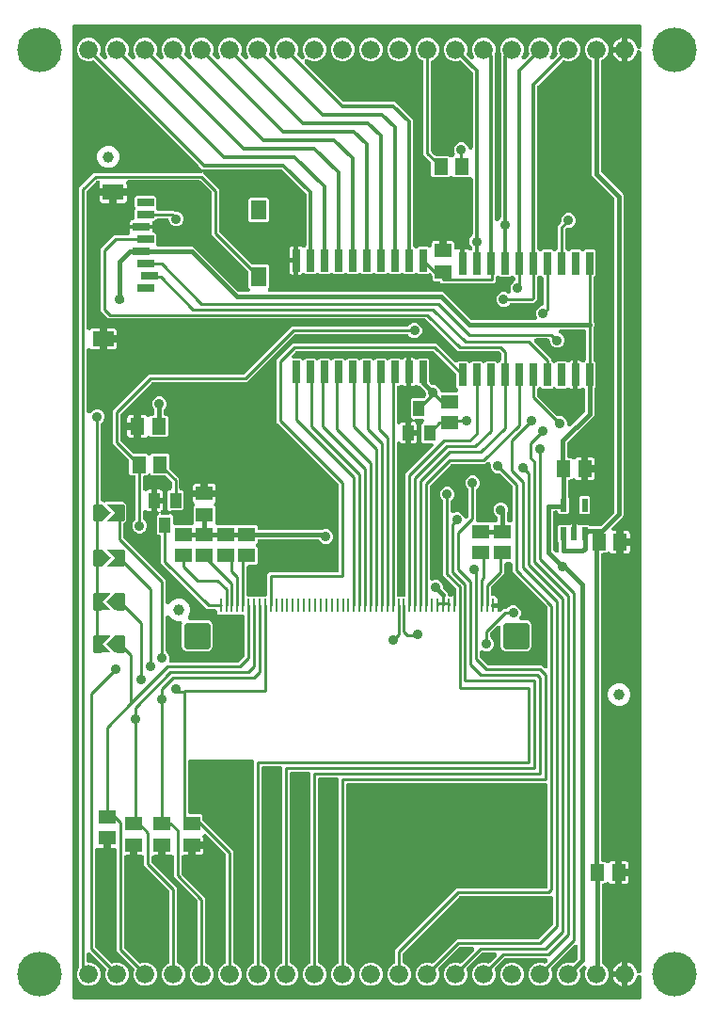
<source format=gbr>
G04 EAGLE Gerber RS-274X export*
G75*
%MOMM*%
%FSLAX34Y34*%
%LPD*%
%INTop Copper*%
%IPPOS*%
%AMOC8*
5,1,8,0,0,1.08239X$1,22.5*%
G01*
%ADD10R,1.500000X1.300000*%
%ADD11R,1.000000X1.400000*%
%ADD12R,1.300000X1.500000*%
%ADD13R,0.660400X2.032000*%
%ADD14R,0.550000X1.200000*%
%ADD15C,1.000000*%
%ADD16C,4.016000*%
%ADD17C,1.676400*%
%ADD18R,1.900000X1.400000*%
%ADD19R,1.400000X1.800000*%
%ADD20R,1.500000X0.700000*%
%ADD21C,0.381000*%
%ADD22R,0.275000X1.200000*%
%ADD23C,0.600000*%
%ADD24C,0.906400*%
%ADD25C,0.254000*%
%ADD26C,0.304800*%
%ADD27C,0.406400*%

G36*
X254018Y-429257D02*
X254018Y-429257D01*
X254036Y-429259D01*
X254218Y-429238D01*
X254401Y-429219D01*
X254418Y-429214D01*
X254435Y-429212D01*
X254610Y-429155D01*
X254786Y-429101D01*
X254801Y-429093D01*
X254818Y-429087D01*
X254978Y-428997D01*
X255140Y-428909D01*
X255153Y-428898D01*
X255169Y-428889D01*
X255308Y-428769D01*
X255449Y-428652D01*
X255460Y-428638D01*
X255474Y-428626D01*
X255586Y-428481D01*
X255701Y-428338D01*
X255709Y-428322D01*
X255720Y-428308D01*
X255802Y-428143D01*
X255887Y-427981D01*
X255892Y-427964D01*
X255900Y-427948D01*
X255947Y-427769D01*
X255998Y-427594D01*
X256000Y-427576D01*
X256004Y-427559D01*
X256031Y-427228D01*
X256031Y-409023D01*
X256027Y-408981D01*
X256030Y-408939D01*
X256007Y-408781D01*
X255991Y-408622D01*
X255979Y-408582D01*
X255973Y-408540D01*
X255920Y-408390D01*
X255873Y-408238D01*
X255853Y-408200D01*
X255839Y-408161D01*
X255757Y-408023D01*
X255681Y-407884D01*
X255655Y-407851D01*
X255633Y-407815D01*
X255526Y-407696D01*
X255424Y-407574D01*
X255391Y-407548D01*
X255362Y-407517D01*
X255234Y-407422D01*
X255110Y-407322D01*
X255073Y-407302D01*
X255039Y-407277D01*
X254894Y-407210D01*
X254753Y-407136D01*
X254712Y-407125D01*
X254674Y-407107D01*
X254519Y-407069D01*
X254366Y-407025D01*
X254324Y-407022D01*
X254283Y-407012D01*
X254123Y-407005D01*
X253964Y-406992D01*
X253923Y-406997D01*
X253880Y-406995D01*
X253723Y-407020D01*
X253565Y-407039D01*
X253524Y-407052D01*
X253483Y-407059D01*
X253334Y-407114D01*
X253182Y-407164D01*
X253145Y-407185D01*
X253106Y-407199D01*
X252970Y-407283D01*
X252831Y-407362D01*
X252799Y-407389D01*
X252763Y-407412D01*
X252647Y-407521D01*
X252527Y-407625D01*
X252501Y-407658D01*
X252470Y-407687D01*
X252377Y-407817D01*
X252280Y-407943D01*
X252261Y-407981D01*
X252236Y-408015D01*
X252172Y-408161D01*
X252100Y-408304D01*
X252089Y-408344D01*
X252072Y-408383D01*
X252007Y-408651D01*
X251996Y-408692D01*
X251995Y-408699D01*
X251994Y-408705D01*
X251954Y-408958D01*
X251422Y-410593D01*
X250642Y-412125D01*
X249631Y-413516D01*
X248416Y-414731D01*
X247025Y-415742D01*
X245493Y-416522D01*
X243858Y-417054D01*
X243799Y-417063D01*
X243799Y-406868D01*
X243797Y-406850D01*
X243799Y-406833D01*
X243778Y-406651D01*
X243759Y-406468D01*
X243754Y-406451D01*
X243752Y-406433D01*
X243739Y-406392D01*
X243766Y-406298D01*
X243768Y-406280D01*
X243772Y-406263D01*
X243799Y-405932D01*
X243799Y-395737D01*
X243858Y-395746D01*
X245493Y-396278D01*
X247025Y-397058D01*
X248416Y-398069D01*
X249631Y-399284D01*
X250642Y-400675D01*
X251422Y-402207D01*
X251954Y-403842D01*
X251994Y-404095D01*
X252004Y-404136D01*
X252009Y-404178D01*
X252055Y-404330D01*
X252096Y-404484D01*
X252114Y-404522D01*
X252127Y-404562D01*
X252203Y-404702D01*
X252273Y-404846D01*
X252298Y-404879D01*
X252319Y-404916D01*
X252420Y-405039D01*
X252518Y-405166D01*
X252549Y-405193D01*
X252576Y-405226D01*
X252701Y-405326D01*
X252821Y-405431D01*
X252857Y-405452D01*
X252890Y-405478D01*
X253031Y-405551D01*
X253170Y-405631D01*
X253210Y-405644D01*
X253247Y-405664D01*
X253400Y-405708D01*
X253552Y-405758D01*
X253594Y-405763D01*
X253634Y-405775D01*
X253793Y-405788D01*
X253951Y-405808D01*
X253993Y-405804D01*
X254036Y-405808D01*
X254194Y-405789D01*
X254353Y-405777D01*
X254394Y-405766D01*
X254435Y-405761D01*
X254587Y-405711D01*
X254740Y-405668D01*
X254778Y-405649D01*
X254818Y-405636D01*
X254957Y-405558D01*
X255099Y-405485D01*
X255132Y-405459D01*
X255169Y-405438D01*
X255289Y-405334D01*
X255414Y-405235D01*
X255442Y-405203D01*
X255474Y-405175D01*
X255571Y-405049D01*
X255674Y-404927D01*
X255694Y-404890D01*
X255720Y-404857D01*
X255791Y-404714D01*
X255868Y-404574D01*
X255881Y-404534D01*
X255900Y-404496D01*
X255941Y-404342D01*
X255989Y-404190D01*
X255993Y-404149D01*
X256004Y-404108D01*
X256027Y-403833D01*
X256031Y-403790D01*
X256031Y-403783D01*
X256031Y-403777D01*
X256031Y422827D01*
X256027Y422869D01*
X256030Y422911D01*
X256007Y423069D01*
X255991Y423228D01*
X255979Y423268D01*
X255973Y423310D01*
X255920Y423460D01*
X255873Y423613D01*
X255853Y423650D01*
X255839Y423689D01*
X255757Y423826D01*
X255681Y423967D01*
X255655Y423999D01*
X255633Y424035D01*
X255526Y424154D01*
X255424Y424276D01*
X255391Y424302D01*
X255362Y424334D01*
X255234Y424428D01*
X255110Y424528D01*
X255073Y424548D01*
X255039Y424573D01*
X254894Y424640D01*
X254753Y424714D01*
X254712Y424725D01*
X254674Y424743D01*
X254519Y424781D01*
X254366Y424825D01*
X254324Y424828D01*
X254283Y424838D01*
X254123Y424845D01*
X253964Y424858D01*
X253923Y424853D01*
X253880Y424855D01*
X253723Y424830D01*
X253565Y424811D01*
X253524Y424798D01*
X253483Y424791D01*
X253333Y424736D01*
X253182Y424686D01*
X253145Y424665D01*
X253105Y424651D01*
X252970Y424567D01*
X252831Y424488D01*
X252799Y424461D01*
X252763Y424438D01*
X252647Y424329D01*
X252527Y424225D01*
X252501Y424192D01*
X252470Y424163D01*
X252377Y424033D01*
X252280Y423907D01*
X252261Y423869D01*
X252236Y423835D01*
X252171Y423689D01*
X252100Y423546D01*
X252089Y423506D01*
X252072Y423467D01*
X252007Y423199D01*
X251996Y423158D01*
X251995Y423151D01*
X251994Y423145D01*
X251954Y422892D01*
X251422Y421257D01*
X250642Y419725D01*
X249631Y418334D01*
X248416Y417119D01*
X247025Y416108D01*
X245493Y415328D01*
X243858Y414796D01*
X243799Y414787D01*
X243799Y424982D01*
X243797Y425000D01*
X243799Y425017D01*
X243778Y425199D01*
X243759Y425382D01*
X243754Y425399D01*
X243752Y425417D01*
X243739Y425458D01*
X243766Y425552D01*
X243768Y425570D01*
X243772Y425587D01*
X243799Y425918D01*
X243799Y436113D01*
X243858Y436104D01*
X245493Y435572D01*
X247025Y434792D01*
X248416Y433781D01*
X249631Y432566D01*
X250642Y431175D01*
X251422Y429643D01*
X251954Y428008D01*
X251994Y427755D01*
X252004Y427714D01*
X252009Y427672D01*
X252055Y427520D01*
X252096Y427366D01*
X252114Y427328D01*
X252127Y427287D01*
X252203Y427147D01*
X252273Y427004D01*
X252298Y426971D01*
X252319Y426933D01*
X252420Y426811D01*
X252517Y426684D01*
X252549Y426657D01*
X252576Y426624D01*
X252700Y426524D01*
X252820Y426419D01*
X252857Y426398D01*
X252890Y426372D01*
X253031Y426298D01*
X253170Y426219D01*
X253210Y426206D01*
X253247Y426186D01*
X253400Y426142D01*
X253552Y426092D01*
X253594Y426087D01*
X253634Y426075D01*
X253793Y426062D01*
X253951Y426042D01*
X253993Y426046D01*
X254036Y426042D01*
X254194Y426061D01*
X254353Y426073D01*
X254394Y426084D01*
X254435Y426089D01*
X254587Y426138D01*
X254740Y426182D01*
X254778Y426201D01*
X254818Y426214D01*
X254957Y426292D01*
X255099Y426365D01*
X255132Y426391D01*
X255169Y426412D01*
X255289Y426516D01*
X255414Y426615D01*
X255442Y426647D01*
X255474Y426675D01*
X255571Y426801D01*
X255674Y426923D01*
X255695Y426960D01*
X255720Y426993D01*
X255791Y427136D01*
X255868Y427275D01*
X255881Y427316D01*
X255900Y427354D01*
X255941Y427508D01*
X255989Y427660D01*
X255993Y427701D01*
X256004Y427742D01*
X256027Y428017D01*
X256031Y428060D01*
X256031Y428067D01*
X256031Y428073D01*
X256031Y446278D01*
X256029Y446296D01*
X256031Y446314D01*
X256010Y446496D01*
X255991Y446679D01*
X255986Y446696D01*
X255984Y446713D01*
X255927Y446888D01*
X255873Y447064D01*
X255865Y447079D01*
X255859Y447096D01*
X255769Y447256D01*
X255681Y447418D01*
X255670Y447431D01*
X255661Y447447D01*
X255541Y447586D01*
X255424Y447727D01*
X255410Y447738D01*
X255398Y447752D01*
X255253Y447864D01*
X255110Y447979D01*
X255094Y447987D01*
X255080Y447998D01*
X254915Y448080D01*
X254753Y448165D01*
X254736Y448170D01*
X254720Y448178D01*
X254541Y448225D01*
X254366Y448276D01*
X254348Y448278D01*
X254331Y448282D01*
X254000Y448309D01*
X-254000Y448309D01*
X-254018Y448307D01*
X-254036Y448309D01*
X-254218Y448288D01*
X-254401Y448269D01*
X-254418Y448264D01*
X-254435Y448262D01*
X-254610Y448205D01*
X-254786Y448151D01*
X-254801Y448143D01*
X-254818Y448137D01*
X-254978Y448047D01*
X-255140Y447959D01*
X-255153Y447948D01*
X-255169Y447939D01*
X-255308Y447819D01*
X-255449Y447702D01*
X-255460Y447688D01*
X-255474Y447676D01*
X-255586Y447531D01*
X-255701Y447388D01*
X-255709Y447372D01*
X-255720Y447358D01*
X-255802Y447193D01*
X-255887Y447031D01*
X-255892Y447014D01*
X-255900Y446998D01*
X-255947Y446819D01*
X-255998Y446644D01*
X-256000Y446626D01*
X-256004Y446609D01*
X-256031Y446278D01*
X-256031Y-427228D01*
X-256029Y-427246D01*
X-256031Y-427264D01*
X-256010Y-427446D01*
X-255991Y-427629D01*
X-255986Y-427646D01*
X-255984Y-427663D01*
X-255927Y-427838D01*
X-255873Y-428014D01*
X-255865Y-428029D01*
X-255859Y-428046D01*
X-255769Y-428206D01*
X-255681Y-428368D01*
X-255670Y-428381D01*
X-255661Y-428397D01*
X-255541Y-428536D01*
X-255424Y-428677D01*
X-255410Y-428688D01*
X-255398Y-428702D01*
X-255253Y-428814D01*
X-255110Y-428929D01*
X-255094Y-428937D01*
X-255080Y-428948D01*
X-254915Y-429030D01*
X-254753Y-429115D01*
X-254736Y-429120D01*
X-254719Y-429128D01*
X-254541Y-429175D01*
X-254366Y-429226D01*
X-254348Y-429228D01*
X-254331Y-429232D01*
X-254000Y-429259D01*
X254000Y-429259D01*
X254018Y-429257D01*
G37*
%LPC*%
G36*
X-243372Y-416815D02*
X-243372Y-416815D01*
X-247199Y-415229D01*
X-250129Y-412299D01*
X-251715Y-408472D01*
X-251715Y-404328D01*
X-250102Y-400434D01*
X-250023Y-400338D01*
X-250010Y-400314D01*
X-249994Y-400293D01*
X-249916Y-400136D01*
X-249834Y-399982D01*
X-249826Y-399956D01*
X-249814Y-399932D01*
X-249769Y-399763D01*
X-249719Y-399596D01*
X-249717Y-399569D01*
X-249710Y-399543D01*
X-249683Y-399213D01*
X-249683Y301088D01*
X-236318Y314453D01*
X-140237Y314453D01*
X-140228Y314454D01*
X-140219Y314453D01*
X-140027Y314474D01*
X-139836Y314493D01*
X-139827Y314495D01*
X-139819Y314496D01*
X-139637Y314554D01*
X-139451Y314611D01*
X-139443Y314615D01*
X-139435Y314618D01*
X-139266Y314711D01*
X-139097Y314803D01*
X-139090Y314808D01*
X-139082Y314813D01*
X-138935Y314937D01*
X-138788Y315060D01*
X-138782Y315067D01*
X-138775Y315073D01*
X-138682Y315191D01*
X-138647Y315086D01*
X-138588Y314904D01*
X-138583Y314896D01*
X-138581Y314888D01*
X-138484Y314721D01*
X-138390Y314553D01*
X-138384Y314546D01*
X-138380Y314539D01*
X-138165Y314286D01*
X-126227Y302348D01*
X-123697Y299818D01*
X-123697Y261979D01*
X-123695Y261953D01*
X-123697Y261926D01*
X-123675Y261752D01*
X-123657Y261579D01*
X-123650Y261553D01*
X-123646Y261527D01*
X-123591Y261361D01*
X-123539Y261194D01*
X-123526Y261170D01*
X-123518Y261145D01*
X-123431Y260993D01*
X-123347Y260840D01*
X-123330Y260819D01*
X-123317Y260796D01*
X-123102Y260543D01*
X-95177Y232618D01*
X-95156Y232601D01*
X-95139Y232580D01*
X-95001Y232473D01*
X-94865Y232363D01*
X-94842Y232350D01*
X-94821Y232334D01*
X-94664Y232256D01*
X-94510Y232174D01*
X-94484Y232166D01*
X-94460Y232154D01*
X-94291Y232109D01*
X-94124Y232059D01*
X-94097Y232057D01*
X-94071Y232050D01*
X-93741Y232023D01*
X-80378Y232023D01*
X-79187Y230832D01*
X-79187Y211148D01*
X-79603Y210732D01*
X-79609Y210725D01*
X-79616Y210720D01*
X-79735Y210571D01*
X-79858Y210421D01*
X-79862Y210413D01*
X-79868Y210406D01*
X-79956Y210236D01*
X-80047Y210065D01*
X-80049Y210056D01*
X-80053Y210049D01*
X-80106Y209864D01*
X-80161Y209679D01*
X-80162Y209670D01*
X-80165Y209662D01*
X-80180Y209471D01*
X-80198Y209278D01*
X-80197Y209269D01*
X-80198Y209260D01*
X-80175Y209071D01*
X-80154Y208878D01*
X-80152Y208869D01*
X-80151Y208861D01*
X-80091Y208678D01*
X-80033Y208494D01*
X-80029Y208486D01*
X-80026Y208478D01*
X-79930Y208309D01*
X-79838Y208142D01*
X-79832Y208135D01*
X-79828Y208127D01*
X-79703Y207982D01*
X-79578Y207835D01*
X-79571Y207829D01*
X-79565Y207822D01*
X-79413Y207705D01*
X-79262Y207585D01*
X-79254Y207581D01*
X-79247Y207576D01*
X-79075Y207490D01*
X-78903Y207403D01*
X-78894Y207400D01*
X-78886Y207396D01*
X-78701Y207347D01*
X-78515Y207295D01*
X-78506Y207294D01*
X-78497Y207292D01*
X-78167Y207265D01*
X77009Y207265D01*
X78502Y206646D01*
X102689Y182460D01*
X102709Y182443D01*
X102727Y182422D01*
X102865Y182315D01*
X103000Y182205D01*
X103024Y182192D01*
X103045Y182176D01*
X103202Y182098D01*
X103356Y182016D01*
X103381Y182008D01*
X103406Y181996D01*
X103575Y181951D01*
X103742Y181901D01*
X103768Y181899D01*
X103794Y181892D01*
X104125Y181865D01*
X160019Y181865D01*
X160033Y181866D01*
X160046Y181865D01*
X160232Y181886D01*
X160420Y181905D01*
X160433Y181909D01*
X160446Y181910D01*
X160624Y181967D01*
X160805Y182023D01*
X160817Y182029D01*
X160829Y182033D01*
X160993Y182125D01*
X161159Y182215D01*
X161169Y182223D01*
X161181Y182230D01*
X161325Y182353D01*
X161468Y182472D01*
X161476Y182483D01*
X161487Y182491D01*
X161603Y182640D01*
X161720Y182786D01*
X161726Y182798D01*
X161735Y182808D01*
X161820Y182978D01*
X161906Y183143D01*
X161909Y183156D01*
X161916Y183168D01*
X161965Y183350D01*
X162017Y183530D01*
X162018Y183544D01*
X162022Y183557D01*
X162035Y183743D01*
X162050Y183932D01*
X162049Y183945D01*
X162049Y183958D01*
X162025Y184145D01*
X162003Y184331D01*
X161999Y184344D01*
X161997Y184357D01*
X161896Y184673D01*
X161075Y186654D01*
X161075Y189266D01*
X162075Y191679D01*
X163921Y193525D01*
X166403Y194553D01*
X166517Y194565D01*
X166534Y194570D01*
X166551Y194572D01*
X166726Y194629D01*
X166902Y194683D01*
X166917Y194691D01*
X166934Y194697D01*
X167094Y194787D01*
X167256Y194875D01*
X167269Y194886D01*
X167285Y194895D01*
X167424Y195015D01*
X167565Y195132D01*
X167576Y195146D01*
X167590Y195158D01*
X167702Y195303D01*
X167817Y195446D01*
X167825Y195462D01*
X167836Y195476D01*
X167918Y195641D01*
X168003Y195803D01*
X168008Y195820D01*
X168016Y195836D01*
X168063Y196015D01*
X168114Y196190D01*
X168116Y196208D01*
X168120Y196225D01*
X168147Y196556D01*
X168147Y219297D01*
X168145Y219323D01*
X168147Y219350D01*
X168125Y219524D01*
X168107Y219697D01*
X168100Y219723D01*
X168096Y219749D01*
X168040Y219915D01*
X167989Y220082D01*
X167977Y220106D01*
X167968Y220131D01*
X167881Y220283D01*
X167797Y220436D01*
X167780Y220457D01*
X167767Y220480D01*
X167552Y220733D01*
X166536Y221749D01*
X166523Y221760D01*
X166511Y221774D01*
X166367Y221887D01*
X166225Y222004D01*
X166209Y222012D01*
X166195Y222023D01*
X166031Y222107D01*
X165869Y222193D01*
X165852Y222198D01*
X165836Y222206D01*
X165659Y222255D01*
X165483Y222307D01*
X165465Y222309D01*
X165448Y222314D01*
X165265Y222327D01*
X165082Y222344D01*
X165064Y222342D01*
X165047Y222343D01*
X164865Y222320D01*
X164682Y222300D01*
X164665Y222295D01*
X164647Y222293D01*
X164474Y222234D01*
X164298Y222179D01*
X164282Y222170D01*
X164266Y222165D01*
X164107Y222073D01*
X163946Y221984D01*
X163932Y221973D01*
X163917Y221964D01*
X163664Y221749D01*
X162648Y220733D01*
X162631Y220712D01*
X162610Y220695D01*
X162503Y220557D01*
X162393Y220421D01*
X162380Y220398D01*
X162364Y220377D01*
X162286Y220220D01*
X162204Y220066D01*
X162196Y220040D01*
X162184Y220016D01*
X162139Y219847D01*
X162089Y219680D01*
X162087Y219653D01*
X162080Y219627D01*
X162053Y219297D01*
X162053Y200562D01*
X158848Y197357D01*
X138903Y197357D01*
X138876Y197355D01*
X138849Y197357D01*
X138675Y197335D01*
X138502Y197317D01*
X138476Y197310D01*
X138450Y197306D01*
X138284Y197251D01*
X138117Y197199D01*
X138093Y197186D01*
X138068Y197178D01*
X137916Y197091D01*
X137763Y197007D01*
X137743Y196990D01*
X137719Y196977D01*
X137466Y196762D01*
X135799Y195095D01*
X133386Y194095D01*
X130774Y194095D01*
X128361Y195095D01*
X126515Y196941D01*
X125515Y199354D01*
X125515Y201966D01*
X126515Y204379D01*
X128361Y206225D01*
X130774Y207225D01*
X133386Y207225D01*
X135830Y206212D01*
X135838Y206210D01*
X135846Y206206D01*
X136031Y206152D01*
X136215Y206096D01*
X136224Y206095D01*
X136232Y206093D01*
X136424Y206076D01*
X136616Y206058D01*
X136625Y206059D01*
X136634Y206058D01*
X136823Y206079D01*
X137016Y206099D01*
X137025Y206102D01*
X137034Y206103D01*
X137217Y206162D01*
X137401Y206219D01*
X137408Y206224D01*
X137417Y206226D01*
X137585Y206320D01*
X137754Y206413D01*
X137761Y206418D01*
X137768Y206423D01*
X137914Y206547D01*
X138062Y206672D01*
X138068Y206679D01*
X138074Y206685D01*
X138193Y206836D01*
X138313Y206987D01*
X138317Y206995D01*
X138323Y207002D01*
X138409Y207173D01*
X138497Y207345D01*
X138499Y207353D01*
X138503Y207361D01*
X138554Y207547D01*
X138607Y207732D01*
X138607Y207741D01*
X138610Y207750D01*
X138623Y207944D01*
X138638Y208133D01*
X138637Y208142D01*
X138637Y208151D01*
X138612Y208343D01*
X138589Y208533D01*
X138586Y208542D01*
X138585Y208551D01*
X138484Y208866D01*
X138215Y209514D01*
X138215Y212126D01*
X139215Y214539D01*
X141061Y216385D01*
X141493Y216564D01*
X141513Y216575D01*
X141534Y216582D01*
X141690Y216670D01*
X141848Y216754D01*
X141865Y216769D01*
X141885Y216780D01*
X142021Y216897D01*
X142159Y217011D01*
X142173Y217028D01*
X142190Y217043D01*
X142299Y217184D01*
X142412Y217323D01*
X142423Y217343D01*
X142436Y217361D01*
X142516Y217521D01*
X142599Y217680D01*
X142606Y217701D01*
X142616Y217721D01*
X142662Y217895D01*
X142712Y218066D01*
X142714Y218089D01*
X142720Y218110D01*
X142747Y218441D01*
X142747Y219297D01*
X142745Y219323D01*
X142747Y219350D01*
X142725Y219524D01*
X142707Y219697D01*
X142700Y219723D01*
X142696Y219749D01*
X142640Y219915D01*
X142589Y220082D01*
X142577Y220106D01*
X142568Y220131D01*
X142481Y220283D01*
X142397Y220436D01*
X142380Y220457D01*
X142367Y220480D01*
X142152Y220733D01*
X141136Y221749D01*
X141123Y221760D01*
X141111Y221774D01*
X140967Y221887D01*
X140825Y222004D01*
X140809Y222012D01*
X140795Y222023D01*
X140631Y222107D01*
X140469Y222193D01*
X140452Y222198D01*
X140436Y222206D01*
X140259Y222255D01*
X140083Y222307D01*
X140065Y222309D01*
X140048Y222314D01*
X139865Y222327D01*
X139682Y222344D01*
X139664Y222342D01*
X139647Y222343D01*
X139465Y222320D01*
X139282Y222300D01*
X139265Y222295D01*
X139247Y222293D01*
X139074Y222234D01*
X138898Y222179D01*
X138882Y222170D01*
X138866Y222165D01*
X138707Y222073D01*
X138546Y221984D01*
X138532Y221973D01*
X138517Y221964D01*
X138264Y221749D01*
X137494Y220979D01*
X129206Y220979D01*
X128690Y221495D01*
X128683Y221501D01*
X128678Y221508D01*
X128529Y221627D01*
X128379Y221750D01*
X128371Y221754D01*
X128364Y221760D01*
X128194Y221848D01*
X128023Y221939D01*
X128014Y221941D01*
X128007Y221945D01*
X127822Y221998D01*
X127637Y222053D01*
X127628Y222054D01*
X127620Y222057D01*
X127429Y222072D01*
X127236Y222090D01*
X127227Y222089D01*
X127218Y222090D01*
X127029Y222067D01*
X126836Y222046D01*
X126827Y222044D01*
X126819Y222043D01*
X126636Y221983D01*
X126452Y221925D01*
X126444Y221921D01*
X126436Y221918D01*
X126269Y221824D01*
X126100Y221730D01*
X126093Y221724D01*
X126085Y221720D01*
X125940Y221595D01*
X125793Y221470D01*
X125787Y221463D01*
X125780Y221457D01*
X125663Y221305D01*
X125543Y221154D01*
X125539Y221146D01*
X125534Y221139D01*
X125448Y220967D01*
X125361Y220795D01*
X125358Y220786D01*
X125354Y220778D01*
X125304Y220593D01*
X125253Y220407D01*
X125252Y220398D01*
X125250Y220389D01*
X125223Y220059D01*
X125223Y217072D01*
X123288Y215137D01*
X76102Y215137D01*
X74917Y216322D01*
X74896Y216339D01*
X74879Y216360D01*
X74741Y216467D01*
X74605Y216577D01*
X74582Y216590D01*
X74561Y216606D01*
X74404Y216684D01*
X74250Y216766D01*
X74224Y216774D01*
X74200Y216786D01*
X74031Y216831D01*
X73864Y216881D01*
X73837Y216883D01*
X73811Y216890D01*
X73481Y216917D01*
X69128Y216917D01*
X67937Y218108D01*
X67937Y221953D01*
X67935Y221979D01*
X67937Y222006D01*
X67915Y222179D01*
X67897Y222353D01*
X67890Y222379D01*
X67886Y222405D01*
X67831Y222571D01*
X67779Y222738D01*
X67766Y222762D01*
X67758Y222787D01*
X67671Y222939D01*
X67587Y223092D01*
X67570Y223113D01*
X67557Y223136D01*
X67342Y223389D01*
X66959Y223772D01*
X66945Y223783D01*
X66934Y223797D01*
X66790Y223911D01*
X66648Y224027D01*
X66632Y224035D01*
X66618Y224046D01*
X66454Y224130D01*
X66292Y224216D01*
X66275Y224221D01*
X66259Y224229D01*
X66082Y224278D01*
X65906Y224330D01*
X65888Y224332D01*
X65871Y224337D01*
X65688Y224350D01*
X65505Y224367D01*
X65487Y224365D01*
X65470Y224366D01*
X65288Y224343D01*
X65105Y224323D01*
X65088Y224318D01*
X65070Y224316D01*
X64897Y224258D01*
X64721Y224202D01*
X64705Y224193D01*
X64689Y224188D01*
X64529Y224096D01*
X64369Y224007D01*
X64355Y223996D01*
X64340Y223987D01*
X64087Y223772D01*
X63834Y223519D01*
X55546Y223519D01*
X54776Y224289D01*
X54763Y224300D01*
X54751Y224314D01*
X54606Y224428D01*
X54465Y224544D01*
X54449Y224552D01*
X54435Y224563D01*
X54271Y224647D01*
X54109Y224733D01*
X54092Y224738D01*
X54076Y224746D01*
X53899Y224795D01*
X53723Y224847D01*
X53705Y224849D01*
X53688Y224854D01*
X53505Y224867D01*
X53322Y224884D01*
X53304Y224882D01*
X53287Y224883D01*
X53105Y224860D01*
X52922Y224840D01*
X52905Y224835D01*
X52887Y224833D01*
X52714Y224775D01*
X52538Y224719D01*
X52522Y224710D01*
X52506Y224705D01*
X52347Y224613D01*
X52186Y224524D01*
X52172Y224513D01*
X52157Y224504D01*
X51904Y224289D01*
X51134Y223519D01*
X42846Y223519D01*
X42076Y224289D01*
X42063Y224300D01*
X42051Y224314D01*
X41906Y224428D01*
X41765Y224544D01*
X41749Y224552D01*
X41735Y224563D01*
X41571Y224647D01*
X41409Y224733D01*
X41392Y224738D01*
X41376Y224746D01*
X41199Y224795D01*
X41023Y224847D01*
X41005Y224849D01*
X40988Y224854D01*
X40805Y224867D01*
X40622Y224884D01*
X40604Y224882D01*
X40587Y224883D01*
X40405Y224860D01*
X40222Y224840D01*
X40205Y224835D01*
X40187Y224833D01*
X40014Y224775D01*
X39838Y224719D01*
X39822Y224710D01*
X39806Y224705D01*
X39647Y224613D01*
X39486Y224524D01*
X39472Y224513D01*
X39457Y224504D01*
X39204Y224289D01*
X38434Y223519D01*
X30146Y223519D01*
X29376Y224289D01*
X29363Y224300D01*
X29351Y224314D01*
X29206Y224428D01*
X29065Y224544D01*
X29049Y224552D01*
X29035Y224563D01*
X28871Y224647D01*
X28709Y224733D01*
X28692Y224738D01*
X28676Y224746D01*
X28499Y224795D01*
X28323Y224847D01*
X28305Y224849D01*
X28288Y224854D01*
X28105Y224867D01*
X27922Y224884D01*
X27904Y224882D01*
X27887Y224883D01*
X27705Y224860D01*
X27522Y224840D01*
X27505Y224835D01*
X27487Y224833D01*
X27314Y224775D01*
X27138Y224719D01*
X27122Y224710D01*
X27106Y224705D01*
X26947Y224613D01*
X26786Y224524D01*
X26772Y224513D01*
X26757Y224504D01*
X26504Y224289D01*
X25734Y223519D01*
X17446Y223519D01*
X16676Y224289D01*
X16663Y224300D01*
X16651Y224314D01*
X16506Y224428D01*
X16365Y224544D01*
X16349Y224552D01*
X16335Y224563D01*
X16171Y224647D01*
X16009Y224733D01*
X15992Y224738D01*
X15976Y224746D01*
X15799Y224795D01*
X15623Y224847D01*
X15605Y224849D01*
X15588Y224854D01*
X15405Y224867D01*
X15222Y224884D01*
X15204Y224882D01*
X15187Y224883D01*
X15005Y224860D01*
X14822Y224840D01*
X14805Y224835D01*
X14787Y224833D01*
X14614Y224775D01*
X14438Y224719D01*
X14422Y224710D01*
X14406Y224705D01*
X14247Y224613D01*
X14086Y224524D01*
X14072Y224513D01*
X14057Y224504D01*
X13804Y224289D01*
X13034Y223519D01*
X4746Y223519D01*
X3976Y224289D01*
X3963Y224300D01*
X3951Y224314D01*
X3806Y224428D01*
X3665Y224544D01*
X3649Y224552D01*
X3635Y224563D01*
X3471Y224647D01*
X3309Y224733D01*
X3292Y224738D01*
X3276Y224746D01*
X3099Y224795D01*
X2923Y224847D01*
X2905Y224849D01*
X2888Y224854D01*
X2705Y224867D01*
X2522Y224884D01*
X2504Y224882D01*
X2487Y224883D01*
X2305Y224860D01*
X2122Y224840D01*
X2105Y224835D01*
X2087Y224833D01*
X1914Y224775D01*
X1738Y224719D01*
X1722Y224710D01*
X1706Y224705D01*
X1547Y224613D01*
X1386Y224524D01*
X1372Y224513D01*
X1357Y224504D01*
X1104Y224289D01*
X334Y223519D01*
X-7954Y223519D01*
X-8724Y224289D01*
X-8737Y224300D01*
X-8749Y224314D01*
X-8894Y224428D01*
X-9035Y224544D01*
X-9051Y224552D01*
X-9065Y224563D01*
X-9229Y224647D01*
X-9391Y224733D01*
X-9408Y224738D01*
X-9424Y224746D01*
X-9601Y224795D01*
X-9777Y224847D01*
X-9795Y224849D01*
X-9812Y224854D01*
X-9995Y224867D01*
X-10178Y224884D01*
X-10196Y224882D01*
X-10213Y224883D01*
X-10395Y224860D01*
X-10578Y224840D01*
X-10595Y224835D01*
X-10613Y224833D01*
X-10786Y224775D01*
X-10962Y224719D01*
X-10978Y224710D01*
X-10994Y224705D01*
X-11153Y224613D01*
X-11314Y224524D01*
X-11328Y224513D01*
X-11343Y224504D01*
X-11596Y224289D01*
X-12366Y223519D01*
X-20654Y223519D01*
X-21424Y224289D01*
X-21437Y224300D01*
X-21449Y224314D01*
X-21594Y224428D01*
X-21735Y224544D01*
X-21751Y224552D01*
X-21765Y224563D01*
X-21929Y224647D01*
X-22091Y224733D01*
X-22108Y224738D01*
X-22124Y224746D01*
X-22301Y224795D01*
X-22477Y224847D01*
X-22495Y224849D01*
X-22512Y224854D01*
X-22695Y224867D01*
X-22878Y224884D01*
X-22896Y224882D01*
X-22913Y224883D01*
X-23095Y224860D01*
X-23278Y224840D01*
X-23295Y224835D01*
X-23313Y224833D01*
X-23486Y224775D01*
X-23662Y224719D01*
X-23678Y224710D01*
X-23694Y224705D01*
X-23853Y224613D01*
X-24014Y224524D01*
X-24028Y224513D01*
X-24043Y224504D01*
X-24296Y224289D01*
X-25066Y223519D01*
X-33354Y223519D01*
X-34124Y224289D01*
X-34138Y224300D01*
X-34149Y224314D01*
X-34293Y224428D01*
X-34435Y224544D01*
X-34451Y224552D01*
X-34465Y224563D01*
X-34629Y224647D01*
X-34791Y224733D01*
X-34808Y224738D01*
X-34824Y224746D01*
X-35001Y224795D01*
X-35177Y224847D01*
X-35195Y224849D01*
X-35212Y224854D01*
X-35395Y224867D01*
X-35578Y224884D01*
X-35596Y224882D01*
X-35613Y224883D01*
X-35795Y224860D01*
X-35978Y224840D01*
X-35995Y224835D01*
X-36013Y224833D01*
X-36187Y224774D01*
X-36362Y224719D01*
X-36378Y224710D01*
X-36394Y224705D01*
X-36553Y224613D01*
X-36714Y224524D01*
X-36728Y224513D01*
X-36743Y224504D01*
X-36996Y224289D01*
X-37766Y223519D01*
X-46054Y223519D01*
X-46464Y223930D01*
X-46478Y223941D01*
X-46490Y223955D01*
X-46634Y224068D01*
X-46776Y224185D01*
X-46792Y224193D01*
X-46806Y224204D01*
X-46969Y224287D01*
X-47132Y224373D01*
X-47149Y224379D01*
X-47165Y224387D01*
X-47342Y224436D01*
X-47518Y224488D01*
X-47535Y224490D01*
X-47553Y224495D01*
X-47736Y224508D01*
X-47919Y224525D01*
X-47936Y224523D01*
X-47954Y224524D01*
X-48136Y224501D01*
X-48319Y224481D01*
X-48336Y224476D01*
X-48354Y224474D01*
X-48527Y224415D01*
X-48703Y224360D01*
X-48718Y224351D01*
X-48735Y224345D01*
X-48894Y224254D01*
X-49055Y224165D01*
X-49069Y224153D01*
X-49084Y224144D01*
X-49337Y223930D01*
X-49748Y223519D01*
X-50327Y223184D01*
X-50973Y223011D01*
X-52579Y223011D01*
X-52579Y235712D01*
X-52579Y248413D01*
X-50973Y248413D01*
X-50327Y248240D01*
X-49748Y247905D01*
X-49337Y247494D01*
X-49323Y247483D01*
X-49312Y247469D01*
X-49168Y247355D01*
X-49026Y247239D01*
X-49010Y247231D01*
X-48996Y247220D01*
X-48831Y247136D01*
X-48670Y247051D01*
X-48653Y247045D01*
X-48637Y247037D01*
X-48459Y246988D01*
X-48284Y246936D01*
X-48266Y246934D01*
X-48249Y246929D01*
X-48066Y246916D01*
X-47883Y246899D01*
X-47865Y246901D01*
X-47847Y246900D01*
X-47666Y246923D01*
X-47483Y246943D01*
X-47466Y246948D01*
X-47448Y246950D01*
X-47274Y247009D01*
X-47099Y247064D01*
X-47083Y247073D01*
X-47066Y247079D01*
X-46907Y247170D01*
X-46747Y247259D01*
X-46733Y247271D01*
X-46717Y247280D01*
X-46464Y247494D01*
X-46062Y247897D01*
X-46045Y247918D01*
X-46024Y247935D01*
X-45917Y248073D01*
X-45807Y248209D01*
X-45794Y248232D01*
X-45778Y248253D01*
X-45700Y248410D01*
X-45618Y248564D01*
X-45610Y248590D01*
X-45598Y248614D01*
X-45553Y248783D01*
X-45503Y248950D01*
X-45501Y248977D01*
X-45494Y249003D01*
X-45467Y249333D01*
X-45467Y294865D01*
X-45469Y294892D01*
X-45467Y294919D01*
X-45489Y295093D01*
X-45507Y295266D01*
X-45514Y295291D01*
X-45518Y295318D01*
X-45573Y295484D01*
X-45625Y295651D01*
X-45638Y295674D01*
X-45646Y295700D01*
X-45733Y295851D01*
X-45817Y296005D01*
X-45834Y296025D01*
X-45847Y296049D01*
X-46062Y296302D01*
X-66918Y317158D01*
X-66939Y317175D01*
X-66957Y317196D01*
X-67094Y317303D01*
X-67230Y317413D01*
X-67253Y317426D01*
X-67275Y317442D01*
X-67432Y317520D01*
X-67586Y317602D01*
X-67611Y317610D01*
X-67635Y317622D01*
X-67805Y317667D01*
X-67971Y317717D01*
X-67998Y317719D01*
X-68024Y317726D01*
X-68355Y317753D01*
X-136729Y317753D01*
X-136737Y317752D01*
X-136746Y317753D01*
X-136940Y317732D01*
X-137129Y317713D01*
X-137138Y317711D01*
X-137147Y317710D01*
X-137330Y317652D01*
X-137514Y317595D01*
X-137522Y317591D01*
X-137531Y317588D01*
X-137698Y317496D01*
X-137868Y317403D01*
X-137875Y317398D01*
X-137883Y317393D01*
X-138030Y317269D01*
X-138177Y317146D01*
X-138183Y317139D01*
X-138190Y317133D01*
X-138283Y317015D01*
X-138318Y317120D01*
X-138377Y317302D01*
X-138382Y317310D01*
X-138385Y317318D01*
X-138480Y317484D01*
X-138575Y317653D01*
X-138581Y317660D01*
X-138586Y317667D01*
X-138800Y317920D01*
X-141312Y320432D01*
X-235926Y415046D01*
X-235943Y415060D01*
X-235958Y415077D01*
X-236098Y415187D01*
X-236237Y415301D01*
X-236257Y415311D01*
X-236275Y415325D01*
X-236435Y415406D01*
X-236593Y415490D01*
X-236615Y415496D01*
X-236634Y415506D01*
X-236807Y415553D01*
X-236979Y415604D01*
X-237001Y415606D01*
X-237023Y415612D01*
X-237202Y415625D01*
X-237380Y415641D01*
X-237402Y415638D01*
X-237424Y415640D01*
X-237602Y415617D01*
X-237780Y415597D01*
X-237802Y415591D01*
X-237824Y415588D01*
X-238140Y415486D01*
X-239228Y415035D01*
X-243372Y415035D01*
X-247199Y416621D01*
X-250129Y419551D01*
X-251715Y423378D01*
X-251715Y427522D01*
X-250129Y431349D01*
X-247199Y434279D01*
X-243372Y435865D01*
X-239228Y435865D01*
X-235401Y434279D01*
X-232471Y431349D01*
X-230885Y427522D01*
X-230885Y423378D01*
X-231336Y422290D01*
X-231343Y422268D01*
X-231353Y422248D01*
X-231401Y422076D01*
X-231453Y421904D01*
X-231455Y421882D01*
X-231461Y421860D01*
X-231474Y421681D01*
X-231491Y421503D01*
X-231489Y421481D01*
X-231490Y421459D01*
X-231468Y421280D01*
X-231449Y421103D01*
X-231443Y421082D01*
X-231440Y421059D01*
X-231383Y420889D01*
X-231329Y420719D01*
X-231319Y420699D01*
X-231312Y420678D01*
X-231222Y420522D01*
X-231136Y420365D01*
X-231122Y420348D01*
X-231111Y420329D01*
X-230896Y420076D01*
X-227961Y417141D01*
X-227957Y417138D01*
X-227955Y417135D01*
X-227801Y417010D01*
X-227649Y416886D01*
X-227646Y416884D01*
X-227642Y416881D01*
X-227464Y416788D01*
X-227294Y416697D01*
X-227290Y416696D01*
X-227286Y416694D01*
X-227093Y416638D01*
X-226908Y416582D01*
X-226903Y416582D01*
X-226899Y416581D01*
X-226706Y416564D01*
X-226507Y416546D01*
X-226502Y416547D01*
X-226498Y416546D01*
X-226308Y416568D01*
X-226107Y416589D01*
X-226102Y416591D01*
X-226098Y416591D01*
X-225912Y416651D01*
X-225723Y416711D01*
X-225719Y416713D01*
X-225715Y416714D01*
X-225541Y416812D01*
X-225370Y416906D01*
X-225367Y416909D01*
X-225363Y416911D01*
X-225213Y417039D01*
X-225063Y417166D01*
X-225061Y417170D01*
X-225057Y417173D01*
X-224936Y417327D01*
X-224814Y417482D01*
X-224812Y417486D01*
X-224809Y417490D01*
X-224721Y417665D01*
X-224631Y417841D01*
X-224630Y417845D01*
X-224628Y417849D01*
X-224577Y418038D01*
X-224523Y418229D01*
X-224523Y418233D01*
X-224522Y418238D01*
X-224508Y418434D01*
X-224494Y418631D01*
X-224495Y418635D01*
X-224494Y418639D01*
X-224520Y418835D01*
X-224544Y419030D01*
X-224546Y419034D01*
X-224546Y419039D01*
X-224648Y419355D01*
X-226315Y423378D01*
X-226315Y427522D01*
X-224729Y431349D01*
X-221799Y434279D01*
X-217972Y435865D01*
X-213828Y435865D01*
X-210001Y434279D01*
X-207071Y431349D01*
X-205485Y427522D01*
X-205485Y423378D01*
X-205936Y422290D01*
X-205943Y422268D01*
X-205953Y422248D01*
X-206001Y422076D01*
X-206053Y421904D01*
X-206055Y421882D01*
X-206061Y421860D01*
X-206074Y421681D01*
X-206091Y421503D01*
X-206089Y421481D01*
X-206090Y421459D01*
X-206068Y421280D01*
X-206049Y421103D01*
X-206043Y421082D01*
X-206040Y421059D01*
X-205983Y420889D01*
X-205929Y420719D01*
X-205919Y420699D01*
X-205912Y420678D01*
X-205822Y420522D01*
X-205736Y420365D01*
X-205722Y420348D01*
X-205711Y420329D01*
X-205496Y420076D01*
X-202561Y417141D01*
X-202557Y417138D01*
X-202555Y417135D01*
X-202401Y417010D01*
X-202249Y416886D01*
X-202246Y416884D01*
X-202242Y416881D01*
X-202064Y416788D01*
X-201894Y416697D01*
X-201890Y416696D01*
X-201886Y416694D01*
X-201693Y416638D01*
X-201508Y416582D01*
X-201503Y416582D01*
X-201499Y416581D01*
X-201306Y416564D01*
X-201107Y416546D01*
X-201102Y416547D01*
X-201098Y416546D01*
X-200908Y416568D01*
X-200707Y416589D01*
X-200702Y416591D01*
X-200698Y416591D01*
X-200512Y416651D01*
X-200323Y416711D01*
X-200319Y416713D01*
X-200315Y416714D01*
X-200141Y416812D01*
X-199970Y416906D01*
X-199967Y416909D01*
X-199963Y416911D01*
X-199813Y417039D01*
X-199663Y417166D01*
X-199661Y417170D01*
X-199657Y417173D01*
X-199536Y417327D01*
X-199414Y417482D01*
X-199412Y417486D01*
X-199409Y417490D01*
X-199321Y417665D01*
X-199231Y417841D01*
X-199230Y417845D01*
X-199228Y417849D01*
X-199177Y418038D01*
X-199123Y418229D01*
X-199123Y418233D01*
X-199122Y418238D01*
X-199108Y418434D01*
X-199094Y418631D01*
X-199095Y418635D01*
X-199094Y418639D01*
X-199120Y418835D01*
X-199144Y419030D01*
X-199146Y419034D01*
X-199146Y419039D01*
X-199248Y419355D01*
X-200915Y423378D01*
X-200915Y427522D01*
X-199329Y431349D01*
X-196399Y434279D01*
X-192572Y435865D01*
X-188428Y435865D01*
X-184601Y434279D01*
X-181671Y431349D01*
X-180085Y427522D01*
X-180085Y423378D01*
X-180536Y422290D01*
X-180543Y422268D01*
X-180553Y422248D01*
X-180601Y422076D01*
X-180653Y421904D01*
X-180655Y421882D01*
X-180661Y421860D01*
X-180674Y421681D01*
X-180691Y421503D01*
X-180689Y421481D01*
X-180690Y421459D01*
X-180668Y421280D01*
X-180649Y421103D01*
X-180643Y421082D01*
X-180640Y421059D01*
X-180583Y420889D01*
X-180529Y420719D01*
X-180519Y420699D01*
X-180512Y420678D01*
X-180422Y420522D01*
X-180336Y420365D01*
X-180322Y420348D01*
X-180311Y420329D01*
X-180096Y420076D01*
X-177161Y417141D01*
X-177157Y417138D01*
X-177155Y417135D01*
X-177001Y417010D01*
X-176849Y416886D01*
X-176846Y416884D01*
X-176842Y416881D01*
X-176664Y416788D01*
X-176494Y416697D01*
X-176490Y416696D01*
X-176486Y416694D01*
X-176293Y416638D01*
X-176108Y416582D01*
X-176103Y416582D01*
X-176099Y416581D01*
X-175906Y416564D01*
X-175707Y416546D01*
X-175702Y416547D01*
X-175698Y416546D01*
X-175508Y416568D01*
X-175307Y416589D01*
X-175302Y416591D01*
X-175298Y416591D01*
X-175112Y416651D01*
X-174923Y416711D01*
X-174919Y416713D01*
X-174915Y416714D01*
X-174741Y416812D01*
X-174570Y416906D01*
X-174567Y416909D01*
X-174563Y416911D01*
X-174413Y417039D01*
X-174263Y417166D01*
X-174261Y417170D01*
X-174257Y417173D01*
X-174136Y417327D01*
X-174014Y417482D01*
X-174012Y417486D01*
X-174009Y417490D01*
X-173921Y417665D01*
X-173831Y417841D01*
X-173830Y417845D01*
X-173828Y417849D01*
X-173777Y418038D01*
X-173723Y418229D01*
X-173723Y418233D01*
X-173722Y418238D01*
X-173708Y418434D01*
X-173694Y418631D01*
X-173695Y418635D01*
X-173694Y418639D01*
X-173720Y418835D01*
X-173744Y419030D01*
X-173746Y419034D01*
X-173746Y419039D01*
X-173848Y419355D01*
X-175515Y423378D01*
X-175515Y427522D01*
X-173929Y431349D01*
X-170999Y434279D01*
X-167172Y435865D01*
X-163028Y435865D01*
X-159201Y434279D01*
X-156271Y431349D01*
X-154685Y427522D01*
X-154685Y423378D01*
X-155136Y422290D01*
X-155143Y422268D01*
X-155153Y422248D01*
X-155201Y422076D01*
X-155253Y421904D01*
X-155255Y421882D01*
X-155261Y421860D01*
X-155274Y421681D01*
X-155291Y421503D01*
X-155289Y421481D01*
X-155290Y421459D01*
X-155268Y421280D01*
X-155249Y421103D01*
X-155243Y421082D01*
X-155240Y421059D01*
X-155183Y420889D01*
X-155129Y420719D01*
X-155119Y420699D01*
X-155112Y420678D01*
X-155022Y420522D01*
X-154936Y420365D01*
X-154922Y420348D01*
X-154911Y420329D01*
X-154696Y420076D01*
X-151761Y417141D01*
X-151757Y417138D01*
X-151755Y417135D01*
X-151601Y417010D01*
X-151449Y416886D01*
X-151446Y416884D01*
X-151442Y416881D01*
X-151264Y416788D01*
X-151094Y416697D01*
X-151090Y416696D01*
X-151086Y416694D01*
X-150893Y416638D01*
X-150708Y416582D01*
X-150703Y416582D01*
X-150699Y416581D01*
X-150506Y416564D01*
X-150307Y416546D01*
X-150302Y416547D01*
X-150298Y416546D01*
X-150108Y416568D01*
X-149907Y416589D01*
X-149902Y416591D01*
X-149898Y416591D01*
X-149712Y416651D01*
X-149523Y416711D01*
X-149519Y416713D01*
X-149515Y416714D01*
X-149341Y416812D01*
X-149170Y416906D01*
X-149167Y416909D01*
X-149163Y416911D01*
X-149013Y417039D01*
X-148863Y417166D01*
X-148861Y417170D01*
X-148857Y417173D01*
X-148736Y417327D01*
X-148614Y417482D01*
X-148612Y417486D01*
X-148609Y417490D01*
X-148521Y417665D01*
X-148431Y417841D01*
X-148430Y417845D01*
X-148428Y417849D01*
X-148377Y418038D01*
X-148323Y418229D01*
X-148323Y418233D01*
X-148322Y418238D01*
X-148308Y418434D01*
X-148294Y418631D01*
X-148295Y418635D01*
X-148294Y418639D01*
X-148320Y418835D01*
X-148344Y419030D01*
X-148346Y419034D01*
X-148346Y419039D01*
X-148448Y419355D01*
X-150115Y423378D01*
X-150115Y427522D01*
X-148529Y431349D01*
X-145599Y434279D01*
X-141772Y435865D01*
X-137628Y435865D01*
X-133801Y434279D01*
X-130871Y431349D01*
X-129285Y427522D01*
X-129285Y423378D01*
X-129736Y422290D01*
X-129743Y422268D01*
X-129753Y422248D01*
X-129801Y422076D01*
X-129853Y421904D01*
X-129855Y421882D01*
X-129861Y421860D01*
X-129874Y421681D01*
X-129891Y421503D01*
X-129889Y421481D01*
X-129890Y421459D01*
X-129868Y421280D01*
X-129849Y421103D01*
X-129843Y421082D01*
X-129840Y421059D01*
X-129783Y420889D01*
X-129729Y420719D01*
X-129719Y420699D01*
X-129712Y420678D01*
X-129622Y420522D01*
X-129536Y420365D01*
X-129522Y420348D01*
X-129511Y420329D01*
X-129296Y420076D01*
X-126361Y417141D01*
X-126357Y417138D01*
X-126355Y417135D01*
X-126201Y417010D01*
X-126049Y416886D01*
X-126046Y416884D01*
X-126042Y416881D01*
X-125864Y416788D01*
X-125694Y416697D01*
X-125690Y416696D01*
X-125686Y416694D01*
X-125493Y416638D01*
X-125308Y416582D01*
X-125303Y416582D01*
X-125299Y416581D01*
X-125106Y416564D01*
X-124907Y416546D01*
X-124902Y416547D01*
X-124898Y416546D01*
X-124708Y416568D01*
X-124507Y416589D01*
X-124502Y416591D01*
X-124498Y416591D01*
X-124312Y416651D01*
X-124123Y416711D01*
X-124119Y416713D01*
X-124115Y416714D01*
X-123941Y416812D01*
X-123770Y416906D01*
X-123767Y416909D01*
X-123763Y416911D01*
X-123613Y417039D01*
X-123463Y417166D01*
X-123461Y417170D01*
X-123457Y417173D01*
X-123336Y417327D01*
X-123214Y417482D01*
X-123212Y417486D01*
X-123209Y417490D01*
X-123121Y417665D01*
X-123031Y417841D01*
X-123030Y417845D01*
X-123028Y417849D01*
X-122977Y418038D01*
X-122923Y418229D01*
X-122923Y418233D01*
X-122922Y418238D01*
X-122908Y418434D01*
X-122894Y418631D01*
X-122895Y418635D01*
X-122894Y418639D01*
X-122920Y418835D01*
X-122944Y419030D01*
X-122946Y419034D01*
X-122946Y419039D01*
X-123048Y419355D01*
X-124715Y423378D01*
X-124715Y427522D01*
X-123129Y431349D01*
X-120199Y434279D01*
X-116372Y435865D01*
X-112228Y435865D01*
X-108401Y434279D01*
X-105471Y431349D01*
X-103885Y427522D01*
X-103885Y423378D01*
X-104336Y422290D01*
X-104343Y422268D01*
X-104353Y422248D01*
X-104401Y422076D01*
X-104453Y421904D01*
X-104455Y421882D01*
X-104461Y421860D01*
X-104474Y421681D01*
X-104491Y421503D01*
X-104489Y421481D01*
X-104490Y421459D01*
X-104468Y421280D01*
X-104449Y421103D01*
X-104443Y421082D01*
X-104440Y421059D01*
X-104383Y420889D01*
X-104329Y420719D01*
X-104319Y420699D01*
X-104312Y420678D01*
X-104222Y420522D01*
X-104136Y420365D01*
X-104122Y420348D01*
X-104111Y420329D01*
X-103896Y420076D01*
X-100961Y417141D01*
X-100957Y417138D01*
X-100955Y417135D01*
X-100801Y417010D01*
X-100649Y416886D01*
X-100646Y416884D01*
X-100642Y416881D01*
X-100464Y416788D01*
X-100294Y416697D01*
X-100290Y416696D01*
X-100286Y416694D01*
X-100093Y416638D01*
X-99908Y416582D01*
X-99903Y416582D01*
X-99899Y416581D01*
X-99706Y416564D01*
X-99507Y416546D01*
X-99502Y416547D01*
X-99498Y416546D01*
X-99308Y416568D01*
X-99107Y416589D01*
X-99102Y416591D01*
X-99098Y416591D01*
X-98912Y416651D01*
X-98723Y416711D01*
X-98719Y416713D01*
X-98715Y416714D01*
X-98541Y416812D01*
X-98370Y416906D01*
X-98367Y416909D01*
X-98363Y416911D01*
X-98213Y417039D01*
X-98063Y417166D01*
X-98061Y417170D01*
X-98057Y417173D01*
X-97936Y417327D01*
X-97814Y417482D01*
X-97812Y417486D01*
X-97809Y417490D01*
X-97721Y417665D01*
X-97631Y417841D01*
X-97630Y417845D01*
X-97628Y417849D01*
X-97577Y418038D01*
X-97523Y418229D01*
X-97523Y418233D01*
X-97522Y418238D01*
X-97508Y418434D01*
X-97494Y418631D01*
X-97495Y418635D01*
X-97494Y418639D01*
X-97520Y418835D01*
X-97544Y419030D01*
X-97546Y419034D01*
X-97546Y419039D01*
X-97648Y419355D01*
X-99315Y423378D01*
X-99315Y427522D01*
X-97729Y431349D01*
X-94799Y434279D01*
X-90972Y435865D01*
X-86828Y435865D01*
X-83001Y434279D01*
X-80071Y431349D01*
X-78485Y427522D01*
X-78485Y423378D01*
X-78936Y422290D01*
X-78943Y422268D01*
X-78953Y422248D01*
X-79001Y422076D01*
X-79053Y421904D01*
X-79055Y421882D01*
X-79061Y421860D01*
X-79074Y421681D01*
X-79091Y421503D01*
X-79089Y421481D01*
X-79090Y421459D01*
X-79068Y421280D01*
X-79049Y421103D01*
X-79043Y421082D01*
X-79040Y421059D01*
X-78983Y420889D01*
X-78929Y420719D01*
X-78919Y420699D01*
X-78912Y420678D01*
X-78822Y420522D01*
X-78736Y420365D01*
X-78722Y420348D01*
X-78711Y420329D01*
X-78496Y420076D01*
X-75561Y417141D01*
X-75557Y417138D01*
X-75555Y417135D01*
X-75401Y417010D01*
X-75249Y416886D01*
X-75246Y416884D01*
X-75242Y416881D01*
X-75064Y416788D01*
X-74894Y416697D01*
X-74890Y416696D01*
X-74886Y416694D01*
X-74693Y416638D01*
X-74508Y416582D01*
X-74503Y416582D01*
X-74499Y416581D01*
X-74306Y416564D01*
X-74107Y416546D01*
X-74102Y416547D01*
X-74098Y416546D01*
X-73908Y416568D01*
X-73707Y416589D01*
X-73702Y416591D01*
X-73698Y416591D01*
X-73512Y416651D01*
X-73323Y416711D01*
X-73319Y416713D01*
X-73315Y416714D01*
X-73141Y416812D01*
X-72970Y416906D01*
X-72967Y416909D01*
X-72963Y416911D01*
X-72813Y417039D01*
X-72663Y417166D01*
X-72661Y417170D01*
X-72657Y417173D01*
X-72536Y417327D01*
X-72414Y417482D01*
X-72412Y417486D01*
X-72409Y417490D01*
X-72321Y417665D01*
X-72231Y417841D01*
X-72230Y417845D01*
X-72228Y417849D01*
X-72177Y418038D01*
X-72123Y418229D01*
X-72123Y418233D01*
X-72122Y418238D01*
X-72108Y418434D01*
X-72094Y418631D01*
X-72095Y418635D01*
X-72094Y418639D01*
X-72120Y418835D01*
X-72144Y419030D01*
X-72146Y419034D01*
X-72146Y419039D01*
X-72248Y419355D01*
X-73915Y423378D01*
X-73915Y427522D01*
X-72329Y431349D01*
X-69399Y434279D01*
X-65572Y435865D01*
X-61428Y435865D01*
X-57601Y434279D01*
X-54671Y431349D01*
X-53085Y427522D01*
X-53085Y423378D01*
X-53536Y422290D01*
X-53543Y422268D01*
X-53553Y422248D01*
X-53601Y422075D01*
X-53653Y421904D01*
X-53655Y421882D01*
X-53661Y421861D01*
X-53674Y421681D01*
X-53691Y421503D01*
X-53689Y421481D01*
X-53690Y421459D01*
X-53668Y421281D01*
X-53649Y421103D01*
X-53643Y421082D01*
X-53640Y421060D01*
X-53583Y420890D01*
X-53529Y420719D01*
X-53519Y420699D01*
X-53512Y420678D01*
X-53422Y420523D01*
X-53336Y420365D01*
X-53322Y420348D01*
X-53311Y420329D01*
X-53096Y420076D01*
X-50161Y417141D01*
X-50157Y417138D01*
X-50155Y417135D01*
X-50001Y417010D01*
X-49849Y416886D01*
X-49846Y416884D01*
X-49842Y416881D01*
X-49666Y416788D01*
X-49494Y416697D01*
X-49490Y416696D01*
X-49486Y416694D01*
X-49294Y416638D01*
X-49108Y416582D01*
X-49103Y416582D01*
X-49099Y416581D01*
X-48907Y416564D01*
X-48707Y416546D01*
X-48702Y416547D01*
X-48698Y416546D01*
X-48508Y416568D01*
X-48307Y416589D01*
X-48302Y416591D01*
X-48298Y416591D01*
X-48112Y416651D01*
X-47923Y416711D01*
X-47919Y416713D01*
X-47915Y416714D01*
X-47741Y416812D01*
X-47570Y416906D01*
X-47567Y416909D01*
X-47563Y416911D01*
X-47413Y417039D01*
X-47263Y417166D01*
X-47261Y417170D01*
X-47257Y417173D01*
X-47136Y417327D01*
X-47014Y417482D01*
X-47012Y417486D01*
X-47009Y417490D01*
X-46921Y417665D01*
X-46831Y417841D01*
X-46830Y417845D01*
X-46828Y417849D01*
X-46777Y418037D01*
X-46723Y418229D01*
X-46723Y418233D01*
X-46722Y418238D01*
X-46708Y418434D01*
X-46694Y418631D01*
X-46695Y418635D01*
X-46694Y418639D01*
X-46720Y418835D01*
X-46744Y419030D01*
X-46746Y419034D01*
X-46746Y419039D01*
X-46848Y419355D01*
X-48515Y423378D01*
X-48515Y427522D01*
X-46929Y431349D01*
X-43999Y434279D01*
X-40172Y435865D01*
X-36028Y435865D01*
X-32201Y434279D01*
X-29271Y431349D01*
X-27685Y427522D01*
X-27685Y423378D01*
X-29271Y419551D01*
X-32201Y416621D01*
X-36028Y415035D01*
X-40172Y415035D01*
X-44195Y416702D01*
X-44200Y416703D01*
X-44204Y416705D01*
X-44390Y416761D01*
X-44581Y416818D01*
X-44585Y416819D01*
X-44590Y416820D01*
X-44788Y416838D01*
X-44982Y416857D01*
X-44986Y416856D01*
X-44991Y416857D01*
X-45193Y416835D01*
X-45382Y416815D01*
X-45386Y416814D01*
X-45391Y416813D01*
X-45583Y416752D01*
X-45766Y416695D01*
X-45770Y416693D01*
X-45775Y416692D01*
X-45948Y416596D01*
X-46120Y416502D01*
X-46123Y416499D01*
X-46127Y416497D01*
X-46277Y416369D01*
X-46428Y416243D01*
X-46431Y416239D01*
X-46434Y416236D01*
X-46557Y416081D01*
X-46679Y415928D01*
X-46681Y415924D01*
X-46684Y415920D01*
X-46775Y415741D01*
X-46863Y415570D01*
X-46864Y415565D01*
X-46866Y415561D01*
X-46921Y415364D01*
X-46972Y415182D01*
X-46973Y415178D01*
X-46974Y415174D01*
X-46989Y414972D01*
X-47004Y414781D01*
X-47003Y414777D01*
X-47003Y414772D01*
X-46978Y414571D01*
X-46955Y414381D01*
X-46953Y414377D01*
X-46953Y414373D01*
X-46890Y414186D01*
X-46828Y413999D01*
X-46826Y413995D01*
X-46825Y413991D01*
X-46727Y413820D01*
X-46629Y413649D01*
X-46626Y413646D01*
X-46624Y413642D01*
X-46409Y413389D01*
X-11822Y378802D01*
X-11801Y378785D01*
X-11783Y378764D01*
X-11646Y378657D01*
X-11510Y378547D01*
X-11487Y378534D01*
X-11465Y378518D01*
X-11308Y378440D01*
X-11154Y378358D01*
X-11129Y378350D01*
X-11105Y378338D01*
X-10935Y378293D01*
X-10769Y378243D01*
X-10742Y378241D01*
X-10716Y378234D01*
X-10385Y378207D01*
X34493Y378207D01*
X50547Y362153D01*
X50547Y249333D01*
X50549Y249307D01*
X50547Y249280D01*
X50569Y249106D01*
X50587Y248933D01*
X50595Y248907D01*
X50598Y248881D01*
X50653Y248715D01*
X50705Y248548D01*
X50718Y248524D01*
X50726Y248499D01*
X50813Y248347D01*
X50897Y248194D01*
X50914Y248173D01*
X50927Y248150D01*
X51142Y247897D01*
X51904Y247135D01*
X51918Y247124D01*
X51929Y247110D01*
X52073Y246997D01*
X52215Y246880D01*
X52231Y246872D01*
X52245Y246861D01*
X52408Y246778D01*
X52571Y246691D01*
X52588Y246686D01*
X52604Y246678D01*
X52781Y246629D01*
X52957Y246577D01*
X52975Y246575D01*
X52992Y246570D01*
X53176Y246557D01*
X53358Y246540D01*
X53375Y246542D01*
X53393Y246541D01*
X53577Y246564D01*
X53758Y246584D01*
X53775Y246589D01*
X53793Y246591D01*
X53967Y246650D01*
X54142Y246705D01*
X54158Y246714D01*
X54174Y246719D01*
X54334Y246811D01*
X54494Y246900D01*
X54508Y246911D01*
X54523Y246920D01*
X54776Y247135D01*
X55546Y247905D01*
X63834Y247905D01*
X63962Y247777D01*
X63969Y247771D01*
X63974Y247764D01*
X64123Y247645D01*
X64273Y247522D01*
X64281Y247518D01*
X64288Y247512D01*
X64457Y247424D01*
X64629Y247333D01*
X64638Y247331D01*
X64645Y247327D01*
X64829Y247274D01*
X65015Y247219D01*
X65024Y247218D01*
X65032Y247215D01*
X65223Y247200D01*
X65416Y247182D01*
X65425Y247183D01*
X65434Y247182D01*
X65623Y247205D01*
X65816Y247226D01*
X65825Y247228D01*
X65833Y247229D01*
X66016Y247289D01*
X66200Y247347D01*
X66208Y247351D01*
X66216Y247354D01*
X66385Y247449D01*
X66552Y247542D01*
X66559Y247548D01*
X66567Y247552D01*
X66712Y247678D01*
X66859Y247802D01*
X66865Y247809D01*
X66872Y247815D01*
X66989Y247967D01*
X67109Y248118D01*
X67113Y248126D01*
X67118Y248133D01*
X67205Y248307D01*
X67291Y248477D01*
X67294Y248486D01*
X67298Y248494D01*
X67348Y248682D01*
X67399Y248865D01*
X67400Y248874D01*
X67402Y248883D01*
X67429Y249213D01*
X67429Y251285D01*
X67602Y251931D01*
X67937Y252510D01*
X68410Y252983D01*
X68989Y253318D01*
X69635Y253491D01*
X74221Y253491D01*
X74221Y245668D01*
X74222Y245650D01*
X74221Y245633D01*
X74242Y245450D01*
X74261Y245268D01*
X74266Y245251D01*
X74268Y245233D01*
X74325Y245058D01*
X74379Y244883D01*
X74387Y244867D01*
X74393Y244850D01*
X74483Y244690D01*
X74570Y244529D01*
X74582Y244515D01*
X74591Y244499D01*
X74711Y244360D01*
X74828Y244219D01*
X74842Y244208D01*
X74854Y244195D01*
X74999Y244082D01*
X75142Y243967D01*
X75158Y243959D01*
X75172Y243948D01*
X75337Y243866D01*
X75499Y243782D01*
X75516Y243777D01*
X75532Y243769D01*
X75711Y243721D01*
X75886Y243670D01*
X75904Y243669D01*
X75921Y243664D01*
X76252Y243637D01*
X78688Y243637D01*
X78706Y243639D01*
X78724Y243637D01*
X78906Y243659D01*
X79089Y243677D01*
X79106Y243682D01*
X79123Y243684D01*
X79298Y243741D01*
X79474Y243795D01*
X79489Y243803D01*
X79506Y243809D01*
X79666Y243899D01*
X79828Y243987D01*
X79841Y243998D01*
X79857Y244007D01*
X79996Y244127D01*
X80137Y244245D01*
X80148Y244258D01*
X80162Y244270D01*
X80274Y244415D01*
X80389Y244558D01*
X80397Y244574D01*
X80408Y244588D01*
X80490Y244753D01*
X80575Y244916D01*
X80580Y244933D01*
X80588Y244949D01*
X80635Y245127D01*
X80686Y245302D01*
X80688Y245320D01*
X80692Y245337D01*
X80719Y245668D01*
X80719Y253491D01*
X85305Y253491D01*
X85951Y253318D01*
X86530Y252983D01*
X87003Y252510D01*
X87338Y251931D01*
X87511Y251285D01*
X87511Y247222D01*
X87525Y247077D01*
X87532Y246931D01*
X87545Y246877D01*
X87551Y246822D01*
X87594Y246682D01*
X87629Y246540D01*
X87652Y246490D01*
X87669Y246437D01*
X87738Y246308D01*
X87801Y246176D01*
X87834Y246131D01*
X87861Y246083D01*
X87954Y245970D01*
X88041Y245853D01*
X88083Y245816D01*
X88118Y245773D01*
X88232Y245682D01*
X88341Y245584D01*
X88389Y245556D01*
X88432Y245521D01*
X88562Y245454D01*
X88688Y245379D01*
X88740Y245361D01*
X88789Y245336D01*
X88930Y245295D01*
X89068Y245247D01*
X89123Y245239D01*
X89176Y245224D01*
X89322Y245212D01*
X89467Y245192D01*
X89522Y245196D01*
X89578Y245191D01*
X89723Y245208D01*
X89869Y245217D01*
X89922Y245232D01*
X89977Y245238D01*
X90116Y245283D01*
X90258Y245321D01*
X90315Y245348D01*
X90360Y245363D01*
X90433Y245404D01*
X90558Y245463D01*
X90967Y245700D01*
X91613Y245873D01*
X93219Y245873D01*
X93219Y233172D01*
X93220Y233155D01*
X93219Y233137D01*
X93240Y232954D01*
X93258Y232772D01*
X93264Y232755D01*
X93266Y232737D01*
X93323Y232562D01*
X93377Y232387D01*
X93385Y232371D01*
X93391Y232354D01*
X93481Y232194D01*
X93568Y232033D01*
X93580Y232019D01*
X93589Y232004D01*
X93709Y231864D01*
X93826Y231724D01*
X93840Y231712D01*
X93852Y231699D01*
X93997Y231586D01*
X94140Y231471D01*
X94156Y231463D01*
X94170Y231452D01*
X94335Y231370D01*
X94497Y231286D01*
X94514Y231281D01*
X94530Y231273D01*
X94708Y231225D01*
X94884Y231174D01*
X94902Y231173D01*
X94919Y231168D01*
X95250Y231141D01*
X95268Y231143D01*
X95285Y231141D01*
X95286Y231141D01*
X95468Y231163D01*
X95651Y231181D01*
X95668Y231186D01*
X95686Y231188D01*
X95860Y231245D01*
X96036Y231299D01*
X96051Y231308D01*
X96068Y231313D01*
X96229Y231404D01*
X96390Y231491D01*
X96403Y231502D01*
X96419Y231511D01*
X96558Y231631D01*
X96699Y231749D01*
X96710Y231763D01*
X96724Y231774D01*
X96836Y231919D01*
X96951Y232062D01*
X96960Y232078D01*
X96970Y232092D01*
X97052Y232257D01*
X97137Y232420D01*
X97142Y232437D01*
X97150Y232453D01*
X97198Y232631D01*
X97248Y232807D01*
X97250Y232824D01*
X97254Y232842D01*
X97281Y233172D01*
X97281Y245873D01*
X98887Y245873D01*
X99533Y245700D01*
X100112Y245365D01*
X100523Y244954D01*
X100537Y244943D01*
X100548Y244929D01*
X100692Y244815D01*
X100834Y244699D01*
X100850Y244691D01*
X100864Y244680D01*
X101029Y244596D01*
X101190Y244511D01*
X101207Y244505D01*
X101223Y244497D01*
X101401Y244448D01*
X101576Y244396D01*
X101594Y244394D01*
X101611Y244389D01*
X101794Y244376D01*
X101977Y244359D01*
X101995Y244361D01*
X102013Y244360D01*
X102194Y244383D01*
X102377Y244403D01*
X102394Y244408D01*
X102412Y244410D01*
X102586Y244469D01*
X102761Y244524D01*
X102777Y244533D01*
X102794Y244539D01*
X102953Y244630D01*
X103113Y244719D01*
X103127Y244731D01*
X103143Y244740D01*
X103396Y244954D01*
X103482Y245041D01*
X103494Y245055D01*
X103507Y245066D01*
X103621Y245210D01*
X103737Y245353D01*
X103746Y245368D01*
X103757Y245382D01*
X103840Y245546D01*
X103926Y245708D01*
X103931Y245725D01*
X103939Y245741D01*
X103989Y245919D01*
X104041Y246094D01*
X104042Y246112D01*
X104047Y246129D01*
X104061Y246312D01*
X104077Y246495D01*
X104075Y246513D01*
X104077Y246531D01*
X104054Y246713D01*
X104034Y246895D01*
X104028Y246912D01*
X104026Y246930D01*
X103968Y247104D01*
X103912Y247279D01*
X103904Y247295D01*
X103898Y247312D01*
X103806Y247471D01*
X103718Y247632D01*
X103706Y247645D01*
X103697Y247661D01*
X103482Y247914D01*
X102385Y249011D01*
X101385Y251424D01*
X101385Y254036D01*
X102385Y256449D01*
X103798Y257862D01*
X103815Y257883D01*
X103836Y257900D01*
X103943Y258038D01*
X104053Y258174D01*
X104066Y258197D01*
X104082Y258219D01*
X104160Y258375D01*
X104242Y258529D01*
X104250Y258555D01*
X104262Y258579D01*
X104307Y258748D01*
X104357Y258915D01*
X104359Y258942D01*
X104366Y258968D01*
X104393Y259299D01*
X104393Y308476D01*
X104391Y308494D01*
X104393Y308512D01*
X104372Y308694D01*
X104353Y308877D01*
X104348Y308894D01*
X104346Y308911D01*
X104289Y309086D01*
X104235Y309262D01*
X104227Y309277D01*
X104221Y309294D01*
X104131Y309454D01*
X104043Y309616D01*
X104032Y309629D01*
X104023Y309645D01*
X103903Y309784D01*
X103786Y309925D01*
X103772Y309936D01*
X103760Y309950D01*
X103615Y310062D01*
X103472Y310177D01*
X103456Y310185D01*
X103442Y310196D01*
X103277Y310278D01*
X103115Y310363D01*
X103098Y310368D01*
X103082Y310376D01*
X102903Y310423D01*
X102728Y310474D01*
X102710Y310476D01*
X102693Y310480D01*
X102362Y310507D01*
X87248Y310507D01*
X86526Y311229D01*
X86512Y311240D01*
X86501Y311254D01*
X86357Y311368D01*
X86215Y311484D01*
X86199Y311492D01*
X86185Y311503D01*
X86021Y311587D01*
X85859Y311673D01*
X85842Y311678D01*
X85826Y311686D01*
X85649Y311735D01*
X85473Y311787D01*
X85455Y311789D01*
X85438Y311794D01*
X85255Y311807D01*
X85072Y311824D01*
X85054Y311822D01*
X85037Y311823D01*
X84855Y311800D01*
X84672Y311780D01*
X84655Y311775D01*
X84637Y311773D01*
X84463Y311714D01*
X84288Y311659D01*
X84272Y311650D01*
X84256Y311645D01*
X84097Y311553D01*
X83936Y311464D01*
X83922Y311453D01*
X83907Y311444D01*
X83654Y311229D01*
X82932Y310507D01*
X68248Y310507D01*
X67057Y311698D01*
X67057Y323061D01*
X67055Y323087D01*
X67057Y323114D01*
X67035Y323288D01*
X67017Y323461D01*
X67010Y323487D01*
X67006Y323513D01*
X66951Y323679D01*
X66899Y323846D01*
X66886Y323870D01*
X66878Y323895D01*
X66791Y324047D01*
X66707Y324200D01*
X66690Y324221D01*
X66677Y324244D01*
X66462Y324497D01*
X60197Y330762D01*
X60197Y414188D01*
X60195Y414210D01*
X60197Y414232D01*
X60175Y414410D01*
X60157Y414589D01*
X60151Y414610D01*
X60148Y414632D01*
X60092Y414802D01*
X60039Y414974D01*
X60029Y414993D01*
X60022Y415014D01*
X59933Y415170D01*
X59847Y415328D01*
X59833Y415345D01*
X59822Y415364D01*
X59704Y415500D01*
X59590Y415637D01*
X59572Y415651D01*
X59558Y415668D01*
X59416Y415777D01*
X59276Y415889D01*
X59256Y415899D01*
X59238Y415913D01*
X58943Y416065D01*
X57601Y416621D01*
X54671Y419551D01*
X53085Y423378D01*
X53085Y427522D01*
X54671Y431349D01*
X57601Y434279D01*
X61428Y435865D01*
X65572Y435865D01*
X69399Y434279D01*
X72329Y431349D01*
X73915Y427522D01*
X73915Y423378D01*
X72329Y419551D01*
X69399Y416621D01*
X68057Y416065D01*
X68037Y416054D01*
X68016Y416047D01*
X67860Y415959D01*
X67702Y415874D01*
X67685Y415860D01*
X67665Y415849D01*
X67530Y415732D01*
X67391Y415618D01*
X67377Y415601D01*
X67360Y415586D01*
X67251Y415445D01*
X67138Y415305D01*
X67127Y415286D01*
X67114Y415268D01*
X67034Y415108D01*
X66951Y414949D01*
X66944Y414928D01*
X66934Y414907D01*
X66888Y414734D01*
X66838Y414562D01*
X66836Y414540D01*
X66830Y414519D01*
X66803Y414188D01*
X66803Y334339D01*
X66805Y334313D01*
X66803Y334286D01*
X66825Y334112D01*
X66843Y333939D01*
X66850Y333913D01*
X66854Y333887D01*
X66909Y333721D01*
X66961Y333554D01*
X66974Y333530D01*
X66982Y333505D01*
X67069Y333353D01*
X67153Y333200D01*
X67170Y333179D01*
X67183Y333156D01*
X67398Y332903D01*
X70133Y330168D01*
X70154Y330151D01*
X70171Y330130D01*
X70309Y330023D01*
X70445Y329913D01*
X70468Y329900D01*
X70489Y329884D01*
X70646Y329806D01*
X70800Y329724D01*
X70826Y329716D01*
X70850Y329704D01*
X71019Y329659D01*
X71186Y329609D01*
X71213Y329607D01*
X71239Y329600D01*
X71569Y329573D01*
X82932Y329573D01*
X83654Y328851D01*
X83667Y328840D01*
X83679Y328826D01*
X83824Y328711D01*
X83965Y328596D01*
X83981Y328588D01*
X83995Y328577D01*
X84160Y328493D01*
X84321Y328407D01*
X84338Y328402D01*
X84354Y328394D01*
X84531Y328345D01*
X84707Y328293D01*
X84725Y328291D01*
X84742Y328286D01*
X84925Y328273D01*
X85108Y328256D01*
X85125Y328258D01*
X85143Y328257D01*
X85325Y328280D01*
X85508Y328300D01*
X85525Y328305D01*
X85543Y328307D01*
X85717Y328366D01*
X85892Y328421D01*
X85907Y328430D01*
X85924Y328435D01*
X86083Y328527D01*
X86244Y328616D01*
X86258Y328627D01*
X86273Y328636D01*
X86526Y328851D01*
X87696Y330020D01*
X87710Y330038D01*
X87727Y330052D01*
X87837Y330193D01*
X87951Y330332D01*
X87961Y330352D01*
X87975Y330369D01*
X88056Y330530D01*
X88139Y330688D01*
X88146Y330709D01*
X88156Y330729D01*
X88203Y330902D01*
X88254Y331074D01*
X88256Y331096D01*
X88262Y331117D01*
X88274Y331296D01*
X88291Y331474D01*
X88288Y331497D01*
X88290Y331519D01*
X88267Y331697D01*
X88247Y331875D01*
X88240Y331896D01*
X88238Y331918D01*
X88136Y332234D01*
X87415Y333974D01*
X87415Y336586D01*
X88415Y338999D01*
X90261Y340845D01*
X92674Y341845D01*
X95286Y341845D01*
X97699Y340845D01*
X99545Y338999D01*
X100485Y336729D01*
X100487Y336725D01*
X100489Y336721D01*
X100582Y336548D01*
X100676Y336374D01*
X100678Y336371D01*
X100681Y336367D01*
X100805Y336218D01*
X100932Y336064D01*
X100935Y336061D01*
X100938Y336058D01*
X101091Y335935D01*
X101245Y335810D01*
X101249Y335808D01*
X101252Y335805D01*
X101425Y335715D01*
X101601Y335623D01*
X101605Y335622D01*
X101609Y335620D01*
X101798Y335565D01*
X101988Y335510D01*
X101992Y335510D01*
X101996Y335508D01*
X102194Y335492D01*
X102389Y335475D01*
X102393Y335476D01*
X102398Y335475D01*
X102592Y335498D01*
X102789Y335520D01*
X102793Y335522D01*
X102797Y335522D01*
X102983Y335583D01*
X103172Y335644D01*
X103176Y335646D01*
X103180Y335647D01*
X103353Y335745D01*
X103524Y335840D01*
X103527Y335843D01*
X103531Y335845D01*
X103680Y335974D01*
X103829Y336102D01*
X103832Y336105D01*
X103836Y336108D01*
X103956Y336263D01*
X104078Y336419D01*
X104080Y336423D01*
X104082Y336426D01*
X104171Y336604D01*
X104258Y336779D01*
X104260Y336783D01*
X104262Y336787D01*
X104313Y336979D01*
X104365Y337167D01*
X104365Y337171D01*
X104366Y337176D01*
X104393Y337506D01*
X104393Y404085D01*
X104391Y404112D01*
X104393Y404139D01*
X104371Y404313D01*
X104353Y404486D01*
X104346Y404511D01*
X104342Y404538D01*
X104287Y404704D01*
X104235Y404871D01*
X104222Y404894D01*
X104214Y404920D01*
X104127Y405071D01*
X104043Y405225D01*
X104026Y405245D01*
X104013Y405269D01*
X103798Y405522D01*
X94274Y415046D01*
X94257Y415060D01*
X94242Y415077D01*
X94102Y415187D01*
X93963Y415301D01*
X93943Y415311D01*
X93925Y415325D01*
X93765Y415406D01*
X93607Y415490D01*
X93585Y415496D01*
X93566Y415506D01*
X93393Y415553D01*
X93221Y415604D01*
X93199Y415606D01*
X93177Y415612D01*
X92998Y415625D01*
X92820Y415641D01*
X92798Y415638D01*
X92776Y415640D01*
X92598Y415617D01*
X92420Y415597D01*
X92398Y415591D01*
X92376Y415588D01*
X92060Y415486D01*
X90972Y415035D01*
X86828Y415035D01*
X83001Y416621D01*
X80071Y419551D01*
X78485Y423378D01*
X78485Y427522D01*
X80071Y431349D01*
X83001Y434279D01*
X86828Y435865D01*
X90972Y435865D01*
X94799Y434279D01*
X97729Y431349D01*
X99315Y427522D01*
X99315Y423378D01*
X98864Y422290D01*
X98857Y422268D01*
X98847Y422248D01*
X98799Y422076D01*
X98747Y421904D01*
X98745Y421882D01*
X98739Y421860D01*
X98726Y421681D01*
X98709Y421503D01*
X98711Y421481D01*
X98710Y421459D01*
X98732Y421280D01*
X98751Y421103D01*
X98757Y421082D01*
X98760Y421059D01*
X98817Y420889D01*
X98871Y420719D01*
X98881Y420699D01*
X98888Y420678D01*
X98978Y420522D01*
X99064Y420365D01*
X99078Y420348D01*
X99089Y420329D01*
X99304Y420076D01*
X102239Y417141D01*
X102243Y417138D01*
X102245Y417135D01*
X102399Y417010D01*
X102551Y416886D01*
X102554Y416884D01*
X102558Y416881D01*
X102736Y416788D01*
X102906Y416697D01*
X102910Y416696D01*
X102914Y416694D01*
X103107Y416638D01*
X103292Y416582D01*
X103297Y416582D01*
X103301Y416581D01*
X103494Y416564D01*
X103693Y416546D01*
X103698Y416547D01*
X103702Y416546D01*
X103892Y416568D01*
X104093Y416589D01*
X104098Y416591D01*
X104102Y416591D01*
X104288Y416651D01*
X104477Y416711D01*
X104481Y416713D01*
X104485Y416714D01*
X104659Y416812D01*
X104830Y416906D01*
X104833Y416909D01*
X104837Y416911D01*
X104987Y417039D01*
X105137Y417166D01*
X105139Y417170D01*
X105143Y417173D01*
X105264Y417327D01*
X105386Y417482D01*
X105388Y417486D01*
X105391Y417490D01*
X105479Y417665D01*
X105569Y417841D01*
X105570Y417845D01*
X105572Y417849D01*
X105623Y418038D01*
X105677Y418229D01*
X105677Y418233D01*
X105678Y418238D01*
X105692Y418434D01*
X105706Y418631D01*
X105705Y418635D01*
X105706Y418639D01*
X105680Y418835D01*
X105656Y419030D01*
X105654Y419034D01*
X105654Y419039D01*
X105552Y419355D01*
X103885Y423378D01*
X103885Y427522D01*
X105471Y431349D01*
X108401Y434279D01*
X112228Y435865D01*
X116372Y435865D01*
X120199Y434279D01*
X123129Y431349D01*
X124715Y427522D01*
X124715Y423378D01*
X124264Y422290D01*
X124257Y422268D01*
X124247Y422248D01*
X124199Y422076D01*
X124147Y421904D01*
X124145Y421882D01*
X124139Y421860D01*
X124126Y421682D01*
X124109Y421503D01*
X124111Y421481D01*
X124110Y421459D01*
X124132Y421281D01*
X124151Y421103D01*
X124157Y421081D01*
X124160Y421059D01*
X124207Y420921D01*
X124207Y273015D01*
X124208Y273006D01*
X124207Y272997D01*
X124228Y272803D01*
X124247Y272614D01*
X124249Y272605D01*
X124250Y272596D01*
X124309Y272412D01*
X124365Y272229D01*
X124369Y272221D01*
X124372Y272213D01*
X124465Y272044D01*
X124557Y271875D01*
X124562Y271868D01*
X124567Y271860D01*
X124691Y271713D01*
X124814Y271566D01*
X124821Y271560D01*
X124827Y271553D01*
X124979Y271434D01*
X125128Y271313D01*
X125136Y271309D01*
X125143Y271304D01*
X125316Y271216D01*
X125485Y271128D01*
X125494Y271125D01*
X125502Y271121D01*
X125688Y271069D01*
X125872Y271016D01*
X125881Y271016D01*
X125890Y271013D01*
X126083Y270999D01*
X126274Y270984D01*
X126282Y270985D01*
X126291Y270984D01*
X126484Y271008D01*
X126673Y271030D01*
X126682Y271033D01*
X126691Y271034D01*
X126873Y271096D01*
X127056Y271155D01*
X127064Y271160D01*
X127072Y271163D01*
X127239Y271259D01*
X127407Y271353D01*
X127414Y271359D01*
X127421Y271364D01*
X127674Y271578D01*
X129198Y273102D01*
X129215Y273123D01*
X129236Y273140D01*
X129343Y273278D01*
X129453Y273414D01*
X129466Y273437D01*
X129482Y273459D01*
X129560Y273615D01*
X129642Y273769D01*
X129650Y273795D01*
X129662Y273819D01*
X129707Y273988D01*
X129757Y274155D01*
X129759Y274182D01*
X129766Y274208D01*
X129793Y274539D01*
X129793Y420920D01*
X129803Y420958D01*
X129854Y421129D01*
X129856Y421151D01*
X129862Y421173D01*
X129875Y421351D01*
X129891Y421530D01*
X129888Y421552D01*
X129890Y421574D01*
X129867Y421751D01*
X129847Y421930D01*
X129841Y421952D01*
X129838Y421974D01*
X129736Y422290D01*
X129285Y423378D01*
X129285Y427522D01*
X130871Y431349D01*
X133801Y434279D01*
X137628Y435865D01*
X141772Y435865D01*
X145599Y434279D01*
X148529Y431349D01*
X150115Y427522D01*
X150115Y423378D01*
X148448Y419355D01*
X148447Y419350D01*
X148445Y419346D01*
X148389Y419160D01*
X148332Y418969D01*
X148331Y418965D01*
X148330Y418960D01*
X148312Y418762D01*
X148293Y418568D01*
X148294Y418564D01*
X148293Y418559D01*
X148315Y418357D01*
X148335Y418168D01*
X148336Y418164D01*
X148337Y418159D01*
X148398Y417967D01*
X148455Y417784D01*
X148457Y417780D01*
X148458Y417775D01*
X148556Y417599D01*
X148648Y417430D01*
X148651Y417427D01*
X148653Y417423D01*
X148780Y417273D01*
X148907Y417122D01*
X148911Y417119D01*
X148914Y417116D01*
X149069Y416993D01*
X149222Y416871D01*
X149226Y416869D01*
X149230Y416866D01*
X149407Y416776D01*
X149580Y416687D01*
X149585Y416686D01*
X149589Y416684D01*
X149781Y416630D01*
X149968Y416578D01*
X149972Y416577D01*
X149976Y416576D01*
X150178Y416561D01*
X150369Y416546D01*
X150373Y416547D01*
X150378Y416547D01*
X150579Y416572D01*
X150769Y416595D01*
X150773Y416597D01*
X150777Y416597D01*
X150964Y416660D01*
X151151Y416722D01*
X151155Y416724D01*
X151159Y416725D01*
X151330Y416823D01*
X151501Y416921D01*
X151504Y416924D01*
X151508Y416926D01*
X151761Y417141D01*
X154696Y420076D01*
X154710Y420093D01*
X154727Y420108D01*
X154837Y420248D01*
X154951Y420387D01*
X154961Y420407D01*
X154975Y420425D01*
X155056Y420585D01*
X155140Y420743D01*
X155146Y420765D01*
X155156Y420784D01*
X155203Y420957D01*
X155254Y421129D01*
X155256Y421151D01*
X155262Y421173D01*
X155275Y421352D01*
X155291Y421530D01*
X155288Y421552D01*
X155290Y421574D01*
X155267Y421752D01*
X155247Y421930D01*
X155241Y421952D01*
X155238Y421974D01*
X155136Y422290D01*
X154685Y423378D01*
X154685Y427522D01*
X156271Y431349D01*
X159201Y434279D01*
X163028Y435865D01*
X167172Y435865D01*
X170999Y434279D01*
X173929Y431349D01*
X175515Y427522D01*
X175515Y423378D01*
X173848Y419355D01*
X173847Y419350D01*
X173845Y419346D01*
X173789Y419160D01*
X173732Y418969D01*
X173731Y418965D01*
X173730Y418960D01*
X173712Y418762D01*
X173693Y418568D01*
X173694Y418564D01*
X173693Y418559D01*
X173715Y418357D01*
X173735Y418168D01*
X173736Y418164D01*
X173737Y418159D01*
X173798Y417967D01*
X173855Y417784D01*
X173857Y417780D01*
X173858Y417775D01*
X173956Y417599D01*
X174048Y417430D01*
X174051Y417427D01*
X174053Y417423D01*
X174180Y417273D01*
X174307Y417122D01*
X174311Y417119D01*
X174314Y417116D01*
X174469Y416993D01*
X174622Y416871D01*
X174626Y416869D01*
X174630Y416866D01*
X174807Y416776D01*
X174980Y416687D01*
X174985Y416686D01*
X174989Y416684D01*
X175181Y416630D01*
X175368Y416578D01*
X175372Y416577D01*
X175376Y416576D01*
X175578Y416561D01*
X175769Y416546D01*
X175773Y416547D01*
X175778Y416547D01*
X175979Y416572D01*
X176169Y416595D01*
X176173Y416597D01*
X176177Y416597D01*
X176364Y416660D01*
X176551Y416722D01*
X176555Y416724D01*
X176559Y416725D01*
X176730Y416823D01*
X176901Y416921D01*
X176904Y416924D01*
X176908Y416926D01*
X177161Y417141D01*
X180096Y420076D01*
X180110Y420093D01*
X180127Y420108D01*
X180237Y420248D01*
X180351Y420387D01*
X180361Y420407D01*
X180375Y420425D01*
X180456Y420585D01*
X180540Y420743D01*
X180546Y420765D01*
X180556Y420784D01*
X180603Y420957D01*
X180654Y421129D01*
X180656Y421151D01*
X180662Y421173D01*
X180675Y421352D01*
X180691Y421530D01*
X180688Y421552D01*
X180690Y421574D01*
X180667Y421752D01*
X180647Y421930D01*
X180641Y421952D01*
X180638Y421974D01*
X180536Y422290D01*
X180085Y423378D01*
X180085Y427522D01*
X181671Y431349D01*
X184601Y434279D01*
X188428Y435865D01*
X192572Y435865D01*
X196399Y434279D01*
X199329Y431349D01*
X200915Y427522D01*
X200915Y423378D01*
X199329Y419551D01*
X196399Y416621D01*
X192572Y415035D01*
X188428Y415035D01*
X187340Y415486D01*
X187318Y415493D01*
X187298Y415503D01*
X187126Y415551D01*
X186954Y415603D01*
X186932Y415605D01*
X186910Y415611D01*
X186731Y415624D01*
X186553Y415641D01*
X186531Y415639D01*
X186509Y415640D01*
X186330Y415618D01*
X186153Y415599D01*
X186132Y415593D01*
X186109Y415590D01*
X185939Y415533D01*
X185769Y415479D01*
X185749Y415469D01*
X185728Y415462D01*
X185572Y415372D01*
X185415Y415286D01*
X185398Y415272D01*
X185379Y415261D01*
X185126Y415046D01*
X162902Y392822D01*
X162885Y392801D01*
X162864Y392784D01*
X162757Y392646D01*
X162647Y392510D01*
X162634Y392487D01*
X162618Y392465D01*
X162540Y392308D01*
X162458Y392154D01*
X162450Y392129D01*
X162438Y392105D01*
X162393Y391935D01*
X162343Y391769D01*
X162341Y391742D01*
X162334Y391716D01*
X162307Y391385D01*
X162307Y246793D01*
X162309Y246767D01*
X162307Y246740D01*
X162329Y246566D01*
X162347Y246393D01*
X162354Y246367D01*
X162358Y246341D01*
X162413Y246175D01*
X162465Y246008D01*
X162478Y245984D01*
X162486Y245959D01*
X162573Y245807D01*
X162657Y245654D01*
X162674Y245633D01*
X162687Y245610D01*
X162902Y245357D01*
X163664Y244595D01*
X163678Y244584D01*
X163689Y244570D01*
X163833Y244456D01*
X163975Y244340D01*
X163991Y244332D01*
X164005Y244321D01*
X164169Y244237D01*
X164331Y244151D01*
X164348Y244146D01*
X164364Y244138D01*
X164541Y244089D01*
X164717Y244037D01*
X164735Y244035D01*
X164752Y244030D01*
X164935Y244017D01*
X165118Y244000D01*
X165136Y244002D01*
X165153Y244001D01*
X165335Y244024D01*
X165518Y244044D01*
X165535Y244049D01*
X165553Y244051D01*
X165727Y244110D01*
X165902Y244165D01*
X165918Y244174D01*
X165934Y244179D01*
X166093Y244271D01*
X166254Y244360D01*
X166268Y244371D01*
X166283Y244380D01*
X166536Y244595D01*
X167306Y245365D01*
X175594Y245365D01*
X176364Y244595D01*
X176378Y244584D01*
X176389Y244570D01*
X176533Y244456D01*
X176675Y244340D01*
X176691Y244332D01*
X176705Y244321D01*
X176869Y244237D01*
X177031Y244151D01*
X177048Y244146D01*
X177064Y244138D01*
X177241Y244089D01*
X177417Y244037D01*
X177435Y244035D01*
X177452Y244030D01*
X177635Y244017D01*
X177818Y244000D01*
X177836Y244002D01*
X177853Y244001D01*
X178035Y244024D01*
X178218Y244044D01*
X178235Y244049D01*
X178253Y244051D01*
X178426Y244109D01*
X178602Y244165D01*
X178618Y244174D01*
X178634Y244179D01*
X178794Y244271D01*
X178954Y244360D01*
X178968Y244371D01*
X178983Y244380D01*
X179236Y244595D01*
X180252Y245611D01*
X180269Y245632D01*
X180290Y245649D01*
X180397Y245787D01*
X180507Y245923D01*
X180520Y245946D01*
X180536Y245967D01*
X180614Y246124D01*
X180696Y246278D01*
X180704Y246304D01*
X180716Y246328D01*
X180761Y246497D01*
X180811Y246664D01*
X180813Y246691D01*
X180820Y246717D01*
X180847Y247047D01*
X180847Y266798D01*
X183340Y269291D01*
X183357Y269312D01*
X183378Y269329D01*
X183485Y269467D01*
X183595Y269603D01*
X183608Y269626D01*
X183624Y269647D01*
X183702Y269804D01*
X183784Y269958D01*
X183792Y269984D01*
X183804Y270008D01*
X183849Y270177D01*
X183899Y270344D01*
X183901Y270371D01*
X183908Y270397D01*
X183935Y270727D01*
X183935Y273086D01*
X184935Y275499D01*
X186781Y277345D01*
X189194Y278345D01*
X191806Y278345D01*
X194219Y277345D01*
X196065Y275499D01*
X197065Y273086D01*
X197065Y270474D01*
X196065Y268061D01*
X194219Y266215D01*
X191806Y265215D01*
X189484Y265215D01*
X189466Y265213D01*
X189448Y265215D01*
X189266Y265194D01*
X189083Y265175D01*
X189066Y265170D01*
X189049Y265168D01*
X188874Y265111D01*
X188698Y265057D01*
X188683Y265049D01*
X188666Y265043D01*
X188506Y264953D01*
X188344Y264865D01*
X188331Y264854D01*
X188315Y264845D01*
X188176Y264725D01*
X188035Y264608D01*
X188024Y264594D01*
X188010Y264582D01*
X187898Y264437D01*
X187783Y264294D01*
X187775Y264278D01*
X187764Y264264D01*
X187682Y264099D01*
X187597Y263937D01*
X187592Y263920D01*
X187584Y263904D01*
X187537Y263725D01*
X187486Y263550D01*
X187484Y263532D01*
X187480Y263515D01*
X187453Y263184D01*
X187453Y247047D01*
X187455Y247021D01*
X187453Y246994D01*
X187475Y246820D01*
X187493Y246647D01*
X187501Y246621D01*
X187504Y246595D01*
X187559Y246429D01*
X187611Y246262D01*
X187624Y246238D01*
X187632Y246213D01*
X187719Y246061D01*
X187803Y245908D01*
X187820Y245887D01*
X187833Y245864D01*
X188048Y245611D01*
X189064Y244595D01*
X189078Y244584D01*
X189089Y244570D01*
X189233Y244457D01*
X189375Y244340D01*
X189391Y244332D01*
X189405Y244321D01*
X189568Y244238D01*
X189731Y244151D01*
X189748Y244146D01*
X189764Y244138D01*
X189941Y244089D01*
X190117Y244037D01*
X190135Y244035D01*
X190152Y244030D01*
X190335Y244017D01*
X190518Y244000D01*
X190536Y244002D01*
X190553Y244001D01*
X190736Y244024D01*
X190918Y244044D01*
X190935Y244049D01*
X190953Y244051D01*
X191128Y244110D01*
X191302Y244165D01*
X191318Y244174D01*
X191334Y244179D01*
X191493Y244271D01*
X191654Y244360D01*
X191668Y244371D01*
X191683Y244380D01*
X191936Y244595D01*
X192706Y245365D01*
X200994Y245365D01*
X201764Y244595D01*
X201778Y244584D01*
X201789Y244570D01*
X201933Y244456D01*
X202075Y244340D01*
X202091Y244332D01*
X202105Y244321D01*
X202269Y244237D01*
X202431Y244151D01*
X202448Y244146D01*
X202464Y244138D01*
X202641Y244089D01*
X202817Y244037D01*
X202835Y244035D01*
X202852Y244030D01*
X203035Y244017D01*
X203218Y244000D01*
X203236Y244002D01*
X203253Y244001D01*
X203435Y244024D01*
X203618Y244044D01*
X203635Y244049D01*
X203653Y244051D01*
X203827Y244110D01*
X204002Y244165D01*
X204018Y244174D01*
X204034Y244179D01*
X204193Y244271D01*
X204354Y244360D01*
X204368Y244371D01*
X204383Y244380D01*
X204636Y244595D01*
X205406Y245365D01*
X213694Y245365D01*
X214885Y244174D01*
X214885Y222170D01*
X213448Y220733D01*
X213431Y220712D01*
X213410Y220695D01*
X213303Y220557D01*
X213193Y220421D01*
X213180Y220398D01*
X213164Y220377D01*
X213086Y220220D01*
X213004Y220066D01*
X212996Y220040D01*
X212984Y220016D01*
X212939Y219847D01*
X212889Y219680D01*
X212887Y219653D01*
X212880Y219627D01*
X212853Y219297D01*
X212853Y180852D01*
X212856Y180821D01*
X212854Y180790D01*
X212876Y180621D01*
X212893Y180452D01*
X212902Y180422D01*
X212906Y180391D01*
X213007Y180075D01*
X213615Y178609D01*
X213615Y176991D01*
X213007Y175525D01*
X212998Y175495D01*
X212984Y175467D01*
X212940Y175302D01*
X212891Y175140D01*
X212888Y175109D01*
X212880Y175079D01*
X212853Y174748D01*
X212853Y146463D01*
X212855Y146437D01*
X212853Y146410D01*
X212875Y146236D01*
X212893Y146063D01*
X212900Y146037D01*
X212904Y146011D01*
X212959Y145845D01*
X213011Y145678D01*
X213024Y145654D01*
X213032Y145629D01*
X213119Y145477D01*
X213203Y145324D01*
X213220Y145303D01*
X213233Y145280D01*
X213448Y145027D01*
X214885Y143590D01*
X214885Y121586D01*
X214210Y120911D01*
X214193Y120890D01*
X214172Y120873D01*
X214065Y120735D01*
X213955Y120599D01*
X213942Y120576D01*
X213926Y120555D01*
X213848Y120398D01*
X213766Y120244D01*
X213758Y120218D01*
X213746Y120194D01*
X213701Y120025D01*
X213651Y119858D01*
X213649Y119831D01*
X213642Y119805D01*
X213615Y119475D01*
X213615Y96981D01*
X212996Y95488D01*
X211567Y94058D01*
X190240Y72731D01*
X190223Y72711D01*
X190202Y72693D01*
X190095Y72555D01*
X189985Y72420D01*
X189972Y72396D01*
X189956Y72375D01*
X189878Y72218D01*
X189796Y72064D01*
X189788Y72039D01*
X189776Y72014D01*
X189731Y71845D01*
X189681Y71678D01*
X189679Y71652D01*
X189672Y71626D01*
X189645Y71295D01*
X189645Y59824D01*
X189647Y59806D01*
X189645Y59788D01*
X189666Y59606D01*
X189685Y59423D01*
X189690Y59406D01*
X189692Y59389D01*
X189749Y59214D01*
X189803Y59038D01*
X189811Y59023D01*
X189817Y59006D01*
X189907Y58846D01*
X189995Y58684D01*
X190006Y58671D01*
X190015Y58655D01*
X190135Y58516D01*
X190252Y58375D01*
X190266Y58364D01*
X190278Y58350D01*
X190423Y58238D01*
X190566Y58123D01*
X190582Y58115D01*
X190596Y58104D01*
X190761Y58022D01*
X190923Y57937D01*
X190940Y57932D01*
X190956Y57924D01*
X191135Y57877D01*
X191310Y57826D01*
X191328Y57824D01*
X191345Y57820D01*
X191676Y57793D01*
X193422Y57793D01*
X193784Y57430D01*
X193798Y57419D01*
X193810Y57405D01*
X193954Y57292D01*
X194096Y57175D01*
X194112Y57167D01*
X194126Y57156D01*
X194291Y57072D01*
X194452Y56987D01*
X194469Y56981D01*
X194485Y56973D01*
X194662Y56924D01*
X194838Y56872D01*
X194855Y56870D01*
X194873Y56865D01*
X195056Y56852D01*
X195239Y56835D01*
X195256Y56837D01*
X195274Y56836D01*
X195456Y56859D01*
X195639Y56879D01*
X195656Y56884D01*
X195674Y56886D01*
X195847Y56945D01*
X196023Y57000D01*
X196038Y57009D01*
X196055Y57015D01*
X196215Y57107D01*
X196375Y57195D01*
X196389Y57207D01*
X196404Y57216D01*
X196657Y57430D01*
X197020Y57793D01*
X197599Y58128D01*
X198245Y58301D01*
X201831Y58301D01*
X201831Y49478D01*
X201832Y49460D01*
X201831Y49443D01*
X201852Y49260D01*
X201871Y49078D01*
X201876Y49061D01*
X201878Y49043D01*
X201935Y48868D01*
X201989Y48693D01*
X201997Y48677D01*
X202003Y48660D01*
X202093Y48500D01*
X202180Y48339D01*
X202192Y48325D01*
X202201Y48309D01*
X202246Y48257D01*
X202161Y48152D01*
X202153Y48136D01*
X202142Y48122D01*
X202060Y47957D01*
X201975Y47794D01*
X201970Y47777D01*
X201962Y47761D01*
X201914Y47583D01*
X201864Y47408D01*
X201862Y47390D01*
X201858Y47373D01*
X201831Y47042D01*
X201831Y38219D01*
X198245Y38219D01*
X197599Y38392D01*
X197020Y38727D01*
X196657Y39090D01*
X196643Y39101D01*
X196632Y39115D01*
X196487Y39229D01*
X196346Y39345D01*
X196330Y39353D01*
X196316Y39364D01*
X196152Y39448D01*
X195990Y39533D01*
X195973Y39539D01*
X195957Y39547D01*
X195780Y39596D01*
X195604Y39648D01*
X195586Y39650D01*
X195569Y39655D01*
X195386Y39668D01*
X195203Y39685D01*
X195185Y39683D01*
X195167Y39684D01*
X194985Y39661D01*
X194803Y39641D01*
X194786Y39636D01*
X194768Y39634D01*
X194594Y39575D01*
X194419Y39520D01*
X194403Y39511D01*
X194386Y39505D01*
X194227Y39414D01*
X194067Y39325D01*
X194053Y39313D01*
X194037Y39304D01*
X193784Y39090D01*
X193422Y38727D01*
X192176Y38727D01*
X192158Y38725D01*
X192140Y38727D01*
X191958Y38706D01*
X191775Y38687D01*
X191758Y38682D01*
X191741Y38680D01*
X191566Y38623D01*
X191390Y38569D01*
X191375Y38561D01*
X191358Y38555D01*
X191198Y38465D01*
X191036Y38377D01*
X191023Y38366D01*
X191007Y38357D01*
X190868Y38237D01*
X190727Y38120D01*
X190716Y38106D01*
X190702Y38094D01*
X190590Y37949D01*
X190475Y37806D01*
X190467Y37790D01*
X190456Y37776D01*
X190374Y37611D01*
X190289Y37449D01*
X190284Y37432D01*
X190276Y37416D01*
X190229Y37237D01*
X190178Y37062D01*
X190176Y37044D01*
X190172Y37027D01*
X190145Y36696D01*
X190145Y23941D01*
X190147Y23915D01*
X190145Y23888D01*
X190167Y23714D01*
X190185Y23541D01*
X190192Y23515D01*
X190196Y23489D01*
X190251Y23323D01*
X190303Y23156D01*
X190316Y23132D01*
X190324Y23107D01*
X190411Y22955D01*
X190495Y22802D01*
X190512Y22781D01*
X190525Y22758D01*
X190740Y22505D01*
X190863Y22382D01*
X190863Y8698D01*
X189672Y7507D01*
X182488Y7507D01*
X181297Y8698D01*
X181297Y8784D01*
X181295Y8802D01*
X181297Y8820D01*
X181276Y9001D01*
X181257Y9185D01*
X181252Y9202D01*
X181250Y9219D01*
X181193Y9393D01*
X181139Y9570D01*
X181131Y9585D01*
X181125Y9602D01*
X181035Y9762D01*
X180947Y9924D01*
X180936Y9937D01*
X180927Y9953D01*
X180807Y10092D01*
X180690Y10233D01*
X180676Y10244D01*
X180664Y10258D01*
X180519Y10370D01*
X180376Y10485D01*
X180360Y10493D01*
X180346Y10504D01*
X180181Y10586D01*
X180019Y10671D01*
X180002Y10676D01*
X179986Y10684D01*
X179808Y10731D01*
X179632Y10782D01*
X179614Y10784D01*
X179597Y10788D01*
X179266Y10815D01*
X178816Y10815D01*
X178798Y10813D01*
X178780Y10815D01*
X178598Y10794D01*
X178415Y10775D01*
X178398Y10770D01*
X178381Y10768D01*
X178206Y10711D01*
X178030Y10657D01*
X178015Y10649D01*
X177998Y10643D01*
X177838Y10553D01*
X177676Y10465D01*
X177663Y10454D01*
X177647Y10445D01*
X177508Y10325D01*
X177367Y10208D01*
X177356Y10194D01*
X177342Y10182D01*
X177230Y10037D01*
X177115Y9894D01*
X177107Y9878D01*
X177096Y9864D01*
X177014Y9699D01*
X176929Y9537D01*
X176924Y9520D01*
X176916Y9504D01*
X176869Y9325D01*
X176818Y9150D01*
X176816Y9132D01*
X176812Y9115D01*
X176785Y8784D01*
X176785Y-24145D01*
X176787Y-24171D01*
X176785Y-24198D01*
X176807Y-24372D01*
X176825Y-24546D01*
X176832Y-24571D01*
X176836Y-24598D01*
X176892Y-24764D01*
X176943Y-24930D01*
X176955Y-24954D01*
X176964Y-24979D01*
X177051Y-25131D01*
X177135Y-25285D01*
X177152Y-25305D01*
X177165Y-25328D01*
X177380Y-25581D01*
X178548Y-26749D01*
X178555Y-26755D01*
X178560Y-26762D01*
X178710Y-26882D01*
X178859Y-27004D01*
X178867Y-27009D01*
X178874Y-27014D01*
X179044Y-27103D01*
X179215Y-27193D01*
X179224Y-27196D01*
X179231Y-27200D01*
X179416Y-27253D01*
X179601Y-27308D01*
X179610Y-27309D01*
X179618Y-27311D01*
X179809Y-27327D01*
X180002Y-27344D01*
X180011Y-27343D01*
X180020Y-27344D01*
X180209Y-27322D01*
X180402Y-27301D01*
X180411Y-27298D01*
X180419Y-27297D01*
X180601Y-27238D01*
X180786Y-27179D01*
X180794Y-27175D01*
X180802Y-27172D01*
X180969Y-27078D01*
X181138Y-26984D01*
X181145Y-26979D01*
X181153Y-26974D01*
X181298Y-26849D01*
X181445Y-26724D01*
X181451Y-26717D01*
X181458Y-26711D01*
X181574Y-26561D01*
X181695Y-26408D01*
X181699Y-26400D01*
X181704Y-26393D01*
X181789Y-26222D01*
X181877Y-26049D01*
X181880Y-26040D01*
X181884Y-26033D01*
X181933Y-25847D01*
X181985Y-25661D01*
X181986Y-25652D01*
X181988Y-25644D01*
X182015Y-25313D01*
X182015Y-18861D01*
X182013Y-18835D01*
X182015Y-18808D01*
X181993Y-18634D01*
X181975Y-18461D01*
X181968Y-18435D01*
X181964Y-18409D01*
X181909Y-18243D01*
X181857Y-18076D01*
X181844Y-18052D01*
X181836Y-18027D01*
X181749Y-17875D01*
X181665Y-17722D01*
X181648Y-17701D01*
X181635Y-17678D01*
X181420Y-17425D01*
X181297Y-17302D01*
X181297Y-3618D01*
X182488Y-2427D01*
X190055Y-2427D01*
X190117Y-2449D01*
X190163Y-2455D01*
X190207Y-2468D01*
X190362Y-2482D01*
X190516Y-2503D01*
X190562Y-2501D01*
X190608Y-2505D01*
X190762Y-2488D01*
X190918Y-2478D01*
X190962Y-2466D01*
X191008Y-2461D01*
X191156Y-2415D01*
X191307Y-2374D01*
X191354Y-2352D01*
X191392Y-2340D01*
X191468Y-2298D01*
X191607Y-2233D01*
X191849Y-2092D01*
X192495Y-1919D01*
X193549Y-1919D01*
X193549Y-10460D01*
X193550Y-10477D01*
X193549Y-10495D01*
X193570Y-10679D01*
X193588Y-10860D01*
X193594Y-10877D01*
X193596Y-10895D01*
X193653Y-11070D01*
X193707Y-11245D01*
X193715Y-11261D01*
X193721Y-11278D01*
X193811Y-11438D01*
X193898Y-11599D01*
X193910Y-11613D01*
X193919Y-11628D01*
X194039Y-11768D01*
X194156Y-11908D01*
X194170Y-11920D01*
X194182Y-11933D01*
X194327Y-12046D01*
X194470Y-12161D01*
X194486Y-12169D01*
X194500Y-12180D01*
X194665Y-12262D01*
X194827Y-12346D01*
X194844Y-12351D01*
X194860Y-12359D01*
X195038Y-12407D01*
X195214Y-12458D01*
X195232Y-12459D01*
X195249Y-12464D01*
X195580Y-12491D01*
X195598Y-12489D01*
X195615Y-12491D01*
X195616Y-12491D01*
X195798Y-12469D01*
X195981Y-12451D01*
X195998Y-12446D01*
X196016Y-12444D01*
X196190Y-12387D01*
X196366Y-12333D01*
X196381Y-12324D01*
X196398Y-12319D01*
X196559Y-12228D01*
X196720Y-12141D01*
X196733Y-12130D01*
X196749Y-12121D01*
X196888Y-12001D01*
X197029Y-11883D01*
X197040Y-11869D01*
X197054Y-11858D01*
X197166Y-11713D01*
X197281Y-11570D01*
X197290Y-11554D01*
X197300Y-11540D01*
X197382Y-11375D01*
X197467Y-11212D01*
X197472Y-11195D01*
X197480Y-11179D01*
X197528Y-11001D01*
X197578Y-10825D01*
X197580Y-10808D01*
X197584Y-10790D01*
X197611Y-10460D01*
X197611Y-1919D01*
X198665Y-1919D01*
X199311Y-2092D01*
X199553Y-2233D01*
X199695Y-2297D01*
X199833Y-2367D01*
X199878Y-2379D01*
X199920Y-2398D01*
X200071Y-2433D01*
X200221Y-2475D01*
X200268Y-2478D01*
X200313Y-2489D01*
X200468Y-2493D01*
X200623Y-2504D01*
X200669Y-2498D01*
X200715Y-2500D01*
X200868Y-2473D01*
X201022Y-2454D01*
X201066Y-2439D01*
X201112Y-2431D01*
X201121Y-2427D01*
X208672Y-2427D01*
X209205Y-2960D01*
X209226Y-2977D01*
X209243Y-2998D01*
X209381Y-3104D01*
X209516Y-3215D01*
X209540Y-3228D01*
X209561Y-3244D01*
X209718Y-3322D01*
X209872Y-3404D01*
X209898Y-3412D01*
X209922Y-3424D01*
X210091Y-3469D01*
X210258Y-3519D01*
X210285Y-3521D01*
X210311Y-3528D01*
X210641Y-3555D01*
X218455Y-3555D01*
X218482Y-3553D01*
X218508Y-3555D01*
X218682Y-3533D01*
X218856Y-3515D01*
X218881Y-3508D01*
X218908Y-3504D01*
X219073Y-3449D01*
X219240Y-3397D01*
X219264Y-3384D01*
X219289Y-3376D01*
X219441Y-3289D01*
X219595Y-3205D01*
X219615Y-3188D01*
X219638Y-3175D01*
X219891Y-2960D01*
X231560Y8709D01*
X231577Y8729D01*
X231598Y8747D01*
X231705Y8885D01*
X231815Y9020D01*
X231828Y9044D01*
X231844Y9065D01*
X231922Y9222D01*
X232004Y9376D01*
X232012Y9402D01*
X232024Y9426D01*
X232069Y9595D01*
X232119Y9762D01*
X232121Y9788D01*
X232128Y9814D01*
X232155Y10145D01*
X232155Y290845D01*
X232153Y290871D01*
X232155Y290898D01*
X232133Y291072D01*
X232115Y291246D01*
X232108Y291271D01*
X232104Y291298D01*
X232049Y291463D01*
X231997Y291630D01*
X231984Y291654D01*
X231976Y291679D01*
X231889Y291831D01*
X231805Y291985D01*
X231788Y292005D01*
X231775Y292028D01*
X231560Y292281D01*
X212454Y311388D01*
X211835Y312881D01*
X211835Y414504D01*
X211833Y414526D01*
X211835Y414548D01*
X211813Y414726D01*
X211795Y414904D01*
X211789Y414926D01*
X211786Y414948D01*
X211730Y415117D01*
X211677Y415289D01*
X211667Y415309D01*
X211660Y415330D01*
X211571Y415485D01*
X211485Y415643D01*
X211471Y415660D01*
X211460Y415680D01*
X211342Y415815D01*
X211228Y415952D01*
X211210Y415966D01*
X211196Y415983D01*
X211053Y416093D01*
X210914Y416205D01*
X210894Y416215D01*
X210876Y416229D01*
X210581Y416380D01*
X210001Y416621D01*
X207071Y419551D01*
X205485Y423378D01*
X205485Y427522D01*
X207071Y431349D01*
X210001Y434279D01*
X213828Y435865D01*
X217972Y435865D01*
X221799Y434279D01*
X224729Y431349D01*
X226315Y427522D01*
X226315Y423378D01*
X224729Y419551D01*
X221799Y416621D01*
X221219Y416380D01*
X221199Y416370D01*
X221178Y416363D01*
X221022Y416275D01*
X220864Y416190D01*
X220847Y416176D01*
X220827Y416165D01*
X220692Y416048D01*
X220553Y415934D01*
X220539Y415916D01*
X220522Y415902D01*
X220413Y415760D01*
X220300Y415621D01*
X220289Y415601D01*
X220276Y415584D01*
X220196Y415423D01*
X220113Y415265D01*
X220106Y415243D01*
X220096Y415223D01*
X220050Y415050D01*
X220000Y414878D01*
X219998Y414856D01*
X219992Y414834D01*
X219965Y414504D01*
X219965Y316215D01*
X219967Y316188D01*
X219965Y316162D01*
X219987Y315988D01*
X220005Y315814D01*
X220012Y315789D01*
X220016Y315762D01*
X220071Y315597D01*
X220123Y315430D01*
X220136Y315406D01*
X220144Y315381D01*
X220231Y315229D01*
X220315Y315075D01*
X220332Y315055D01*
X220345Y315032D01*
X220560Y314779D01*
X239666Y295672D01*
X240285Y294179D01*
X240285Y6811D01*
X239666Y5318D01*
X230077Y-4272D01*
X230071Y-4279D01*
X230064Y-4284D01*
X229944Y-4434D01*
X229822Y-4583D01*
X229817Y-4591D01*
X229812Y-4598D01*
X229723Y-4768D01*
X229633Y-4939D01*
X229630Y-4948D01*
X229626Y-4955D01*
X229573Y-5140D01*
X229518Y-5325D01*
X229517Y-5334D01*
X229515Y-5342D01*
X229499Y-5534D01*
X229482Y-5726D01*
X229483Y-5735D01*
X229482Y-5744D01*
X229504Y-5933D01*
X229525Y-6126D01*
X229528Y-6135D01*
X229529Y-6143D01*
X229588Y-6325D01*
X229647Y-6510D01*
X229651Y-6518D01*
X229654Y-6526D01*
X229749Y-6695D01*
X229842Y-6862D01*
X229847Y-6869D01*
X229852Y-6877D01*
X229978Y-7023D01*
X230102Y-7169D01*
X230109Y-7175D01*
X230115Y-7182D01*
X230266Y-7299D01*
X230418Y-7419D01*
X230426Y-7423D01*
X230433Y-7428D01*
X230605Y-7514D01*
X230777Y-7601D01*
X230785Y-7604D01*
X230793Y-7608D01*
X230979Y-7658D01*
X231165Y-7709D01*
X231174Y-7710D01*
X231182Y-7712D01*
X231513Y-7739D01*
X233581Y-7739D01*
X233581Y-16562D01*
X233582Y-16580D01*
X233581Y-16597D01*
X233602Y-16780D01*
X233621Y-16962D01*
X233626Y-16979D01*
X233628Y-16997D01*
X233685Y-17172D01*
X233739Y-17347D01*
X233747Y-17363D01*
X233753Y-17380D01*
X233843Y-17540D01*
X233930Y-17701D01*
X233942Y-17715D01*
X233951Y-17731D01*
X233996Y-17783D01*
X233911Y-17888D01*
X233903Y-17904D01*
X233892Y-17918D01*
X233809Y-18084D01*
X233725Y-18246D01*
X233720Y-18263D01*
X233712Y-18279D01*
X233664Y-18457D01*
X233614Y-18632D01*
X233612Y-18650D01*
X233608Y-18667D01*
X233581Y-18998D01*
X233581Y-27821D01*
X229995Y-27821D01*
X229349Y-27648D01*
X228770Y-27313D01*
X228407Y-26950D01*
X228393Y-26939D01*
X228382Y-26925D01*
X228237Y-26811D01*
X228096Y-26695D01*
X228080Y-26687D01*
X228066Y-26676D01*
X227901Y-26592D01*
X227740Y-26507D01*
X227723Y-26501D01*
X227707Y-26493D01*
X227530Y-26444D01*
X227354Y-26392D01*
X227336Y-26390D01*
X227319Y-26385D01*
X227136Y-26372D01*
X226953Y-26355D01*
X226935Y-26357D01*
X226917Y-26356D01*
X226736Y-26379D01*
X226553Y-26399D01*
X226536Y-26404D01*
X226518Y-26406D01*
X226345Y-26465D01*
X226169Y-26520D01*
X226153Y-26529D01*
X226136Y-26535D01*
X225977Y-26627D01*
X225817Y-26715D01*
X225803Y-26727D01*
X225787Y-26736D01*
X225534Y-26950D01*
X225172Y-27313D01*
X221996Y-27313D01*
X221978Y-27315D01*
X221960Y-27313D01*
X221778Y-27334D01*
X221595Y-27353D01*
X221578Y-27358D01*
X221561Y-27360D01*
X221386Y-27417D01*
X221210Y-27471D01*
X221195Y-27479D01*
X221178Y-27485D01*
X221018Y-27575D01*
X220856Y-27663D01*
X220843Y-27674D01*
X220827Y-27683D01*
X220688Y-27803D01*
X220547Y-27920D01*
X220536Y-27934D01*
X220522Y-27946D01*
X220410Y-28091D01*
X220295Y-28234D01*
X220287Y-28250D01*
X220276Y-28264D01*
X220194Y-28429D01*
X220109Y-28591D01*
X220104Y-28608D01*
X220096Y-28624D01*
X220049Y-28803D01*
X219998Y-28978D01*
X219996Y-28996D01*
X219992Y-29013D01*
X219965Y-29344D01*
X219965Y-303396D01*
X219967Y-303414D01*
X219965Y-303432D01*
X219986Y-303614D01*
X220005Y-303797D01*
X220010Y-303814D01*
X220012Y-303831D01*
X220069Y-304006D01*
X220123Y-304182D01*
X220131Y-304197D01*
X220137Y-304214D01*
X220227Y-304374D01*
X220315Y-304536D01*
X220326Y-304549D01*
X220335Y-304565D01*
X220455Y-304704D01*
X220572Y-304845D01*
X220586Y-304856D01*
X220598Y-304870D01*
X220743Y-304982D01*
X220886Y-305097D01*
X220902Y-305105D01*
X220916Y-305116D01*
X221081Y-305198D01*
X221243Y-305283D01*
X221260Y-305288D01*
X221276Y-305296D01*
X221455Y-305343D01*
X221630Y-305394D01*
X221648Y-305396D01*
X221665Y-305400D01*
X221996Y-305427D01*
X223902Y-305427D01*
X224264Y-305790D01*
X224278Y-305801D01*
X224290Y-305815D01*
X224434Y-305928D01*
X224576Y-306045D01*
X224592Y-306053D01*
X224606Y-306064D01*
X224769Y-306147D01*
X224932Y-306233D01*
X224949Y-306239D01*
X224965Y-306247D01*
X225142Y-306296D01*
X225318Y-306348D01*
X225335Y-306350D01*
X225353Y-306355D01*
X225536Y-306368D01*
X225719Y-306385D01*
X225736Y-306383D01*
X225754Y-306384D01*
X225936Y-306361D01*
X226119Y-306341D01*
X226136Y-306336D01*
X226154Y-306334D01*
X226328Y-306275D01*
X226503Y-306220D01*
X226518Y-306211D01*
X226535Y-306205D01*
X226694Y-306114D01*
X226855Y-306025D01*
X226869Y-306013D01*
X226884Y-306004D01*
X227137Y-305790D01*
X227500Y-305427D01*
X228079Y-305092D01*
X228725Y-304919D01*
X232311Y-304919D01*
X232311Y-313742D01*
X232312Y-313760D01*
X232311Y-313777D01*
X232332Y-313960D01*
X232351Y-314142D01*
X232356Y-314159D01*
X232358Y-314177D01*
X232415Y-314352D01*
X232469Y-314527D01*
X232477Y-314543D01*
X232483Y-314560D01*
X232573Y-314720D01*
X232660Y-314881D01*
X232672Y-314895D01*
X232681Y-314911D01*
X232726Y-314963D01*
X232641Y-315068D01*
X232633Y-315084D01*
X232622Y-315098D01*
X232540Y-315263D01*
X232455Y-315426D01*
X232450Y-315443D01*
X232442Y-315459D01*
X232394Y-315637D01*
X232344Y-315812D01*
X232342Y-315830D01*
X232338Y-315847D01*
X232311Y-316178D01*
X232311Y-325001D01*
X228725Y-325001D01*
X228079Y-324828D01*
X227500Y-324493D01*
X227137Y-324130D01*
X227123Y-324119D01*
X227112Y-324105D01*
X226967Y-323991D01*
X226826Y-323875D01*
X226810Y-323867D01*
X226796Y-323856D01*
X226631Y-323772D01*
X226470Y-323687D01*
X226453Y-323681D01*
X226437Y-323673D01*
X226260Y-323624D01*
X226084Y-323572D01*
X226066Y-323570D01*
X226049Y-323565D01*
X225866Y-323552D01*
X225683Y-323535D01*
X225665Y-323537D01*
X225647Y-323536D01*
X225466Y-323559D01*
X225283Y-323579D01*
X225266Y-323584D01*
X225248Y-323586D01*
X225075Y-323645D01*
X224899Y-323700D01*
X224883Y-323709D01*
X224866Y-323715D01*
X224707Y-323807D01*
X224547Y-323895D01*
X224533Y-323907D01*
X224517Y-323916D01*
X224264Y-324130D01*
X223902Y-324493D01*
X222656Y-324493D01*
X222638Y-324495D01*
X222620Y-324493D01*
X222438Y-324514D01*
X222255Y-324533D01*
X222238Y-324538D01*
X222221Y-324540D01*
X222046Y-324597D01*
X221870Y-324651D01*
X221855Y-324659D01*
X221838Y-324665D01*
X221678Y-324755D01*
X221516Y-324843D01*
X221503Y-324854D01*
X221487Y-324863D01*
X221348Y-324983D01*
X221207Y-325100D01*
X221196Y-325114D01*
X221182Y-325126D01*
X221070Y-325271D01*
X220955Y-325414D01*
X220947Y-325430D01*
X220936Y-325444D01*
X220854Y-325609D01*
X220769Y-325771D01*
X220764Y-325788D01*
X220756Y-325804D01*
X220709Y-325983D01*
X220658Y-326158D01*
X220656Y-326176D01*
X220652Y-326193D01*
X220625Y-326524D01*
X220625Y-395727D01*
X220627Y-395749D01*
X220625Y-395771D01*
X220647Y-395949D01*
X220665Y-396128D01*
X220671Y-396149D01*
X220674Y-396171D01*
X220730Y-396341D01*
X220783Y-396513D01*
X220793Y-396532D01*
X220800Y-396553D01*
X220889Y-396709D01*
X220975Y-396867D01*
X220989Y-396884D01*
X221000Y-396903D01*
X221117Y-397038D01*
X221232Y-397176D01*
X221250Y-397190D01*
X221264Y-397207D01*
X221407Y-397316D01*
X221546Y-397428D01*
X221566Y-397438D01*
X221584Y-397452D01*
X221783Y-397555D01*
X224729Y-400501D01*
X226315Y-404328D01*
X226315Y-408472D01*
X224729Y-412299D01*
X221799Y-415229D01*
X217972Y-416815D01*
X213828Y-416815D01*
X210001Y-415229D01*
X207071Y-412299D01*
X205485Y-408472D01*
X205485Y-404328D01*
X206644Y-401531D01*
X206645Y-401527D01*
X206647Y-401523D01*
X206702Y-401339D01*
X206760Y-401146D01*
X206761Y-401141D01*
X206762Y-401137D01*
X206780Y-400939D01*
X206799Y-400745D01*
X206798Y-400740D01*
X206799Y-400736D01*
X206777Y-400537D01*
X206757Y-400344D01*
X206756Y-400340D01*
X206755Y-400336D01*
X206697Y-400152D01*
X206637Y-399960D01*
X206635Y-399956D01*
X206634Y-399952D01*
X206539Y-399781D01*
X206444Y-399607D01*
X206441Y-399603D01*
X206439Y-399599D01*
X206313Y-399452D01*
X206185Y-399299D01*
X206181Y-399296D01*
X206178Y-399292D01*
X206025Y-399171D01*
X205870Y-399048D01*
X205866Y-399046D01*
X205862Y-399043D01*
X205687Y-398954D01*
X205512Y-398864D01*
X205508Y-398862D01*
X205503Y-398860D01*
X205312Y-398807D01*
X205124Y-398754D01*
X205120Y-398754D01*
X205116Y-398752D01*
X204914Y-398738D01*
X204723Y-398723D01*
X204719Y-398723D01*
X204714Y-398723D01*
X204517Y-398748D01*
X204323Y-398771D01*
X204319Y-398773D01*
X204315Y-398773D01*
X204131Y-398835D01*
X203941Y-398898D01*
X203937Y-398900D01*
X203933Y-398902D01*
X203762Y-399000D01*
X203591Y-399097D01*
X203588Y-399100D01*
X203584Y-399103D01*
X203331Y-399317D01*
X201114Y-401534D01*
X201100Y-401551D01*
X201083Y-401566D01*
X200973Y-401707D01*
X200859Y-401845D01*
X200849Y-401865D01*
X200835Y-401883D01*
X200754Y-402043D01*
X200671Y-402201D01*
X200664Y-402222D01*
X200654Y-402242D01*
X200607Y-402416D01*
X200556Y-402587D01*
X200554Y-402609D01*
X200548Y-402631D01*
X200536Y-402809D01*
X200520Y-402988D01*
X200522Y-403010D01*
X200520Y-403032D01*
X200544Y-403209D01*
X200563Y-403388D01*
X200570Y-403410D01*
X200573Y-403432D01*
X200674Y-403748D01*
X200915Y-404328D01*
X200915Y-408472D01*
X199329Y-412299D01*
X196399Y-415229D01*
X192572Y-416815D01*
X188428Y-416815D01*
X184601Y-415229D01*
X181671Y-412299D01*
X180085Y-408472D01*
X180085Y-404328D01*
X181671Y-400501D01*
X184601Y-397571D01*
X188428Y-395985D01*
X192572Y-395985D01*
X193152Y-396226D01*
X193174Y-396232D01*
X193194Y-396242D01*
X193366Y-396291D01*
X193538Y-396342D01*
X193560Y-396344D01*
X193582Y-396350D01*
X193761Y-396364D01*
X193939Y-396380D01*
X193961Y-396378D01*
X193983Y-396380D01*
X194161Y-396357D01*
X194339Y-396339D01*
X194360Y-396332D01*
X194383Y-396329D01*
X194552Y-396272D01*
X194723Y-396219D01*
X194743Y-396208D01*
X194764Y-396201D01*
X194919Y-396112D01*
X195077Y-396026D01*
X195094Y-396011D01*
X195113Y-396000D01*
X195366Y-395786D01*
X198540Y-392611D01*
X198557Y-392591D01*
X198578Y-392573D01*
X198684Y-392435D01*
X198795Y-392300D01*
X198808Y-392276D01*
X198824Y-392255D01*
X198902Y-392099D01*
X198984Y-391944D01*
X198992Y-391918D01*
X199004Y-391894D01*
X199049Y-391726D01*
X199099Y-391558D01*
X199101Y-391532D01*
X199108Y-391506D01*
X199135Y-391175D01*
X199135Y-381939D01*
X199134Y-381931D01*
X199135Y-381922D01*
X199114Y-381728D01*
X199095Y-381539D01*
X199093Y-381530D01*
X199092Y-381521D01*
X199033Y-381337D01*
X198977Y-381154D01*
X198973Y-381146D01*
X198970Y-381137D01*
X198877Y-380969D01*
X198785Y-380800D01*
X198780Y-380793D01*
X198775Y-380785D01*
X198651Y-380638D01*
X198528Y-380491D01*
X198521Y-380485D01*
X198515Y-380478D01*
X198363Y-380358D01*
X198214Y-380238D01*
X198206Y-380234D01*
X198199Y-380229D01*
X198026Y-380141D01*
X197857Y-380053D01*
X197848Y-380050D01*
X197840Y-380046D01*
X197654Y-379994D01*
X197470Y-379941D01*
X197461Y-379941D01*
X197452Y-379938D01*
X197259Y-379924D01*
X197068Y-379908D01*
X197060Y-379909D01*
X197051Y-379909D01*
X196858Y-379933D01*
X196669Y-379955D01*
X196660Y-379958D01*
X196651Y-379959D01*
X196469Y-380020D01*
X196286Y-380080D01*
X196278Y-380085D01*
X196270Y-380087D01*
X196103Y-380184D01*
X195935Y-380278D01*
X195928Y-380284D01*
X195921Y-380288D01*
X195668Y-380503D01*
X175399Y-400772D01*
X175385Y-400789D01*
X175368Y-400804D01*
X175257Y-400945D01*
X175144Y-401083D01*
X175133Y-401103D01*
X175120Y-401121D01*
X175039Y-401282D01*
X174955Y-401439D01*
X174949Y-401460D01*
X174939Y-401480D01*
X174891Y-401654D01*
X174840Y-401825D01*
X174838Y-401847D01*
X174832Y-401869D01*
X174820Y-402048D01*
X174804Y-402226D01*
X174806Y-402248D01*
X174805Y-402270D01*
X174828Y-402448D01*
X174847Y-402626D01*
X174854Y-402648D01*
X174857Y-402670D01*
X174959Y-402986D01*
X175515Y-404328D01*
X175515Y-408472D01*
X173929Y-412299D01*
X170999Y-415229D01*
X167172Y-416815D01*
X163028Y-416815D01*
X159201Y-415229D01*
X156271Y-412299D01*
X154685Y-408472D01*
X154685Y-404328D01*
X156271Y-400501D01*
X159201Y-397571D01*
X163028Y-395985D01*
X167172Y-395985D01*
X168514Y-396541D01*
X168536Y-396548D01*
X168556Y-396558D01*
X168728Y-396606D01*
X168900Y-396658D01*
X168922Y-396660D01*
X168944Y-396666D01*
X169123Y-396679D01*
X169301Y-396696D01*
X169323Y-396694D01*
X169345Y-396695D01*
X169523Y-396673D01*
X169701Y-396654D01*
X169722Y-396648D01*
X169745Y-396645D01*
X169914Y-396588D01*
X170085Y-396535D01*
X170105Y-396524D01*
X170126Y-396517D01*
X170281Y-396427D01*
X170439Y-396341D01*
X170456Y-396327D01*
X170475Y-396316D01*
X170728Y-396101D01*
X171439Y-395390D01*
X171445Y-395383D01*
X171451Y-395378D01*
X171572Y-395228D01*
X171694Y-395079D01*
X171698Y-395071D01*
X171704Y-395064D01*
X171793Y-394893D01*
X171883Y-394723D01*
X171885Y-394715D01*
X171889Y-394707D01*
X171943Y-394521D01*
X171997Y-394337D01*
X171998Y-394328D01*
X172001Y-394320D01*
X172016Y-394128D01*
X172034Y-393936D01*
X172033Y-393927D01*
X172034Y-393918D01*
X172011Y-393729D01*
X171990Y-393536D01*
X171988Y-393527D01*
X171987Y-393519D01*
X171927Y-393337D01*
X171869Y-393152D01*
X171865Y-393144D01*
X171862Y-393136D01*
X171767Y-392967D01*
X171674Y-392800D01*
X171668Y-392793D01*
X171664Y-392785D01*
X171538Y-392639D01*
X171414Y-392493D01*
X171407Y-392487D01*
X171401Y-392480D01*
X171249Y-392363D01*
X171098Y-392243D01*
X171090Y-392239D01*
X171083Y-392234D01*
X170911Y-392148D01*
X170739Y-392061D01*
X170730Y-392058D01*
X170722Y-392054D01*
X170536Y-392004D01*
X170351Y-391953D01*
X170342Y-391952D01*
X170333Y-391950D01*
X170003Y-391923D01*
X134289Y-391923D01*
X134263Y-391925D01*
X134236Y-391923D01*
X134062Y-391945D01*
X133889Y-391963D01*
X133863Y-391970D01*
X133837Y-391974D01*
X133671Y-392029D01*
X133504Y-392081D01*
X133480Y-392094D01*
X133455Y-392102D01*
X133304Y-392189D01*
X133150Y-392273D01*
X133129Y-392290D01*
X133106Y-392303D01*
X132853Y-392518D01*
X124599Y-400772D01*
X124585Y-400789D01*
X124568Y-400804D01*
X124457Y-400945D01*
X124344Y-401083D01*
X124333Y-401103D01*
X124320Y-401121D01*
X124239Y-401281D01*
X124155Y-401439D01*
X124149Y-401460D01*
X124139Y-401480D01*
X124091Y-401654D01*
X124040Y-401825D01*
X124038Y-401847D01*
X124032Y-401869D01*
X124020Y-402048D01*
X124004Y-402226D01*
X124006Y-402248D01*
X124005Y-402270D01*
X124028Y-402448D01*
X124047Y-402626D01*
X124054Y-402648D01*
X124057Y-402670D01*
X124159Y-402986D01*
X124715Y-404328D01*
X124715Y-408472D01*
X123129Y-412299D01*
X120199Y-415229D01*
X116372Y-416815D01*
X112228Y-416815D01*
X108401Y-415229D01*
X105471Y-412299D01*
X103885Y-408472D01*
X103885Y-404328D01*
X105471Y-400501D01*
X108401Y-397571D01*
X112228Y-395985D01*
X116372Y-395985D01*
X117714Y-396541D01*
X117736Y-396548D01*
X117756Y-396558D01*
X117928Y-396606D01*
X118100Y-396658D01*
X118122Y-396660D01*
X118144Y-396666D01*
X118323Y-396679D01*
X118501Y-396696D01*
X118523Y-396694D01*
X118545Y-396695D01*
X118723Y-396673D01*
X118901Y-396654D01*
X118922Y-396648D01*
X118945Y-396645D01*
X119114Y-396588D01*
X119285Y-396535D01*
X119305Y-396524D01*
X119326Y-396517D01*
X119481Y-396427D01*
X119639Y-396341D01*
X119656Y-396327D01*
X119675Y-396316D01*
X119928Y-396101D01*
X125719Y-390310D01*
X125725Y-390303D01*
X125731Y-390298D01*
X125852Y-390148D01*
X125974Y-389999D01*
X125978Y-389991D01*
X125984Y-389984D01*
X126073Y-389813D01*
X126163Y-389643D01*
X126165Y-389635D01*
X126169Y-389627D01*
X126223Y-389441D01*
X126277Y-389257D01*
X126278Y-389248D01*
X126281Y-389240D01*
X126296Y-389048D01*
X126314Y-388856D01*
X126313Y-388847D01*
X126314Y-388838D01*
X126291Y-388650D01*
X126270Y-388456D01*
X126268Y-388447D01*
X126267Y-388439D01*
X126207Y-388257D01*
X126149Y-388072D01*
X126145Y-388064D01*
X126142Y-388056D01*
X126047Y-387887D01*
X125954Y-387720D01*
X125948Y-387713D01*
X125944Y-387705D01*
X125818Y-387559D01*
X125694Y-387413D01*
X125687Y-387407D01*
X125681Y-387400D01*
X125529Y-387283D01*
X125378Y-387163D01*
X125370Y-387159D01*
X125363Y-387154D01*
X125191Y-387068D01*
X125019Y-386981D01*
X125010Y-386978D01*
X125002Y-386974D01*
X124816Y-386924D01*
X124631Y-386873D01*
X124622Y-386872D01*
X124613Y-386870D01*
X124283Y-386843D01*
X113969Y-386843D01*
X113943Y-386845D01*
X113916Y-386843D01*
X113742Y-386865D01*
X113569Y-386883D01*
X113543Y-386890D01*
X113517Y-386894D01*
X113351Y-386949D01*
X113184Y-387001D01*
X113160Y-387014D01*
X113135Y-387022D01*
X112983Y-387109D01*
X112830Y-387193D01*
X112809Y-387210D01*
X112786Y-387223D01*
X112533Y-387438D01*
X99199Y-400772D01*
X99185Y-400789D01*
X99168Y-400804D01*
X99057Y-400945D01*
X98944Y-401083D01*
X98933Y-401103D01*
X98920Y-401121D01*
X98839Y-401281D01*
X98755Y-401439D01*
X98749Y-401460D01*
X98739Y-401480D01*
X98691Y-401654D01*
X98640Y-401825D01*
X98638Y-401847D01*
X98632Y-401869D01*
X98620Y-402048D01*
X98604Y-402226D01*
X98606Y-402248D01*
X98605Y-402270D01*
X98628Y-402448D01*
X98647Y-402626D01*
X98654Y-402648D01*
X98657Y-402670D01*
X98759Y-402986D01*
X99315Y-404328D01*
X99315Y-408472D01*
X97729Y-412299D01*
X94799Y-415229D01*
X90972Y-416815D01*
X86828Y-416815D01*
X83001Y-415229D01*
X80071Y-412299D01*
X78485Y-408472D01*
X78485Y-404328D01*
X80071Y-400501D01*
X83001Y-397571D01*
X86828Y-395985D01*
X90972Y-395985D01*
X92314Y-396541D01*
X92336Y-396548D01*
X92356Y-396558D01*
X92528Y-396606D01*
X92700Y-396658D01*
X92722Y-396660D01*
X92744Y-396666D01*
X92923Y-396679D01*
X93101Y-396696D01*
X93123Y-396694D01*
X93145Y-396695D01*
X93323Y-396673D01*
X93501Y-396654D01*
X93522Y-396648D01*
X93545Y-396645D01*
X93714Y-396588D01*
X93885Y-396535D01*
X93905Y-396524D01*
X93926Y-396517D01*
X94081Y-396427D01*
X94239Y-396341D01*
X94256Y-396327D01*
X94275Y-396316D01*
X94528Y-396101D01*
X105399Y-385230D01*
X105405Y-385223D01*
X105411Y-385218D01*
X105532Y-385068D01*
X105654Y-384919D01*
X105658Y-384911D01*
X105664Y-384904D01*
X105753Y-384733D01*
X105843Y-384563D01*
X105845Y-384555D01*
X105849Y-384547D01*
X105903Y-384361D01*
X105957Y-384177D01*
X105958Y-384168D01*
X105961Y-384160D01*
X105976Y-383972D01*
X105994Y-383776D01*
X105993Y-383767D01*
X105994Y-383758D01*
X105971Y-383569D01*
X105950Y-383376D01*
X105948Y-383367D01*
X105947Y-383359D01*
X105887Y-383177D01*
X105829Y-382992D01*
X105825Y-382984D01*
X105822Y-382976D01*
X105727Y-382807D01*
X105634Y-382640D01*
X105628Y-382633D01*
X105624Y-382625D01*
X105498Y-382479D01*
X105374Y-382333D01*
X105367Y-382327D01*
X105361Y-382320D01*
X105209Y-382203D01*
X105058Y-382083D01*
X105050Y-382079D01*
X105043Y-382074D01*
X104871Y-381988D01*
X104699Y-381901D01*
X104690Y-381898D01*
X104682Y-381894D01*
X104496Y-381844D01*
X104311Y-381793D01*
X104302Y-381792D01*
X104293Y-381790D01*
X103963Y-381763D01*
X93649Y-381763D01*
X93623Y-381765D01*
X93596Y-381763D01*
X93422Y-381785D01*
X93249Y-381803D01*
X93223Y-381810D01*
X93197Y-381814D01*
X93031Y-381869D01*
X92864Y-381921D01*
X92840Y-381934D01*
X92815Y-381942D01*
X92663Y-382029D01*
X92510Y-382113D01*
X92489Y-382130D01*
X92466Y-382143D01*
X92213Y-382358D01*
X73799Y-400772D01*
X73785Y-400789D01*
X73768Y-400804D01*
X73657Y-400945D01*
X73544Y-401083D01*
X73533Y-401103D01*
X73520Y-401121D01*
X73439Y-401281D01*
X73355Y-401439D01*
X73349Y-401460D01*
X73339Y-401480D01*
X73291Y-401654D01*
X73240Y-401825D01*
X73238Y-401847D01*
X73232Y-401869D01*
X73220Y-402048D01*
X73204Y-402226D01*
X73206Y-402248D01*
X73205Y-402270D01*
X73228Y-402448D01*
X73247Y-402626D01*
X73254Y-402648D01*
X73257Y-402670D01*
X73359Y-402986D01*
X73915Y-404328D01*
X73915Y-408472D01*
X72329Y-412299D01*
X69399Y-415229D01*
X65572Y-416815D01*
X61428Y-416815D01*
X57601Y-415229D01*
X54671Y-412299D01*
X53085Y-408472D01*
X53085Y-404328D01*
X54671Y-400501D01*
X57601Y-397571D01*
X61428Y-395985D01*
X65572Y-395985D01*
X66914Y-396541D01*
X66936Y-396548D01*
X66956Y-396558D01*
X67128Y-396606D01*
X67300Y-396658D01*
X67322Y-396660D01*
X67344Y-396666D01*
X67523Y-396679D01*
X67701Y-396696D01*
X67723Y-396694D01*
X67745Y-396695D01*
X67923Y-396673D01*
X68101Y-396654D01*
X68122Y-396648D01*
X68145Y-396645D01*
X68314Y-396588D01*
X68485Y-396535D01*
X68505Y-396524D01*
X68526Y-396517D01*
X68681Y-396427D01*
X68839Y-396341D01*
X68856Y-396327D01*
X68875Y-396316D01*
X69128Y-396101D01*
X87542Y-377687D01*
X90072Y-375157D01*
X162891Y-375157D01*
X162917Y-375155D01*
X162944Y-375157D01*
X163118Y-375135D01*
X163291Y-375117D01*
X163317Y-375110D01*
X163343Y-375106D01*
X163509Y-375051D01*
X163676Y-374999D01*
X163700Y-374986D01*
X163725Y-374978D01*
X163877Y-374891D01*
X164030Y-374807D01*
X164051Y-374790D01*
X164074Y-374777D01*
X164327Y-374562D01*
X176442Y-362447D01*
X176459Y-362426D01*
X176480Y-362409D01*
X176587Y-362271D01*
X176697Y-362135D01*
X176710Y-362112D01*
X176726Y-362091D01*
X176804Y-361934D01*
X176886Y-361780D01*
X176894Y-361754D01*
X176906Y-361730D01*
X176951Y-361561D01*
X177001Y-361394D01*
X177003Y-361367D01*
X177010Y-361341D01*
X177037Y-361011D01*
X177037Y-337997D01*
X177036Y-337988D01*
X177037Y-337979D01*
X177016Y-337788D01*
X176997Y-337597D01*
X176995Y-337588D01*
X176994Y-337579D01*
X176936Y-337396D01*
X176879Y-337212D01*
X176875Y-337204D01*
X176872Y-337195D01*
X176779Y-337027D01*
X176687Y-336858D01*
X176682Y-336851D01*
X176677Y-336843D01*
X176553Y-336696D01*
X176430Y-336549D01*
X176423Y-336543D01*
X176417Y-336536D01*
X176266Y-336417D01*
X176116Y-336296D01*
X176108Y-336292D01*
X176101Y-336286D01*
X175928Y-336198D01*
X175759Y-336111D01*
X175750Y-336108D01*
X175742Y-336104D01*
X175555Y-336052D01*
X175372Y-335999D01*
X175363Y-335999D01*
X175354Y-335996D01*
X175163Y-335982D01*
X174970Y-335966D01*
X174961Y-335967D01*
X174952Y-335967D01*
X174761Y-335991D01*
X174571Y-336013D01*
X174562Y-336016D01*
X174553Y-336017D01*
X174477Y-336043D01*
X93649Y-336043D01*
X93623Y-336045D01*
X93596Y-336043D01*
X93422Y-336065D01*
X93249Y-336083D01*
X93223Y-336090D01*
X93197Y-336094D01*
X93031Y-336149D01*
X92864Y-336201D01*
X92840Y-336214D01*
X92815Y-336222D01*
X92663Y-336309D01*
X92510Y-336393D01*
X92489Y-336410D01*
X92466Y-336423D01*
X92213Y-336638D01*
X41998Y-386853D01*
X41981Y-386874D01*
X41960Y-386891D01*
X41853Y-387029D01*
X41743Y-387165D01*
X41730Y-387188D01*
X41714Y-387209D01*
X41636Y-387366D01*
X41554Y-387520D01*
X41546Y-387546D01*
X41534Y-387570D01*
X41489Y-387739D01*
X41439Y-387906D01*
X41437Y-387933D01*
X41430Y-387959D01*
X41403Y-388289D01*
X41403Y-395138D01*
X41405Y-395160D01*
X41403Y-395182D01*
X41425Y-395360D01*
X41443Y-395539D01*
X41449Y-395560D01*
X41452Y-395582D01*
X41508Y-395752D01*
X41561Y-395924D01*
X41571Y-395943D01*
X41578Y-395964D01*
X41667Y-396120D01*
X41753Y-396278D01*
X41767Y-396295D01*
X41778Y-396314D01*
X41896Y-396450D01*
X42010Y-396587D01*
X42028Y-396601D01*
X42042Y-396618D01*
X42184Y-396727D01*
X42324Y-396839D01*
X42344Y-396849D01*
X42362Y-396863D01*
X42657Y-397015D01*
X43999Y-397571D01*
X46929Y-400501D01*
X48515Y-404328D01*
X48515Y-408472D01*
X46929Y-412299D01*
X43999Y-415229D01*
X40172Y-416815D01*
X36028Y-416815D01*
X32201Y-415229D01*
X29271Y-412299D01*
X27685Y-408472D01*
X27685Y-404328D01*
X29271Y-400501D01*
X32201Y-397571D01*
X33543Y-397015D01*
X33563Y-397004D01*
X33584Y-396997D01*
X33740Y-396909D01*
X33898Y-396824D01*
X33915Y-396810D01*
X33935Y-396799D01*
X34070Y-396682D01*
X34209Y-396568D01*
X34223Y-396551D01*
X34240Y-396536D01*
X34349Y-396395D01*
X34462Y-396255D01*
X34473Y-396236D01*
X34486Y-396218D01*
X34566Y-396058D01*
X34649Y-395899D01*
X34656Y-395878D01*
X34666Y-395857D01*
X34712Y-395684D01*
X34762Y-395512D01*
X34764Y-395490D01*
X34770Y-395469D01*
X34797Y-395138D01*
X34797Y-384712D01*
X90072Y-329437D01*
X169926Y-329437D01*
X169944Y-329435D01*
X169962Y-329437D01*
X170144Y-329416D01*
X170327Y-329397D01*
X170344Y-329392D01*
X170361Y-329390D01*
X170536Y-329333D01*
X170712Y-329279D01*
X170727Y-329271D01*
X170744Y-329265D01*
X170904Y-329175D01*
X171066Y-329087D01*
X171079Y-329076D01*
X171095Y-329067D01*
X171234Y-328947D01*
X171375Y-328830D01*
X171386Y-328816D01*
X171400Y-328804D01*
X171512Y-328659D01*
X171627Y-328516D01*
X171635Y-328500D01*
X171646Y-328486D01*
X171728Y-328321D01*
X171813Y-328159D01*
X171818Y-328142D01*
X171826Y-328126D01*
X171873Y-327948D01*
X171924Y-327772D01*
X171926Y-327754D01*
X171930Y-327737D01*
X171957Y-327406D01*
X171957Y-236474D01*
X171955Y-236456D01*
X171957Y-236438D01*
X171936Y-236256D01*
X171917Y-236073D01*
X171912Y-236056D01*
X171910Y-236039D01*
X171853Y-235864D01*
X171799Y-235688D01*
X171791Y-235673D01*
X171785Y-235656D01*
X171695Y-235496D01*
X171607Y-235334D01*
X171596Y-235321D01*
X171587Y-235305D01*
X171467Y-235166D01*
X171350Y-235025D01*
X171336Y-235014D01*
X171324Y-235000D01*
X171179Y-234888D01*
X171036Y-234773D01*
X171020Y-234765D01*
X171006Y-234754D01*
X170841Y-234672D01*
X170679Y-234587D01*
X170662Y-234582D01*
X170646Y-234574D01*
X170467Y-234527D01*
X170292Y-234476D01*
X170274Y-234474D01*
X170257Y-234470D01*
X169926Y-234443D01*
X-7366Y-234443D01*
X-7384Y-234445D01*
X-7402Y-234443D01*
X-7584Y-234464D01*
X-7767Y-234483D01*
X-7784Y-234488D01*
X-7801Y-234490D01*
X-7976Y-234547D01*
X-8152Y-234601D01*
X-8167Y-234609D01*
X-8184Y-234615D01*
X-8344Y-234705D01*
X-8506Y-234793D01*
X-8519Y-234804D01*
X-8535Y-234813D01*
X-8674Y-234933D01*
X-8815Y-235050D01*
X-8826Y-235064D01*
X-8840Y-235076D01*
X-8952Y-235221D01*
X-9067Y-235364D01*
X-9075Y-235380D01*
X-9086Y-235394D01*
X-9168Y-235559D01*
X-9253Y-235721D01*
X-9258Y-235738D01*
X-9266Y-235754D01*
X-9313Y-235933D01*
X-9364Y-236108D01*
X-9366Y-236126D01*
X-9370Y-236143D01*
X-9397Y-236474D01*
X-9397Y-395138D01*
X-9395Y-395160D01*
X-9397Y-395182D01*
X-9375Y-395360D01*
X-9357Y-395539D01*
X-9351Y-395560D01*
X-9348Y-395582D01*
X-9292Y-395752D01*
X-9239Y-395924D01*
X-9229Y-395943D01*
X-9222Y-395964D01*
X-9133Y-396120D01*
X-9047Y-396278D01*
X-9033Y-396295D01*
X-9022Y-396314D01*
X-8904Y-396450D01*
X-8790Y-396587D01*
X-8772Y-396601D01*
X-8758Y-396618D01*
X-8616Y-396727D01*
X-8476Y-396839D01*
X-8456Y-396849D01*
X-8438Y-396863D01*
X-8143Y-397015D01*
X-6801Y-397571D01*
X-3871Y-400501D01*
X-2285Y-404328D01*
X-2285Y-408472D01*
X-3871Y-412299D01*
X-6801Y-415229D01*
X-10628Y-416815D01*
X-14772Y-416815D01*
X-18599Y-415229D01*
X-21529Y-412299D01*
X-23115Y-408472D01*
X-23115Y-404328D01*
X-21529Y-400501D01*
X-18599Y-397571D01*
X-17257Y-397015D01*
X-17237Y-397004D01*
X-17216Y-396997D01*
X-17060Y-396909D01*
X-16902Y-396824D01*
X-16885Y-396810D01*
X-16865Y-396799D01*
X-16730Y-396682D01*
X-16591Y-396568D01*
X-16577Y-396551D01*
X-16560Y-396536D01*
X-16451Y-396395D01*
X-16338Y-396255D01*
X-16327Y-396236D01*
X-16314Y-396218D01*
X-16234Y-396058D01*
X-16151Y-395899D01*
X-16144Y-395878D01*
X-16134Y-395857D01*
X-16088Y-395684D01*
X-16038Y-395512D01*
X-16036Y-395490D01*
X-16030Y-395469D01*
X-16003Y-395138D01*
X-16003Y-231394D01*
X-16005Y-231376D01*
X-16003Y-231358D01*
X-16024Y-231176D01*
X-16043Y-230993D01*
X-16048Y-230976D01*
X-16050Y-230959D01*
X-16107Y-230784D01*
X-16161Y-230608D01*
X-16169Y-230593D01*
X-16175Y-230576D01*
X-16265Y-230416D01*
X-16353Y-230254D01*
X-16364Y-230241D01*
X-16373Y-230225D01*
X-16493Y-230086D01*
X-16610Y-229945D01*
X-16624Y-229934D01*
X-16636Y-229920D01*
X-16781Y-229808D01*
X-16924Y-229693D01*
X-16940Y-229685D01*
X-16954Y-229674D01*
X-17119Y-229592D01*
X-17281Y-229507D01*
X-17298Y-229502D01*
X-17314Y-229494D01*
X-17493Y-229447D01*
X-17668Y-229396D01*
X-17686Y-229394D01*
X-17703Y-229390D01*
X-18034Y-229363D01*
X-32766Y-229363D01*
X-32784Y-229365D01*
X-32802Y-229363D01*
X-32984Y-229384D01*
X-33167Y-229403D01*
X-33184Y-229408D01*
X-33201Y-229410D01*
X-33376Y-229467D01*
X-33552Y-229521D01*
X-33567Y-229529D01*
X-33584Y-229535D01*
X-33744Y-229625D01*
X-33906Y-229713D01*
X-33919Y-229724D01*
X-33935Y-229733D01*
X-34074Y-229853D01*
X-34215Y-229970D01*
X-34226Y-229984D01*
X-34240Y-229996D01*
X-34352Y-230141D01*
X-34467Y-230284D01*
X-34475Y-230300D01*
X-34486Y-230314D01*
X-34568Y-230479D01*
X-34653Y-230641D01*
X-34658Y-230658D01*
X-34666Y-230674D01*
X-34713Y-230853D01*
X-34764Y-231028D01*
X-34766Y-231046D01*
X-34770Y-231063D01*
X-34797Y-231394D01*
X-34797Y-395138D01*
X-34795Y-395160D01*
X-34797Y-395182D01*
X-34775Y-395360D01*
X-34757Y-395539D01*
X-34751Y-395560D01*
X-34748Y-395582D01*
X-34692Y-395752D01*
X-34639Y-395924D01*
X-34629Y-395943D01*
X-34622Y-395964D01*
X-34533Y-396120D01*
X-34447Y-396278D01*
X-34433Y-396295D01*
X-34422Y-396314D01*
X-34304Y-396450D01*
X-34190Y-396587D01*
X-34172Y-396601D01*
X-34158Y-396618D01*
X-34016Y-396727D01*
X-33876Y-396839D01*
X-33856Y-396849D01*
X-33838Y-396863D01*
X-33543Y-397015D01*
X-32201Y-397571D01*
X-29271Y-400501D01*
X-27685Y-404328D01*
X-27685Y-408472D01*
X-29271Y-412299D01*
X-32201Y-415229D01*
X-36028Y-416815D01*
X-40172Y-416815D01*
X-43999Y-415229D01*
X-46929Y-412299D01*
X-48515Y-408472D01*
X-48515Y-404328D01*
X-46929Y-400501D01*
X-43999Y-397571D01*
X-42657Y-397015D01*
X-42637Y-397004D01*
X-42616Y-396997D01*
X-42460Y-396909D01*
X-42302Y-396824D01*
X-42285Y-396810D01*
X-42265Y-396799D01*
X-42130Y-396682D01*
X-41991Y-396568D01*
X-41977Y-396551D01*
X-41960Y-396536D01*
X-41851Y-396395D01*
X-41738Y-396255D01*
X-41727Y-396236D01*
X-41714Y-396218D01*
X-41634Y-396058D01*
X-41551Y-395899D01*
X-41544Y-395878D01*
X-41534Y-395857D01*
X-41488Y-395684D01*
X-41438Y-395512D01*
X-41436Y-395490D01*
X-41430Y-395469D01*
X-41403Y-395138D01*
X-41403Y-226314D01*
X-41405Y-226296D01*
X-41403Y-226278D01*
X-41424Y-226096D01*
X-41443Y-225913D01*
X-41448Y-225896D01*
X-41450Y-225879D01*
X-41507Y-225704D01*
X-41561Y-225528D01*
X-41569Y-225513D01*
X-41575Y-225496D01*
X-41665Y-225336D01*
X-41753Y-225174D01*
X-41764Y-225161D01*
X-41773Y-225145D01*
X-41893Y-225006D01*
X-42010Y-224865D01*
X-42024Y-224854D01*
X-42036Y-224840D01*
X-42181Y-224728D01*
X-42324Y-224613D01*
X-42340Y-224605D01*
X-42354Y-224594D01*
X-42519Y-224512D01*
X-42681Y-224427D01*
X-42698Y-224422D01*
X-42714Y-224414D01*
X-42893Y-224367D01*
X-43068Y-224316D01*
X-43086Y-224314D01*
X-43103Y-224310D01*
X-43434Y-224283D01*
X-58166Y-224283D01*
X-58184Y-224285D01*
X-58202Y-224283D01*
X-58384Y-224304D01*
X-58567Y-224323D01*
X-58584Y-224328D01*
X-58601Y-224330D01*
X-58776Y-224387D01*
X-58952Y-224441D01*
X-58967Y-224449D01*
X-58984Y-224455D01*
X-59144Y-224545D01*
X-59306Y-224633D01*
X-59319Y-224644D01*
X-59335Y-224653D01*
X-59474Y-224773D01*
X-59615Y-224890D01*
X-59626Y-224904D01*
X-59640Y-224916D01*
X-59752Y-225061D01*
X-59867Y-225204D01*
X-59875Y-225220D01*
X-59886Y-225234D01*
X-59968Y-225399D01*
X-60053Y-225561D01*
X-60058Y-225578D01*
X-60066Y-225594D01*
X-60113Y-225773D01*
X-60164Y-225948D01*
X-60166Y-225966D01*
X-60170Y-225983D01*
X-60197Y-226314D01*
X-60197Y-395138D01*
X-60195Y-395160D01*
X-60197Y-395182D01*
X-60175Y-395360D01*
X-60157Y-395539D01*
X-60151Y-395560D01*
X-60148Y-395582D01*
X-60092Y-395752D01*
X-60039Y-395924D01*
X-60029Y-395943D01*
X-60022Y-395964D01*
X-59933Y-396120D01*
X-59847Y-396278D01*
X-59833Y-396295D01*
X-59822Y-396314D01*
X-59704Y-396450D01*
X-59590Y-396587D01*
X-59572Y-396601D01*
X-59558Y-396618D01*
X-59416Y-396727D01*
X-59276Y-396839D01*
X-59256Y-396849D01*
X-59238Y-396863D01*
X-58943Y-397015D01*
X-57601Y-397571D01*
X-54671Y-400501D01*
X-53085Y-404328D01*
X-53085Y-408472D01*
X-54671Y-412299D01*
X-57601Y-415229D01*
X-61428Y-416815D01*
X-65572Y-416815D01*
X-69399Y-415229D01*
X-72329Y-412299D01*
X-73915Y-408472D01*
X-73915Y-404328D01*
X-72329Y-400501D01*
X-69399Y-397571D01*
X-68057Y-397015D01*
X-68037Y-397004D01*
X-68016Y-396997D01*
X-67860Y-396909D01*
X-67702Y-396824D01*
X-67685Y-396810D01*
X-67665Y-396799D01*
X-67530Y-396682D01*
X-67391Y-396568D01*
X-67377Y-396551D01*
X-67360Y-396536D01*
X-67251Y-396395D01*
X-67138Y-396255D01*
X-67127Y-396236D01*
X-67114Y-396218D01*
X-67034Y-396058D01*
X-66951Y-395899D01*
X-66944Y-395878D01*
X-66934Y-395857D01*
X-66888Y-395684D01*
X-66838Y-395512D01*
X-66836Y-395490D01*
X-66830Y-395469D01*
X-66803Y-395138D01*
X-66803Y-221234D01*
X-66805Y-221216D01*
X-66803Y-221198D01*
X-66824Y-221016D01*
X-66843Y-220833D01*
X-66848Y-220816D01*
X-66850Y-220799D01*
X-66907Y-220624D01*
X-66961Y-220448D01*
X-66969Y-220433D01*
X-66975Y-220416D01*
X-67065Y-220256D01*
X-67153Y-220094D01*
X-67164Y-220081D01*
X-67173Y-220065D01*
X-67293Y-219926D01*
X-67410Y-219785D01*
X-67424Y-219774D01*
X-67436Y-219760D01*
X-67581Y-219648D01*
X-67724Y-219533D01*
X-67740Y-219525D01*
X-67754Y-219514D01*
X-67919Y-219432D01*
X-68081Y-219347D01*
X-68098Y-219342D01*
X-68114Y-219334D01*
X-68293Y-219287D01*
X-68468Y-219236D01*
X-68486Y-219234D01*
X-68503Y-219230D01*
X-68834Y-219203D01*
X-83566Y-219203D01*
X-83584Y-219205D01*
X-83602Y-219203D01*
X-83784Y-219224D01*
X-83967Y-219243D01*
X-83984Y-219248D01*
X-84001Y-219250D01*
X-84176Y-219307D01*
X-84352Y-219361D01*
X-84367Y-219369D01*
X-84384Y-219375D01*
X-84544Y-219465D01*
X-84706Y-219553D01*
X-84719Y-219564D01*
X-84735Y-219573D01*
X-84874Y-219693D01*
X-85015Y-219810D01*
X-85026Y-219824D01*
X-85040Y-219836D01*
X-85152Y-219981D01*
X-85267Y-220124D01*
X-85275Y-220140D01*
X-85286Y-220154D01*
X-85368Y-220319D01*
X-85453Y-220481D01*
X-85458Y-220498D01*
X-85466Y-220514D01*
X-85513Y-220693D01*
X-85564Y-220868D01*
X-85566Y-220886D01*
X-85570Y-220903D01*
X-85597Y-221234D01*
X-85597Y-395138D01*
X-85595Y-395160D01*
X-85597Y-395182D01*
X-85575Y-395360D01*
X-85557Y-395539D01*
X-85551Y-395560D01*
X-85548Y-395582D01*
X-85492Y-395752D01*
X-85439Y-395924D01*
X-85429Y-395943D01*
X-85422Y-395964D01*
X-85333Y-396120D01*
X-85247Y-396278D01*
X-85233Y-396295D01*
X-85222Y-396314D01*
X-85104Y-396450D01*
X-84990Y-396587D01*
X-84972Y-396601D01*
X-84958Y-396618D01*
X-84816Y-396727D01*
X-84676Y-396839D01*
X-84656Y-396849D01*
X-84638Y-396863D01*
X-84343Y-397015D01*
X-83001Y-397571D01*
X-80071Y-400501D01*
X-78485Y-404328D01*
X-78485Y-408472D01*
X-80071Y-412299D01*
X-83001Y-415229D01*
X-86828Y-416815D01*
X-90972Y-416815D01*
X-94799Y-415229D01*
X-97729Y-412299D01*
X-99315Y-408472D01*
X-99315Y-404328D01*
X-97729Y-400501D01*
X-94799Y-397571D01*
X-93457Y-397015D01*
X-93437Y-397004D01*
X-93416Y-396997D01*
X-93260Y-396909D01*
X-93102Y-396824D01*
X-93085Y-396810D01*
X-93065Y-396799D01*
X-92930Y-396682D01*
X-92791Y-396568D01*
X-92777Y-396551D01*
X-92760Y-396536D01*
X-92651Y-396395D01*
X-92538Y-396255D01*
X-92527Y-396236D01*
X-92514Y-396218D01*
X-92434Y-396058D01*
X-92351Y-395899D01*
X-92344Y-395878D01*
X-92334Y-395857D01*
X-92288Y-395684D01*
X-92238Y-395512D01*
X-92236Y-395490D01*
X-92230Y-395469D01*
X-92203Y-395138D01*
X-92203Y-215392D01*
X-92205Y-215374D01*
X-92203Y-215356D01*
X-92224Y-215174D01*
X-92243Y-214991D01*
X-92248Y-214974D01*
X-92250Y-214957D01*
X-92307Y-214782D01*
X-92361Y-214606D01*
X-92369Y-214591D01*
X-92375Y-214574D01*
X-92465Y-214414D01*
X-92553Y-214252D01*
X-92564Y-214239D01*
X-92573Y-214223D01*
X-92693Y-214084D01*
X-92810Y-213943D01*
X-92824Y-213932D01*
X-92836Y-213918D01*
X-92981Y-213806D01*
X-93124Y-213691D01*
X-93140Y-213683D01*
X-93154Y-213672D01*
X-93319Y-213590D01*
X-93481Y-213505D01*
X-93498Y-213500D01*
X-93514Y-213492D01*
X-93693Y-213445D01*
X-93868Y-213394D01*
X-93886Y-213392D01*
X-93903Y-213388D01*
X-94234Y-213361D01*
X-149606Y-213361D01*
X-149624Y-213363D01*
X-149642Y-213361D01*
X-149824Y-213382D01*
X-150007Y-213401D01*
X-150024Y-213406D01*
X-150041Y-213408D01*
X-150216Y-213465D01*
X-150392Y-213519D01*
X-150407Y-213527D01*
X-150424Y-213533D01*
X-150584Y-213623D01*
X-150746Y-213711D01*
X-150759Y-213722D01*
X-150775Y-213731D01*
X-150914Y-213851D01*
X-151055Y-213968D01*
X-151066Y-213982D01*
X-151080Y-213994D01*
X-151192Y-214139D01*
X-151307Y-214282D01*
X-151315Y-214298D01*
X-151326Y-214312D01*
X-151408Y-214477D01*
X-151493Y-214639D01*
X-151498Y-214656D01*
X-151506Y-214672D01*
X-151553Y-214851D01*
X-151604Y-215026D01*
X-151606Y-215044D01*
X-151610Y-215061D01*
X-151637Y-215392D01*
X-151637Y-260606D01*
X-151635Y-260624D01*
X-151637Y-260642D01*
X-151616Y-260824D01*
X-151597Y-261007D01*
X-151592Y-261024D01*
X-151590Y-261041D01*
X-151533Y-261216D01*
X-151479Y-261392D01*
X-151471Y-261407D01*
X-151465Y-261424D01*
X-151375Y-261584D01*
X-151287Y-261746D01*
X-151276Y-261759D01*
X-151267Y-261775D01*
X-151147Y-261914D01*
X-151030Y-262055D01*
X-151016Y-262066D01*
X-151004Y-262080D01*
X-150859Y-262192D01*
X-150716Y-262307D01*
X-150700Y-262315D01*
X-150686Y-262326D01*
X-150521Y-262408D01*
X-150359Y-262493D01*
X-150342Y-262498D01*
X-150326Y-262506D01*
X-150147Y-262553D01*
X-149972Y-262604D01*
X-149954Y-262606D01*
X-149937Y-262610D01*
X-149606Y-262637D01*
X-140248Y-262637D01*
X-139057Y-263828D01*
X-139057Y-266911D01*
X-139055Y-266937D01*
X-139057Y-266964D01*
X-139035Y-267138D01*
X-139017Y-267311D01*
X-139010Y-267337D01*
X-139006Y-267363D01*
X-138951Y-267529D01*
X-138899Y-267696D01*
X-138886Y-267720D01*
X-138878Y-267745D01*
X-138791Y-267897D01*
X-138707Y-268050D01*
X-138690Y-268071D01*
X-138677Y-268094D01*
X-138462Y-268347D01*
X-110997Y-295812D01*
X-110997Y-395138D01*
X-110995Y-395160D01*
X-110997Y-395182D01*
X-110975Y-395360D01*
X-110957Y-395539D01*
X-110951Y-395560D01*
X-110948Y-395582D01*
X-110892Y-395752D01*
X-110839Y-395924D01*
X-110829Y-395943D01*
X-110822Y-395964D01*
X-110733Y-396120D01*
X-110647Y-396278D01*
X-110633Y-396295D01*
X-110622Y-396314D01*
X-110504Y-396450D01*
X-110390Y-396587D01*
X-110372Y-396601D01*
X-110358Y-396618D01*
X-110216Y-396727D01*
X-110076Y-396839D01*
X-110056Y-396849D01*
X-110038Y-396863D01*
X-109743Y-397015D01*
X-108401Y-397571D01*
X-105471Y-400501D01*
X-103885Y-404328D01*
X-103885Y-408472D01*
X-105471Y-412299D01*
X-108401Y-415229D01*
X-112228Y-416815D01*
X-116372Y-416815D01*
X-120199Y-415229D01*
X-123129Y-412299D01*
X-124715Y-408472D01*
X-124715Y-404328D01*
X-123129Y-400501D01*
X-120199Y-397571D01*
X-118857Y-397015D01*
X-118837Y-397004D01*
X-118816Y-396997D01*
X-118660Y-396909D01*
X-118502Y-396824D01*
X-118485Y-396810D01*
X-118465Y-396799D01*
X-118330Y-396682D01*
X-118191Y-396568D01*
X-118177Y-396551D01*
X-118160Y-396536D01*
X-118051Y-396395D01*
X-117938Y-396255D01*
X-117927Y-396236D01*
X-117914Y-396218D01*
X-117834Y-396058D01*
X-117751Y-395899D01*
X-117744Y-395878D01*
X-117734Y-395857D01*
X-117688Y-395684D01*
X-117638Y-395512D01*
X-117636Y-395490D01*
X-117630Y-395469D01*
X-117603Y-395138D01*
X-117603Y-299389D01*
X-117605Y-299363D01*
X-117603Y-299336D01*
X-117625Y-299162D01*
X-117643Y-298989D01*
X-117650Y-298963D01*
X-117654Y-298937D01*
X-117709Y-298771D01*
X-117761Y-298604D01*
X-117774Y-298580D01*
X-117782Y-298555D01*
X-117869Y-298403D01*
X-117953Y-298250D01*
X-117970Y-298229D01*
X-117983Y-298206D01*
X-118198Y-297953D01*
X-135288Y-280863D01*
X-135344Y-280817D01*
X-135395Y-280763D01*
X-135500Y-280689D01*
X-135599Y-280608D01*
X-135664Y-280574D01*
X-135724Y-280531D01*
X-135841Y-280480D01*
X-135955Y-280419D01*
X-136025Y-280398D01*
X-136092Y-280369D01*
X-136218Y-280341D01*
X-136341Y-280305D01*
X-136414Y-280298D01*
X-136485Y-280282D01*
X-136614Y-280280D01*
X-136742Y-280268D01*
X-136815Y-280276D01*
X-136888Y-280275D01*
X-137014Y-280298D01*
X-137142Y-280312D01*
X-137212Y-280334D01*
X-137284Y-280347D01*
X-137403Y-280394D01*
X-137526Y-280433D01*
X-137590Y-280469D01*
X-137658Y-280496D01*
X-137766Y-280566D01*
X-137878Y-280628D01*
X-137934Y-280675D01*
X-137995Y-280715D01*
X-138087Y-280805D01*
X-138185Y-280888D01*
X-138231Y-280946D01*
X-138283Y-280997D01*
X-138355Y-281104D01*
X-138435Y-281204D01*
X-138468Y-281270D01*
X-138509Y-281330D01*
X-138559Y-281449D01*
X-138617Y-281563D01*
X-138637Y-281634D01*
X-138665Y-281701D01*
X-138691Y-281827D01*
X-138725Y-281951D01*
X-138731Y-282024D01*
X-138745Y-282096D01*
X-138745Y-282224D01*
X-138755Y-282353D01*
X-138745Y-282426D01*
X-138745Y-282499D01*
X-138715Y-282665D01*
X-138704Y-282752D01*
X-138694Y-282784D01*
X-138686Y-282825D01*
X-138549Y-283335D01*
X-138549Y-286921D01*
X-147372Y-286921D01*
X-147390Y-286922D01*
X-147407Y-286921D01*
X-147590Y-286942D01*
X-147772Y-286961D01*
X-147789Y-286966D01*
X-147807Y-286968D01*
X-147982Y-287025D01*
X-148157Y-287079D01*
X-148173Y-287087D01*
X-148190Y-287093D01*
X-148350Y-287183D01*
X-148511Y-287270D01*
X-148525Y-287282D01*
X-148541Y-287291D01*
X-148680Y-287411D01*
X-148821Y-287528D01*
X-148832Y-287542D01*
X-148845Y-287554D01*
X-148958Y-287699D01*
X-149073Y-287842D01*
X-149081Y-287858D01*
X-149092Y-287872D01*
X-149174Y-288037D01*
X-149258Y-288199D01*
X-149263Y-288216D01*
X-149271Y-288232D01*
X-149319Y-288411D01*
X-149370Y-288586D01*
X-149371Y-288604D01*
X-149376Y-288621D01*
X-149403Y-288952D01*
X-149403Y-289357D01*
X-149808Y-289357D01*
X-149826Y-289359D01*
X-149844Y-289357D01*
X-150026Y-289379D01*
X-150209Y-289397D01*
X-150226Y-289402D01*
X-150243Y-289404D01*
X-150418Y-289461D01*
X-150594Y-289515D01*
X-150609Y-289523D01*
X-150626Y-289529D01*
X-150786Y-289619D01*
X-150948Y-289707D01*
X-150961Y-289718D01*
X-150977Y-289727D01*
X-151116Y-289847D01*
X-151257Y-289965D01*
X-151268Y-289978D01*
X-151282Y-289990D01*
X-151394Y-290135D01*
X-151509Y-290278D01*
X-151517Y-290294D01*
X-151528Y-290308D01*
X-151610Y-290473D01*
X-151695Y-290636D01*
X-151700Y-290653D01*
X-151708Y-290669D01*
X-151755Y-290847D01*
X-151806Y-291022D01*
X-151808Y-291040D01*
X-151812Y-291057D01*
X-151839Y-291388D01*
X-151839Y-299211D01*
X-155956Y-299211D01*
X-155974Y-299213D01*
X-155992Y-299211D01*
X-156174Y-299232D01*
X-156357Y-299251D01*
X-156374Y-299256D01*
X-156391Y-299258D01*
X-156566Y-299315D01*
X-156742Y-299369D01*
X-156757Y-299377D01*
X-156774Y-299383D01*
X-156934Y-299473D01*
X-157096Y-299561D01*
X-157109Y-299572D01*
X-157125Y-299581D01*
X-157264Y-299701D01*
X-157405Y-299818D01*
X-157416Y-299832D01*
X-157430Y-299844D01*
X-157542Y-299989D01*
X-157657Y-300132D01*
X-157665Y-300148D01*
X-157676Y-300162D01*
X-157758Y-300327D01*
X-157843Y-300489D01*
X-157848Y-300506D01*
X-157856Y-300522D01*
X-157903Y-300701D01*
X-157954Y-300876D01*
X-157956Y-300894D01*
X-157960Y-300911D01*
X-157987Y-301242D01*
X-157987Y-315291D01*
X-157985Y-315317D01*
X-157987Y-315344D01*
X-157965Y-315518D01*
X-157947Y-315691D01*
X-157940Y-315717D01*
X-157936Y-315743D01*
X-157881Y-315909D01*
X-157829Y-316076D01*
X-157816Y-316100D01*
X-157808Y-316125D01*
X-157721Y-316277D01*
X-157637Y-316430D01*
X-157620Y-316451D01*
X-157607Y-316474D01*
X-157392Y-316727D01*
X-136397Y-337722D01*
X-136397Y-395138D01*
X-136395Y-395160D01*
X-136397Y-395182D01*
X-136375Y-395360D01*
X-136357Y-395539D01*
X-136351Y-395560D01*
X-136348Y-395582D01*
X-136292Y-395752D01*
X-136239Y-395924D01*
X-136229Y-395943D01*
X-136222Y-395964D01*
X-136133Y-396120D01*
X-136047Y-396278D01*
X-136033Y-396295D01*
X-136022Y-396314D01*
X-135904Y-396450D01*
X-135790Y-396587D01*
X-135772Y-396601D01*
X-135758Y-396618D01*
X-135616Y-396727D01*
X-135476Y-396839D01*
X-135456Y-396849D01*
X-135438Y-396863D01*
X-135143Y-397015D01*
X-133801Y-397571D01*
X-130871Y-400501D01*
X-129285Y-404328D01*
X-129285Y-408472D01*
X-130871Y-412299D01*
X-133801Y-415229D01*
X-137628Y-416815D01*
X-141772Y-416815D01*
X-145599Y-415229D01*
X-148529Y-412299D01*
X-150115Y-408472D01*
X-150115Y-404328D01*
X-148529Y-400501D01*
X-145599Y-397571D01*
X-144257Y-397015D01*
X-144237Y-397004D01*
X-144216Y-396997D01*
X-144060Y-396909D01*
X-143902Y-396824D01*
X-143885Y-396810D01*
X-143865Y-396799D01*
X-143730Y-396682D01*
X-143591Y-396568D01*
X-143577Y-396551D01*
X-143560Y-396536D01*
X-143451Y-396395D01*
X-143338Y-396255D01*
X-143327Y-396236D01*
X-143314Y-396218D01*
X-143234Y-396058D01*
X-143151Y-395899D01*
X-143144Y-395878D01*
X-143134Y-395857D01*
X-143088Y-395684D01*
X-143038Y-395512D01*
X-143036Y-395490D01*
X-143030Y-395469D01*
X-143003Y-395138D01*
X-143003Y-341299D01*
X-143005Y-341273D01*
X-143003Y-341246D01*
X-143025Y-341072D01*
X-143043Y-340899D01*
X-143050Y-340873D01*
X-143054Y-340847D01*
X-143109Y-340681D01*
X-143161Y-340514D01*
X-143174Y-340490D01*
X-143182Y-340465D01*
X-143269Y-340313D01*
X-143353Y-340160D01*
X-143370Y-340139D01*
X-143383Y-340116D01*
X-143598Y-339863D01*
X-164593Y-318868D01*
X-164593Y-301099D01*
X-164601Y-301017D01*
X-164599Y-300935D01*
X-164621Y-300817D01*
X-164633Y-300698D01*
X-164657Y-300620D01*
X-164671Y-300539D01*
X-164716Y-300428D01*
X-164751Y-300313D01*
X-164790Y-300241D01*
X-164820Y-300165D01*
X-164886Y-300064D01*
X-164943Y-299959D01*
X-164995Y-299896D01*
X-165040Y-299827D01*
X-165124Y-299742D01*
X-165200Y-299650D01*
X-165264Y-299599D01*
X-165322Y-299540D01*
X-165421Y-299473D01*
X-165514Y-299398D01*
X-165587Y-299360D01*
X-165655Y-299314D01*
X-165765Y-299267D01*
X-165871Y-299212D01*
X-165950Y-299189D01*
X-166026Y-299158D01*
X-166143Y-299134D01*
X-166258Y-299101D01*
X-166340Y-299094D01*
X-166421Y-299078D01*
X-166540Y-299078D01*
X-166660Y-299068D01*
X-166741Y-299077D01*
X-166823Y-299077D01*
X-166974Y-299105D01*
X-167059Y-299115D01*
X-167098Y-299127D01*
X-167150Y-299137D01*
X-167426Y-299211D01*
X-172011Y-299211D01*
X-172011Y-291388D01*
X-172012Y-291370D01*
X-172011Y-291353D01*
X-172032Y-291170D01*
X-172051Y-290988D01*
X-172056Y-290971D01*
X-172058Y-290953D01*
X-172115Y-290778D01*
X-172169Y-290603D01*
X-172177Y-290587D01*
X-172183Y-290570D01*
X-172273Y-290410D01*
X-172360Y-290249D01*
X-172372Y-290235D01*
X-172381Y-290219D01*
X-172501Y-290080D01*
X-172618Y-289939D01*
X-172632Y-289928D01*
X-172644Y-289915D01*
X-172789Y-289802D01*
X-172932Y-289687D01*
X-172948Y-289679D01*
X-172962Y-289668D01*
X-173127Y-289586D01*
X-173289Y-289502D01*
X-173306Y-289497D01*
X-173322Y-289489D01*
X-173501Y-289441D01*
X-173676Y-289390D01*
X-173694Y-289389D01*
X-173711Y-289384D01*
X-174042Y-289357D01*
X-176478Y-289357D01*
X-176496Y-289359D01*
X-176514Y-289357D01*
X-176696Y-289379D01*
X-176879Y-289397D01*
X-176896Y-289402D01*
X-176913Y-289404D01*
X-177088Y-289461D01*
X-177264Y-289515D01*
X-177279Y-289523D01*
X-177296Y-289529D01*
X-177456Y-289619D01*
X-177618Y-289707D01*
X-177631Y-289718D01*
X-177647Y-289727D01*
X-177786Y-289847D01*
X-177927Y-289965D01*
X-177938Y-289978D01*
X-177952Y-289990D01*
X-178064Y-290135D01*
X-178179Y-290278D01*
X-178187Y-290294D01*
X-178198Y-290308D01*
X-178280Y-290473D01*
X-178365Y-290636D01*
X-178370Y-290653D01*
X-178378Y-290669D01*
X-178425Y-290847D01*
X-178476Y-291022D01*
X-178478Y-291040D01*
X-178482Y-291057D01*
X-178509Y-291388D01*
X-178509Y-299211D01*
X-182626Y-299211D01*
X-182644Y-299213D01*
X-182662Y-299211D01*
X-182844Y-299232D01*
X-183027Y-299251D01*
X-183044Y-299256D01*
X-183061Y-299258D01*
X-183236Y-299315D01*
X-183412Y-299369D01*
X-183427Y-299377D01*
X-183444Y-299383D01*
X-183604Y-299473D01*
X-183766Y-299561D01*
X-183779Y-299572D01*
X-183795Y-299581D01*
X-183934Y-299701D01*
X-184075Y-299818D01*
X-184086Y-299832D01*
X-184100Y-299844D01*
X-184212Y-299989D01*
X-184327Y-300132D01*
X-184335Y-300148D01*
X-184346Y-300162D01*
X-184428Y-300327D01*
X-184513Y-300489D01*
X-184518Y-300506D01*
X-184526Y-300522D01*
X-184573Y-300701D01*
X-184624Y-300876D01*
X-184626Y-300894D01*
X-184630Y-300911D01*
X-184657Y-301242D01*
X-184657Y-305131D01*
X-184655Y-305157D01*
X-184657Y-305184D01*
X-184635Y-305358D01*
X-184617Y-305531D01*
X-184610Y-305557D01*
X-184606Y-305583D01*
X-184551Y-305749D01*
X-184499Y-305916D01*
X-184486Y-305940D01*
X-184478Y-305965D01*
X-184391Y-306117D01*
X-184307Y-306270D01*
X-184290Y-306291D01*
X-184277Y-306314D01*
X-184062Y-306567D01*
X-161797Y-328832D01*
X-161797Y-395138D01*
X-161795Y-395160D01*
X-161797Y-395182D01*
X-161775Y-395360D01*
X-161757Y-395539D01*
X-161751Y-395560D01*
X-161748Y-395582D01*
X-161692Y-395752D01*
X-161639Y-395924D01*
X-161629Y-395943D01*
X-161622Y-395964D01*
X-161533Y-396120D01*
X-161447Y-396278D01*
X-161433Y-396295D01*
X-161422Y-396314D01*
X-161304Y-396450D01*
X-161190Y-396587D01*
X-161172Y-396601D01*
X-161158Y-396618D01*
X-161016Y-396727D01*
X-160876Y-396839D01*
X-160856Y-396849D01*
X-160838Y-396863D01*
X-160543Y-397015D01*
X-159201Y-397571D01*
X-156271Y-400501D01*
X-154685Y-404328D01*
X-154685Y-408472D01*
X-156271Y-412299D01*
X-159201Y-415229D01*
X-163028Y-416815D01*
X-167172Y-416815D01*
X-170999Y-415229D01*
X-173929Y-412299D01*
X-175515Y-408472D01*
X-175515Y-404328D01*
X-173929Y-400501D01*
X-170999Y-397571D01*
X-169657Y-397015D01*
X-169637Y-397004D01*
X-169616Y-396997D01*
X-169460Y-396909D01*
X-169302Y-396824D01*
X-169285Y-396810D01*
X-169265Y-396799D01*
X-169130Y-396682D01*
X-168991Y-396568D01*
X-168977Y-396551D01*
X-168960Y-396536D01*
X-168851Y-396395D01*
X-168738Y-396255D01*
X-168727Y-396236D01*
X-168714Y-396218D01*
X-168634Y-396058D01*
X-168551Y-395899D01*
X-168544Y-395878D01*
X-168534Y-395857D01*
X-168488Y-395684D01*
X-168438Y-395512D01*
X-168436Y-395490D01*
X-168430Y-395469D01*
X-168403Y-395138D01*
X-168403Y-332409D01*
X-168405Y-332383D01*
X-168403Y-332356D01*
X-168425Y-332182D01*
X-168443Y-332009D01*
X-168450Y-331983D01*
X-168454Y-331957D01*
X-168509Y-331791D01*
X-168561Y-331624D01*
X-168574Y-331600D01*
X-168582Y-331575D01*
X-168669Y-331423D01*
X-168753Y-331270D01*
X-168770Y-331249D01*
X-168783Y-331226D01*
X-168998Y-330973D01*
X-191263Y-308708D01*
X-191263Y-301242D01*
X-191265Y-301224D01*
X-191263Y-301206D01*
X-191284Y-301025D01*
X-191303Y-300841D01*
X-191308Y-300824D01*
X-191310Y-300807D01*
X-191367Y-300632D01*
X-191421Y-300456D01*
X-191429Y-300441D01*
X-191435Y-300424D01*
X-191525Y-300264D01*
X-191613Y-300102D01*
X-191624Y-300089D01*
X-191633Y-300073D01*
X-191753Y-299934D01*
X-191870Y-299793D01*
X-191884Y-299782D01*
X-191896Y-299768D01*
X-192041Y-299656D01*
X-192184Y-299541D01*
X-192200Y-299533D01*
X-192214Y-299522D01*
X-192379Y-299440D01*
X-192541Y-299355D01*
X-192558Y-299350D01*
X-192574Y-299342D01*
X-192753Y-299295D01*
X-192928Y-299244D01*
X-192946Y-299242D01*
X-192963Y-299238D01*
X-193294Y-299211D01*
X-197411Y-299211D01*
X-197411Y-291388D01*
X-197412Y-291370D01*
X-197411Y-291353D01*
X-197432Y-291170D01*
X-197451Y-290988D01*
X-197456Y-290971D01*
X-197458Y-290953D01*
X-197515Y-290778D01*
X-197569Y-290603D01*
X-197577Y-290587D01*
X-197583Y-290570D01*
X-197673Y-290410D01*
X-197760Y-290249D01*
X-197772Y-290235D01*
X-197781Y-290219D01*
X-197901Y-290080D01*
X-198018Y-289939D01*
X-198032Y-289928D01*
X-198044Y-289915D01*
X-198189Y-289802D01*
X-198332Y-289687D01*
X-198348Y-289679D01*
X-198362Y-289668D01*
X-198527Y-289586D01*
X-198689Y-289502D01*
X-198706Y-289497D01*
X-198722Y-289489D01*
X-198901Y-289441D01*
X-199076Y-289390D01*
X-199094Y-289389D01*
X-199111Y-289384D01*
X-199442Y-289357D01*
X-201878Y-289357D01*
X-201896Y-289359D01*
X-201914Y-289357D01*
X-202096Y-289379D01*
X-202279Y-289397D01*
X-202296Y-289402D01*
X-202313Y-289404D01*
X-202488Y-289461D01*
X-202664Y-289515D01*
X-202679Y-289523D01*
X-202696Y-289529D01*
X-202856Y-289619D01*
X-203018Y-289707D01*
X-203031Y-289718D01*
X-203047Y-289727D01*
X-203186Y-289847D01*
X-203327Y-289965D01*
X-203338Y-289978D01*
X-203352Y-289990D01*
X-203464Y-290135D01*
X-203579Y-290278D01*
X-203587Y-290294D01*
X-203598Y-290308D01*
X-203680Y-290473D01*
X-203765Y-290636D01*
X-203770Y-290653D01*
X-203778Y-290669D01*
X-203825Y-290847D01*
X-203876Y-291022D01*
X-203878Y-291040D01*
X-203882Y-291057D01*
X-203909Y-291388D01*
X-203909Y-299211D01*
X-207416Y-299211D01*
X-207434Y-299213D01*
X-207452Y-299211D01*
X-207634Y-299232D01*
X-207817Y-299251D01*
X-207834Y-299256D01*
X-207851Y-299258D01*
X-208026Y-299315D01*
X-208202Y-299369D01*
X-208217Y-299377D01*
X-208234Y-299383D01*
X-208394Y-299473D01*
X-208556Y-299561D01*
X-208569Y-299572D01*
X-208585Y-299581D01*
X-208724Y-299701D01*
X-208865Y-299818D01*
X-208876Y-299832D01*
X-208890Y-299844D01*
X-209002Y-299989D01*
X-209117Y-300132D01*
X-209125Y-300148D01*
X-209136Y-300162D01*
X-209218Y-300327D01*
X-209303Y-300489D01*
X-209308Y-300506D01*
X-209316Y-300522D01*
X-209363Y-300701D01*
X-209414Y-300876D01*
X-209416Y-300894D01*
X-209420Y-300911D01*
X-209447Y-301242D01*
X-209447Y-381941D01*
X-209445Y-381967D01*
X-209447Y-381994D01*
X-209425Y-382168D01*
X-209407Y-382341D01*
X-209400Y-382367D01*
X-209396Y-382393D01*
X-209341Y-382559D01*
X-209289Y-382726D01*
X-209276Y-382750D01*
X-209268Y-382775D01*
X-209181Y-382927D01*
X-209097Y-383080D01*
X-209080Y-383101D01*
X-209067Y-383124D01*
X-208852Y-383377D01*
X-196128Y-396101D01*
X-196111Y-396115D01*
X-196096Y-396132D01*
X-195955Y-396243D01*
X-195817Y-396356D01*
X-195797Y-396367D01*
X-195779Y-396380D01*
X-195619Y-396461D01*
X-195461Y-396545D01*
X-195440Y-396551D01*
X-195420Y-396561D01*
X-195246Y-396609D01*
X-195075Y-396660D01*
X-195053Y-396662D01*
X-195031Y-396668D01*
X-194852Y-396680D01*
X-194674Y-396696D01*
X-194652Y-396694D01*
X-194630Y-396695D01*
X-194452Y-396672D01*
X-194274Y-396653D01*
X-194252Y-396646D01*
X-194230Y-396643D01*
X-193914Y-396541D01*
X-192572Y-395985D01*
X-188428Y-395985D01*
X-184601Y-397571D01*
X-181671Y-400501D01*
X-180085Y-404328D01*
X-180085Y-408472D01*
X-181671Y-412299D01*
X-184601Y-415229D01*
X-188428Y-416815D01*
X-192572Y-416815D01*
X-196399Y-415229D01*
X-199329Y-412299D01*
X-200915Y-408472D01*
X-200915Y-404328D01*
X-200359Y-402986D01*
X-200352Y-402964D01*
X-200342Y-402944D01*
X-200294Y-402772D01*
X-200242Y-402600D01*
X-200240Y-402578D01*
X-200234Y-402556D01*
X-200221Y-402377D01*
X-200204Y-402199D01*
X-200206Y-402177D01*
X-200205Y-402155D01*
X-200227Y-401977D01*
X-200246Y-401799D01*
X-200252Y-401778D01*
X-200255Y-401755D01*
X-200312Y-401586D01*
X-200365Y-401415D01*
X-200376Y-401395D01*
X-200383Y-401374D01*
X-200473Y-401219D01*
X-200559Y-401061D01*
X-200573Y-401044D01*
X-200584Y-401025D01*
X-200799Y-400772D01*
X-213523Y-388048D01*
X-216053Y-385518D01*
X-216053Y-294892D01*
X-216055Y-294874D01*
X-216053Y-294856D01*
X-216074Y-294674D01*
X-216093Y-294491D01*
X-216098Y-294474D01*
X-216100Y-294457D01*
X-216157Y-294282D01*
X-216211Y-294106D01*
X-216219Y-294091D01*
X-216225Y-294074D01*
X-216315Y-293914D01*
X-216403Y-293752D01*
X-216414Y-293739D01*
X-216423Y-293723D01*
X-216543Y-293584D01*
X-216660Y-293443D01*
X-216674Y-293432D01*
X-216686Y-293418D01*
X-216831Y-293306D01*
X-216974Y-293191D01*
X-216990Y-293183D01*
X-217004Y-293172D01*
X-217169Y-293090D01*
X-217331Y-293005D01*
X-217348Y-293000D01*
X-217364Y-292992D01*
X-217543Y-292945D01*
X-217718Y-292894D01*
X-217736Y-292892D01*
X-217753Y-292888D01*
X-218084Y-292861D01*
X-221541Y-292861D01*
X-221541Y-285038D01*
X-221542Y-285021D01*
X-221541Y-285005D01*
X-221541Y-285004D01*
X-221541Y-285003D01*
X-221562Y-284820D01*
X-221581Y-284638D01*
X-221586Y-284621D01*
X-221588Y-284603D01*
X-221645Y-284428D01*
X-221699Y-284253D01*
X-221707Y-284237D01*
X-221713Y-284220D01*
X-221803Y-284060D01*
X-221890Y-283899D01*
X-221902Y-283885D01*
X-221911Y-283869D01*
X-222031Y-283730D01*
X-222148Y-283589D01*
X-222162Y-283578D01*
X-222174Y-283565D01*
X-222319Y-283452D01*
X-222462Y-283337D01*
X-222478Y-283329D01*
X-222492Y-283318D01*
X-222657Y-283236D01*
X-222819Y-283152D01*
X-222836Y-283147D01*
X-222852Y-283139D01*
X-223031Y-283091D01*
X-223206Y-283040D01*
X-223224Y-283039D01*
X-223241Y-283034D01*
X-223572Y-283007D01*
X-226008Y-283007D01*
X-226026Y-283009D01*
X-226044Y-283007D01*
X-226226Y-283029D01*
X-226409Y-283047D01*
X-226426Y-283052D01*
X-226443Y-283054D01*
X-226618Y-283111D01*
X-226794Y-283165D01*
X-226809Y-283173D01*
X-226826Y-283179D01*
X-226986Y-283269D01*
X-227148Y-283357D01*
X-227161Y-283368D01*
X-227177Y-283377D01*
X-227316Y-283497D01*
X-227457Y-283615D01*
X-227468Y-283628D01*
X-227482Y-283640D01*
X-227594Y-283785D01*
X-227709Y-283928D01*
X-227717Y-283944D01*
X-227728Y-283958D01*
X-227810Y-284123D01*
X-227895Y-284286D01*
X-227900Y-284303D01*
X-227908Y-284319D01*
X-227955Y-284497D01*
X-228006Y-284672D01*
X-228008Y-284690D01*
X-228012Y-284707D01*
X-228039Y-285038D01*
X-228039Y-292861D01*
X-232624Y-292861D01*
X-232900Y-292787D01*
X-232981Y-292774D01*
X-233060Y-292751D01*
X-233180Y-292741D01*
X-233298Y-292722D01*
X-233380Y-292725D01*
X-233462Y-292718D01*
X-233580Y-292732D01*
X-233700Y-292736D01*
X-233780Y-292755D01*
X-233861Y-292765D01*
X-233975Y-292802D01*
X-234091Y-292830D01*
X-234166Y-292864D01*
X-234244Y-292890D01*
X-234348Y-292948D01*
X-234457Y-292999D01*
X-234523Y-293047D01*
X-234595Y-293088D01*
X-234685Y-293166D01*
X-234782Y-293236D01*
X-234837Y-293297D01*
X-234900Y-293351D01*
X-234973Y-293445D01*
X-235054Y-293534D01*
X-235096Y-293604D01*
X-235146Y-293669D01*
X-235200Y-293776D01*
X-235261Y-293878D01*
X-235289Y-293956D01*
X-235326Y-294029D01*
X-235357Y-294145D01*
X-235397Y-294257D01*
X-235409Y-294339D01*
X-235430Y-294418D01*
X-235443Y-294570D01*
X-235455Y-294656D01*
X-235453Y-294696D01*
X-235457Y-294749D01*
X-235457Y-381331D01*
X-235455Y-381357D01*
X-235457Y-381384D01*
X-235435Y-381558D01*
X-235417Y-381731D01*
X-235410Y-381757D01*
X-235406Y-381783D01*
X-235351Y-381949D01*
X-235299Y-382116D01*
X-235286Y-382140D01*
X-235278Y-382165D01*
X-235191Y-382317D01*
X-235107Y-382470D01*
X-235090Y-382491D01*
X-235077Y-382514D01*
X-234862Y-382767D01*
X-221528Y-396101D01*
X-221511Y-396115D01*
X-221496Y-396132D01*
X-221355Y-396243D01*
X-221217Y-396356D01*
X-221197Y-396367D01*
X-221179Y-396380D01*
X-221019Y-396461D01*
X-220861Y-396545D01*
X-220840Y-396551D01*
X-220820Y-396561D01*
X-220646Y-396609D01*
X-220475Y-396660D01*
X-220453Y-396662D01*
X-220431Y-396668D01*
X-220252Y-396680D01*
X-220074Y-396696D01*
X-220052Y-396694D01*
X-220030Y-396695D01*
X-219852Y-396672D01*
X-219674Y-396653D01*
X-219652Y-396646D01*
X-219630Y-396643D01*
X-219314Y-396541D01*
X-217972Y-395985D01*
X-213828Y-395985D01*
X-210001Y-397571D01*
X-207071Y-400501D01*
X-205485Y-404328D01*
X-205485Y-408472D01*
X-207071Y-412299D01*
X-210001Y-415229D01*
X-213828Y-416815D01*
X-217972Y-416815D01*
X-221799Y-415229D01*
X-224729Y-412299D01*
X-226315Y-408472D01*
X-226315Y-404328D01*
X-225759Y-402986D01*
X-225752Y-402964D01*
X-225742Y-402944D01*
X-225694Y-402772D01*
X-225642Y-402600D01*
X-225640Y-402578D01*
X-225634Y-402556D01*
X-225621Y-402377D01*
X-225604Y-402199D01*
X-225606Y-402177D01*
X-225605Y-402155D01*
X-225627Y-401977D01*
X-225646Y-401799D01*
X-225652Y-401778D01*
X-225655Y-401755D01*
X-225712Y-401586D01*
X-225765Y-401415D01*
X-225776Y-401395D01*
X-225783Y-401374D01*
X-225873Y-401219D01*
X-225959Y-401061D01*
X-225973Y-401044D01*
X-225984Y-401025D01*
X-226199Y-400772D01*
X-239533Y-387438D01*
X-239609Y-387361D01*
X-239617Y-387356D01*
X-239622Y-387349D01*
X-239771Y-387229D01*
X-239921Y-387106D01*
X-239929Y-387102D01*
X-239936Y-387096D01*
X-240106Y-387008D01*
X-240277Y-386918D01*
X-240285Y-386915D01*
X-240293Y-386911D01*
X-240479Y-386857D01*
X-240662Y-386803D01*
X-240671Y-386802D01*
X-240680Y-386799D01*
X-240872Y-386784D01*
X-241063Y-386766D01*
X-241073Y-386767D01*
X-241082Y-386766D01*
X-241272Y-386789D01*
X-241464Y-386810D01*
X-241472Y-386812D01*
X-241481Y-386813D01*
X-241665Y-386873D01*
X-241848Y-386931D01*
X-241855Y-386935D01*
X-241864Y-386938D01*
X-242032Y-387033D01*
X-242200Y-387126D01*
X-242207Y-387132D01*
X-242215Y-387136D01*
X-242361Y-387262D01*
X-242507Y-387386D01*
X-242513Y-387393D01*
X-242520Y-387399D01*
X-242637Y-387551D01*
X-242757Y-387702D01*
X-242761Y-387710D01*
X-242766Y-387717D01*
X-242852Y-387890D01*
X-242939Y-388061D01*
X-242941Y-388070D01*
X-242946Y-388078D01*
X-242997Y-388269D01*
X-243047Y-388449D01*
X-243048Y-388458D01*
X-243050Y-388467D01*
X-243077Y-388797D01*
X-243077Y-393954D01*
X-243075Y-393972D01*
X-243077Y-393990D01*
X-243056Y-394172D01*
X-243037Y-394355D01*
X-243032Y-394372D01*
X-243030Y-394389D01*
X-242973Y-394564D01*
X-242919Y-394740D01*
X-242911Y-394755D01*
X-242905Y-394772D01*
X-242815Y-394932D01*
X-242727Y-395094D01*
X-242716Y-395107D01*
X-242707Y-395123D01*
X-242587Y-395262D01*
X-242470Y-395403D01*
X-242456Y-395414D01*
X-242444Y-395428D01*
X-242299Y-395540D01*
X-242156Y-395655D01*
X-242140Y-395663D01*
X-242126Y-395674D01*
X-241961Y-395756D01*
X-241799Y-395841D01*
X-241782Y-395846D01*
X-241766Y-395854D01*
X-241587Y-395901D01*
X-241412Y-395952D01*
X-241394Y-395954D01*
X-241377Y-395958D01*
X-241046Y-395985D01*
X-239228Y-395985D01*
X-235401Y-397571D01*
X-232471Y-400501D01*
X-230885Y-404328D01*
X-230885Y-408472D01*
X-232471Y-412299D01*
X-235401Y-415229D01*
X-239228Y-416815D01*
X-243372Y-416815D01*
G37*
%LPD*%
G36*
X-107303Y-126235D02*
X-107303Y-126235D01*
X-107276Y-126237D01*
X-107102Y-126215D01*
X-106929Y-126197D01*
X-106903Y-126190D01*
X-106877Y-126186D01*
X-106711Y-126131D01*
X-106544Y-126079D01*
X-106520Y-126066D01*
X-106495Y-126058D01*
X-106343Y-125971D01*
X-106190Y-125887D01*
X-106169Y-125870D01*
X-106146Y-125857D01*
X-105893Y-125642D01*
X-101398Y-121147D01*
X-101381Y-121126D01*
X-101360Y-121109D01*
X-101253Y-120971D01*
X-101143Y-120835D01*
X-101130Y-120812D01*
X-101114Y-120791D01*
X-101036Y-120634D01*
X-100954Y-120480D01*
X-100946Y-120454D01*
X-100934Y-120430D01*
X-100889Y-120261D01*
X-100839Y-120094D01*
X-100837Y-120067D01*
X-100830Y-120041D01*
X-100803Y-119711D01*
X-100803Y-84914D01*
X-100805Y-84896D01*
X-100803Y-84878D01*
X-100824Y-84696D01*
X-100843Y-84513D01*
X-100848Y-84496D01*
X-100850Y-84479D01*
X-100907Y-84304D01*
X-100961Y-84128D01*
X-100969Y-84113D01*
X-100975Y-84096D01*
X-101065Y-83936D01*
X-101153Y-83774D01*
X-101164Y-83761D01*
X-101173Y-83745D01*
X-101293Y-83606D01*
X-101410Y-83465D01*
X-101424Y-83454D01*
X-101436Y-83440D01*
X-101581Y-83328D01*
X-101724Y-83213D01*
X-101740Y-83205D01*
X-101754Y-83194D01*
X-101919Y-83112D01*
X-102081Y-83027D01*
X-102098Y-83022D01*
X-102114Y-83014D01*
X-102293Y-82967D01*
X-102468Y-82916D01*
X-102486Y-82914D01*
X-102503Y-82910D01*
X-102834Y-82883D01*
X-124717Y-82883D01*
X-125908Y-81692D01*
X-125908Y-80184D01*
X-125910Y-80166D01*
X-125908Y-80148D01*
X-125929Y-79966D01*
X-125948Y-79783D01*
X-125953Y-79766D01*
X-125955Y-79749D01*
X-126012Y-79574D01*
X-126066Y-79398D01*
X-126074Y-79383D01*
X-126080Y-79366D01*
X-126170Y-79206D01*
X-126258Y-79044D01*
X-126269Y-79031D01*
X-126278Y-79015D01*
X-126398Y-78876D01*
X-126515Y-78735D01*
X-126529Y-78724D01*
X-126541Y-78710D01*
X-126686Y-78598D01*
X-126829Y-78483D01*
X-126845Y-78475D01*
X-126859Y-78464D01*
X-127024Y-78382D01*
X-127186Y-78297D01*
X-127203Y-78292D01*
X-127219Y-78284D01*
X-127398Y-78237D01*
X-127573Y-78186D01*
X-127591Y-78184D01*
X-127608Y-78180D01*
X-127939Y-78153D01*
X-134798Y-78153D01*
X-176023Y-36928D01*
X-176023Y-13174D01*
X-176025Y-13156D01*
X-176023Y-13138D01*
X-176044Y-12956D01*
X-176063Y-12773D01*
X-176068Y-12756D01*
X-176070Y-12739D01*
X-176127Y-12564D01*
X-176181Y-12388D01*
X-176189Y-12373D01*
X-176195Y-12356D01*
X-176285Y-12196D01*
X-176373Y-12034D01*
X-176384Y-12021D01*
X-176393Y-12005D01*
X-176513Y-11866D01*
X-176630Y-11725D01*
X-176644Y-11714D01*
X-176656Y-11700D01*
X-176801Y-11588D01*
X-176944Y-11473D01*
X-176960Y-11465D01*
X-176974Y-11454D01*
X-177139Y-11372D01*
X-177301Y-11287D01*
X-177318Y-11282D01*
X-177334Y-11274D01*
X-177513Y-11227D01*
X-177688Y-11176D01*
X-177706Y-11174D01*
X-177723Y-11170D01*
X-178054Y-11143D01*
X-178562Y-11143D01*
X-179753Y-9952D01*
X-179753Y5732D01*
X-178603Y6882D01*
X-178597Y6889D01*
X-178590Y6894D01*
X-178470Y7044D01*
X-178348Y7193D01*
X-178344Y7201D01*
X-178338Y7208D01*
X-178250Y7378D01*
X-178159Y7549D01*
X-178157Y7558D01*
X-178153Y7565D01*
X-178100Y7749D01*
X-178045Y7935D01*
X-178044Y7944D01*
X-178041Y7952D01*
X-178026Y8143D01*
X-178008Y8336D01*
X-178009Y8345D01*
X-178008Y8354D01*
X-178031Y8543D01*
X-178052Y8736D01*
X-178054Y8745D01*
X-178055Y8753D01*
X-178114Y8935D01*
X-178173Y9120D01*
X-178177Y9128D01*
X-178180Y9136D01*
X-178274Y9303D01*
X-178368Y9472D01*
X-178374Y9479D01*
X-178378Y9487D01*
X-178503Y9632D01*
X-178628Y9779D01*
X-178635Y9785D01*
X-178641Y9792D01*
X-178792Y9908D01*
X-178944Y10029D01*
X-178952Y10033D01*
X-178959Y10038D01*
X-179131Y10124D01*
X-179303Y10211D01*
X-179312Y10214D01*
X-179320Y10218D01*
X-179506Y10268D01*
X-179691Y10319D01*
X-179700Y10320D01*
X-179709Y10322D01*
X-179721Y10323D01*
X-179721Y17391D01*
X-174679Y17391D01*
X-174679Y12555D01*
X-174852Y11909D01*
X-175187Y11330D01*
X-175660Y10857D01*
X-175909Y10713D01*
X-175969Y10670D01*
X-176033Y10635D01*
X-176132Y10553D01*
X-176236Y10478D01*
X-176286Y10425D01*
X-176342Y10378D01*
X-176423Y10278D01*
X-176510Y10184D01*
X-176549Y10121D01*
X-176595Y10064D01*
X-176654Y9950D01*
X-176721Y9840D01*
X-176746Y9772D01*
X-176780Y9707D01*
X-176816Y9583D01*
X-176860Y9463D01*
X-176871Y9390D01*
X-176891Y9320D01*
X-176902Y9191D01*
X-176922Y9065D01*
X-176918Y8992D01*
X-176924Y8918D01*
X-176909Y8790D01*
X-176904Y8663D01*
X-176886Y8591D01*
X-176877Y8519D01*
X-176838Y8396D01*
X-176807Y8272D01*
X-176775Y8206D01*
X-176753Y8136D01*
X-176689Y8024D01*
X-176635Y7908D01*
X-176591Y7849D01*
X-176555Y7785D01*
X-176471Y7688D01*
X-176394Y7585D01*
X-176339Y7536D01*
X-176292Y7480D01*
X-176190Y7402D01*
X-176094Y7316D01*
X-176031Y7279D01*
X-175973Y7234D01*
X-175858Y7176D01*
X-175748Y7111D01*
X-175679Y7087D01*
X-175613Y7054D01*
X-175489Y7021D01*
X-175368Y6979D01*
X-175295Y6969D01*
X-175224Y6950D01*
X-175055Y6936D01*
X-174969Y6924D01*
X-174936Y6926D01*
X-174893Y6923D01*
X-170031Y6923D01*
X-170022Y6924D01*
X-170014Y6923D01*
X-169822Y6944D01*
X-169631Y6963D01*
X-169622Y6965D01*
X-169613Y6966D01*
X-169431Y7024D01*
X-169246Y7081D01*
X-169238Y7085D01*
X-169229Y7088D01*
X-169061Y7181D01*
X-168892Y7273D01*
X-168885Y7278D01*
X-168877Y7283D01*
X-168729Y7408D01*
X-168582Y7530D01*
X-168577Y7537D01*
X-168570Y7543D01*
X-168450Y7695D01*
X-168330Y7844D01*
X-168326Y7852D01*
X-168320Y7859D01*
X-168233Y8031D01*
X-168145Y8201D01*
X-168142Y8210D01*
X-168138Y8218D01*
X-168086Y8404D01*
X-168033Y8588D01*
X-168033Y8597D01*
X-168030Y8606D01*
X-168016Y8798D01*
X-168000Y8990D01*
X-168001Y8998D01*
X-168001Y9007D01*
X-168025Y9200D01*
X-168047Y9389D01*
X-168050Y9398D01*
X-168051Y9407D01*
X-168113Y9590D01*
X-168172Y9772D01*
X-168177Y9780D01*
X-168179Y9788D01*
X-168274Y9953D01*
X-168370Y10123D01*
X-168376Y10130D01*
X-168380Y10137D01*
X-168595Y10390D01*
X-170253Y12048D01*
X-170253Y27732D01*
X-169062Y28923D01*
X-168554Y28923D01*
X-168536Y28925D01*
X-168518Y28923D01*
X-168336Y28944D01*
X-168153Y28963D01*
X-168136Y28968D01*
X-168119Y28970D01*
X-167944Y29027D01*
X-167768Y29081D01*
X-167753Y29089D01*
X-167736Y29095D01*
X-167576Y29185D01*
X-167414Y29273D01*
X-167401Y29284D01*
X-167385Y29293D01*
X-167246Y29413D01*
X-167105Y29530D01*
X-167094Y29544D01*
X-167080Y29556D01*
X-166968Y29701D01*
X-166853Y29844D01*
X-166845Y29860D01*
X-166834Y29874D01*
X-166752Y30039D01*
X-166667Y30201D01*
X-166662Y30218D01*
X-166654Y30234D01*
X-166607Y30413D01*
X-166556Y30588D01*
X-166554Y30606D01*
X-166550Y30623D01*
X-166523Y30954D01*
X-166523Y35891D01*
X-166525Y35917D01*
X-166523Y35944D01*
X-166545Y36118D01*
X-166563Y36291D01*
X-166570Y36317D01*
X-166574Y36343D01*
X-166629Y36509D01*
X-166681Y36676D01*
X-166694Y36700D01*
X-166702Y36725D01*
X-166789Y36877D01*
X-166873Y37030D01*
X-166890Y37051D01*
X-166903Y37074D01*
X-167118Y37327D01*
X-171733Y41942D01*
X-171754Y41959D01*
X-171771Y41980D01*
X-171909Y42087D01*
X-172045Y42197D01*
X-172068Y42210D01*
X-172089Y42226D01*
X-172246Y42304D01*
X-172400Y42386D01*
X-172426Y42394D01*
X-172450Y42406D01*
X-172619Y42451D01*
X-172786Y42501D01*
X-172813Y42503D01*
X-172839Y42510D01*
X-173169Y42537D01*
X-184532Y42537D01*
X-185254Y43259D01*
X-185268Y43270D01*
X-185279Y43284D01*
X-185423Y43398D01*
X-185565Y43514D01*
X-185581Y43522D01*
X-185595Y43533D01*
X-185759Y43617D01*
X-185921Y43703D01*
X-185938Y43708D01*
X-185954Y43716D01*
X-186131Y43765D01*
X-186307Y43817D01*
X-186325Y43819D01*
X-186342Y43824D01*
X-186525Y43837D01*
X-186708Y43854D01*
X-186726Y43852D01*
X-186743Y43853D01*
X-186925Y43830D01*
X-187108Y43810D01*
X-187125Y43805D01*
X-187143Y43803D01*
X-187317Y43744D01*
X-187492Y43689D01*
X-187508Y43680D01*
X-187524Y43675D01*
X-187683Y43583D01*
X-187844Y43494D01*
X-187858Y43483D01*
X-187873Y43474D01*
X-188126Y43259D01*
X-188848Y42537D01*
X-190246Y42537D01*
X-190264Y42535D01*
X-190282Y42537D01*
X-190464Y42516D01*
X-190647Y42497D01*
X-190664Y42492D01*
X-190681Y42490D01*
X-190856Y42433D01*
X-191032Y42379D01*
X-191047Y42371D01*
X-191064Y42365D01*
X-191224Y42275D01*
X-191386Y42187D01*
X-191399Y42176D01*
X-191415Y42167D01*
X-191554Y42047D01*
X-191695Y41930D01*
X-191706Y41916D01*
X-191720Y41904D01*
X-191832Y41759D01*
X-191947Y41616D01*
X-191955Y41600D01*
X-191966Y41586D01*
X-192048Y41421D01*
X-192133Y41259D01*
X-192138Y41242D01*
X-192146Y41226D01*
X-192193Y41047D01*
X-192244Y40872D01*
X-192246Y40854D01*
X-192250Y40837D01*
X-192277Y40506D01*
X-192277Y30330D01*
X-192276Y30321D01*
X-192277Y30312D01*
X-192256Y30120D01*
X-192237Y29929D01*
X-192235Y29921D01*
X-192234Y29912D01*
X-192175Y29727D01*
X-192119Y29544D01*
X-192115Y29536D01*
X-192112Y29528D01*
X-192018Y29358D01*
X-191927Y29190D01*
X-191922Y29183D01*
X-191917Y29175D01*
X-191793Y29028D01*
X-191670Y28881D01*
X-191663Y28875D01*
X-191657Y28868D01*
X-191507Y28750D01*
X-191356Y28629D01*
X-191348Y28624D01*
X-191341Y28619D01*
X-191168Y28531D01*
X-190999Y28443D01*
X-190990Y28441D01*
X-190982Y28436D01*
X-190796Y28385D01*
X-190612Y28332D01*
X-190603Y28331D01*
X-190594Y28329D01*
X-190404Y28315D01*
X-190210Y28299D01*
X-190201Y28300D01*
X-190193Y28299D01*
X-190002Y28323D01*
X-189811Y28346D01*
X-189802Y28348D01*
X-189793Y28350D01*
X-189611Y28411D01*
X-189428Y28471D01*
X-189420Y28475D01*
X-189411Y28478D01*
X-189246Y28573D01*
X-189077Y28668D01*
X-189070Y28674D01*
X-189063Y28679D01*
X-188810Y28894D01*
X-188780Y28923D01*
X-188201Y29258D01*
X-187555Y29431D01*
X-184719Y29431D01*
X-184719Y20358D01*
X-184717Y20340D01*
X-184719Y20323D01*
X-184698Y20140D01*
X-184679Y19958D01*
X-184674Y19941D01*
X-184672Y19923D01*
X-184659Y19882D01*
X-184686Y19788D01*
X-184688Y19770D01*
X-184692Y19753D01*
X-184719Y19422D01*
X-184719Y10349D01*
X-187555Y10349D01*
X-188201Y10522D01*
X-188780Y10857D01*
X-188810Y10886D01*
X-188817Y10892D01*
X-188822Y10899D01*
X-188971Y11019D01*
X-189121Y11142D01*
X-189129Y11146D01*
X-189136Y11151D01*
X-189305Y11239D01*
X-189477Y11330D01*
X-189486Y11333D01*
X-189493Y11337D01*
X-189677Y11390D01*
X-189863Y11445D01*
X-189872Y11446D01*
X-189880Y11448D01*
X-190072Y11464D01*
X-190264Y11481D01*
X-190273Y11480D01*
X-190282Y11481D01*
X-190472Y11459D01*
X-190664Y11438D01*
X-190672Y11435D01*
X-190681Y11434D01*
X-190866Y11374D01*
X-191048Y11317D01*
X-191056Y11312D01*
X-191064Y11309D01*
X-191232Y11215D01*
X-191400Y11122D01*
X-191407Y11116D01*
X-191415Y11112D01*
X-191560Y10986D01*
X-191707Y10861D01*
X-191713Y10854D01*
X-191720Y10848D01*
X-191837Y10697D01*
X-191957Y10545D01*
X-191961Y10537D01*
X-191966Y10530D01*
X-192053Y10357D01*
X-192139Y10186D01*
X-192142Y10178D01*
X-192146Y10170D01*
X-192196Y9983D01*
X-192247Y9799D01*
X-192248Y9790D01*
X-192250Y9781D01*
X-192277Y9450D01*
X-192277Y3623D01*
X-192275Y3596D01*
X-192277Y3569D01*
X-192255Y3395D01*
X-192237Y3222D01*
X-192230Y3196D01*
X-192226Y3170D01*
X-192171Y3004D01*
X-192119Y2837D01*
X-192106Y2813D01*
X-192098Y2788D01*
X-192011Y2636D01*
X-191927Y2483D01*
X-191910Y2463D01*
X-191897Y2439D01*
X-191682Y2186D01*
X-190015Y519D01*
X-189015Y-1894D01*
X-189015Y-4506D01*
X-190015Y-6919D01*
X-191861Y-8765D01*
X-194274Y-9765D01*
X-196886Y-9765D01*
X-199299Y-8765D01*
X-201145Y-6919D01*
X-202145Y-4506D01*
X-202145Y-1894D01*
X-201145Y519D01*
X-199478Y2186D01*
X-199461Y2207D01*
X-199440Y2224D01*
X-199333Y2362D01*
X-199223Y2498D01*
X-199210Y2521D01*
X-199194Y2543D01*
X-199116Y2699D01*
X-199034Y2853D01*
X-199026Y2879D01*
X-199014Y2903D01*
X-198969Y3072D01*
X-198919Y3239D01*
X-198917Y3266D01*
X-198910Y3292D01*
X-198883Y3623D01*
X-198883Y40506D01*
X-198885Y40524D01*
X-198883Y40542D01*
X-198904Y40724D01*
X-198923Y40907D01*
X-198928Y40924D01*
X-198930Y40941D01*
X-198987Y41116D01*
X-199041Y41292D01*
X-199049Y41307D01*
X-199055Y41324D01*
X-199145Y41484D01*
X-199233Y41646D01*
X-199244Y41659D01*
X-199253Y41675D01*
X-199373Y41814D01*
X-199490Y41955D01*
X-199504Y41966D01*
X-199516Y41980D01*
X-199661Y42092D01*
X-199804Y42207D01*
X-199820Y42215D01*
X-199834Y42226D01*
X-199999Y42308D01*
X-200161Y42393D01*
X-200178Y42398D01*
X-200194Y42406D01*
X-200373Y42453D01*
X-200548Y42504D01*
X-200566Y42506D01*
X-200583Y42510D01*
X-200914Y42537D01*
X-203532Y42537D01*
X-204723Y43728D01*
X-204723Y55091D01*
X-204725Y55117D01*
X-204723Y55144D01*
X-204745Y55318D01*
X-204763Y55491D01*
X-204770Y55517D01*
X-204774Y55543D01*
X-204829Y55709D01*
X-204881Y55876D01*
X-204894Y55900D01*
X-204902Y55925D01*
X-204989Y56077D01*
X-205073Y56230D01*
X-205090Y56251D01*
X-205103Y56274D01*
X-205318Y56527D01*
X-219203Y70412D01*
X-219203Y100428D01*
X-186788Y132843D01*
X-102539Y132843D01*
X-102513Y132845D01*
X-102486Y132843D01*
X-102312Y132865D01*
X-102139Y132883D01*
X-102113Y132890D01*
X-102087Y132894D01*
X-101921Y132949D01*
X-101754Y133001D01*
X-101730Y133014D01*
X-101705Y133022D01*
X-101553Y133109D01*
X-101400Y133193D01*
X-101379Y133210D01*
X-101356Y133223D01*
X-101103Y133438D01*
X-58518Y176023D01*
X45247Y176023D01*
X45274Y176025D01*
X45301Y176023D01*
X45475Y176045D01*
X45648Y176063D01*
X45674Y176070D01*
X45700Y176074D01*
X45866Y176129D01*
X46033Y176181D01*
X46057Y176194D01*
X46082Y176202D01*
X46234Y176289D01*
X46387Y176373D01*
X46407Y176390D01*
X46431Y176403D01*
X46684Y176618D01*
X48351Y178285D01*
X50764Y179285D01*
X53376Y179285D01*
X55789Y178285D01*
X57635Y176439D01*
X58635Y174026D01*
X58635Y171414D01*
X57635Y169001D01*
X55789Y167155D01*
X53376Y166155D01*
X50764Y166155D01*
X48351Y167155D01*
X46684Y168822D01*
X46663Y168839D01*
X46646Y168860D01*
X46508Y168967D01*
X46372Y169077D01*
X46349Y169090D01*
X46327Y169106D01*
X46171Y169184D01*
X46017Y169266D01*
X45991Y169274D01*
X45967Y169286D01*
X45798Y169331D01*
X45631Y169381D01*
X45604Y169383D01*
X45578Y169390D01*
X45247Y169417D01*
X-54941Y169417D01*
X-54967Y169415D01*
X-54994Y169417D01*
X-55168Y169395D01*
X-55341Y169377D01*
X-55367Y169370D01*
X-55393Y169366D01*
X-55559Y169311D01*
X-55726Y169259D01*
X-55750Y169246D01*
X-55775Y169238D01*
X-55927Y169151D01*
X-56080Y169067D01*
X-56101Y169050D01*
X-56124Y169037D01*
X-56377Y168822D01*
X-98962Y126237D01*
X-183211Y126237D01*
X-183237Y126235D01*
X-183264Y126237D01*
X-183438Y126215D01*
X-183611Y126197D01*
X-183637Y126190D01*
X-183663Y126186D01*
X-183829Y126131D01*
X-183996Y126079D01*
X-184020Y126066D01*
X-184045Y126058D01*
X-184197Y125971D01*
X-184350Y125887D01*
X-184371Y125870D01*
X-184394Y125857D01*
X-184647Y125642D01*
X-212002Y98287D01*
X-212019Y98266D01*
X-212040Y98249D01*
X-212147Y98111D01*
X-212257Y97975D01*
X-212270Y97952D01*
X-212286Y97931D01*
X-212364Y97774D01*
X-212446Y97620D01*
X-212454Y97594D01*
X-212466Y97570D01*
X-212511Y97401D01*
X-212561Y97234D01*
X-212563Y97207D01*
X-212570Y97181D01*
X-212597Y96851D01*
X-212597Y73989D01*
X-212595Y73963D01*
X-212597Y73936D01*
X-212575Y73762D01*
X-212557Y73589D01*
X-212550Y73563D01*
X-212546Y73537D01*
X-212491Y73371D01*
X-212439Y73204D01*
X-212426Y73180D01*
X-212418Y73155D01*
X-212331Y73003D01*
X-212247Y72850D01*
X-212230Y72829D01*
X-212217Y72806D01*
X-212002Y72553D01*
X-201647Y62198D01*
X-201626Y62181D01*
X-201609Y62160D01*
X-201471Y62053D01*
X-201335Y61943D01*
X-201312Y61930D01*
X-201291Y61914D01*
X-201134Y61836D01*
X-200980Y61754D01*
X-200954Y61746D01*
X-200930Y61734D01*
X-200761Y61689D01*
X-200594Y61639D01*
X-200567Y61637D01*
X-200541Y61630D01*
X-200211Y61603D01*
X-188848Y61603D01*
X-188126Y60881D01*
X-188113Y60870D01*
X-188101Y60856D01*
X-187956Y60742D01*
X-187815Y60626D01*
X-187799Y60618D01*
X-187785Y60607D01*
X-187621Y60523D01*
X-187459Y60437D01*
X-187442Y60432D01*
X-187426Y60424D01*
X-187249Y60375D01*
X-187073Y60323D01*
X-187055Y60321D01*
X-187038Y60316D01*
X-186855Y60303D01*
X-186672Y60286D01*
X-186654Y60288D01*
X-186637Y60287D01*
X-186455Y60310D01*
X-186272Y60330D01*
X-186255Y60335D01*
X-186237Y60337D01*
X-186064Y60395D01*
X-185888Y60451D01*
X-185872Y60460D01*
X-185856Y60465D01*
X-185697Y60557D01*
X-185536Y60646D01*
X-185522Y60657D01*
X-185507Y60666D01*
X-185254Y60881D01*
X-184532Y61603D01*
X-169848Y61603D01*
X-168657Y60412D01*
X-168657Y49049D01*
X-168655Y49023D01*
X-168657Y48996D01*
X-168635Y48822D01*
X-168617Y48649D01*
X-168610Y48623D01*
X-168606Y48597D01*
X-168551Y48431D01*
X-168499Y48264D01*
X-168486Y48240D01*
X-168478Y48215D01*
X-168391Y48063D01*
X-168307Y47910D01*
X-168290Y47889D01*
X-168277Y47866D01*
X-168062Y47613D01*
X-159917Y39468D01*
X-159917Y30954D01*
X-159915Y30936D01*
X-159917Y30918D01*
X-159896Y30736D01*
X-159877Y30553D01*
X-159872Y30536D01*
X-159870Y30519D01*
X-159813Y30344D01*
X-159759Y30168D01*
X-159751Y30153D01*
X-159745Y30136D01*
X-159655Y29976D01*
X-159567Y29814D01*
X-159556Y29801D01*
X-159547Y29785D01*
X-159427Y29646D01*
X-159310Y29505D01*
X-159296Y29494D01*
X-159284Y29480D01*
X-159139Y29368D01*
X-158996Y29253D01*
X-158980Y29245D01*
X-158966Y29234D01*
X-158801Y29152D01*
X-158639Y29067D01*
X-158622Y29062D01*
X-158606Y29054D01*
X-158427Y29007D01*
X-158252Y28956D01*
X-158234Y28954D01*
X-158217Y28950D01*
X-157886Y28923D01*
X-157378Y28923D01*
X-156187Y27732D01*
X-156187Y12048D01*
X-157378Y10857D01*
X-165909Y10857D01*
X-165918Y10856D01*
X-165926Y10857D01*
X-166118Y10836D01*
X-166309Y10817D01*
X-166318Y10815D01*
X-166327Y10814D01*
X-166509Y10756D01*
X-166694Y10699D01*
X-166702Y10695D01*
X-166711Y10692D01*
X-166879Y10599D01*
X-167048Y10507D01*
X-167055Y10502D01*
X-167063Y10497D01*
X-167212Y10371D01*
X-167358Y10250D01*
X-167363Y10243D01*
X-167370Y10237D01*
X-167490Y10085D01*
X-167610Y9936D01*
X-167614Y9928D01*
X-167620Y9921D01*
X-167707Y9749D01*
X-167795Y9579D01*
X-167798Y9570D01*
X-167802Y9562D01*
X-167854Y9375D01*
X-167907Y9192D01*
X-167907Y9183D01*
X-167910Y9174D01*
X-167924Y8982D01*
X-167940Y8790D01*
X-167939Y8782D01*
X-167939Y8773D01*
X-167915Y8580D01*
X-167893Y8391D01*
X-167890Y8382D01*
X-167889Y8373D01*
X-167827Y8190D01*
X-167768Y8008D01*
X-167763Y8000D01*
X-167761Y7992D01*
X-167665Y7825D01*
X-167570Y7657D01*
X-167564Y7650D01*
X-167560Y7643D01*
X-167345Y7390D01*
X-165687Y5732D01*
X-165687Y-256D01*
X-165685Y-274D01*
X-165687Y-292D01*
X-165666Y-474D01*
X-165647Y-657D01*
X-165642Y-674D01*
X-165640Y-691D01*
X-165583Y-866D01*
X-165529Y-1042D01*
X-165521Y-1057D01*
X-165515Y-1074D01*
X-165425Y-1234D01*
X-165337Y-1396D01*
X-165326Y-1409D01*
X-165317Y-1425D01*
X-165196Y-1565D01*
X-165080Y-1705D01*
X-165066Y-1716D01*
X-165054Y-1730D01*
X-164909Y-1842D01*
X-164766Y-1957D01*
X-164750Y-1965D01*
X-164736Y-1976D01*
X-164571Y-2058D01*
X-164409Y-2143D01*
X-164392Y-2148D01*
X-164376Y-2156D01*
X-164197Y-2203D01*
X-164022Y-2254D01*
X-164004Y-2256D01*
X-163987Y-2260D01*
X-163656Y-2287D01*
X-148724Y-2287D01*
X-148706Y-2285D01*
X-148688Y-2287D01*
X-148506Y-2266D01*
X-148323Y-2247D01*
X-148306Y-2242D01*
X-148289Y-2240D01*
X-148114Y-2183D01*
X-147938Y-2129D01*
X-147923Y-2121D01*
X-147906Y-2115D01*
X-147746Y-2025D01*
X-147584Y-1937D01*
X-147571Y-1926D01*
X-147555Y-1917D01*
X-147416Y-1797D01*
X-147275Y-1680D01*
X-147264Y-1666D01*
X-147250Y-1654D01*
X-147138Y-1509D01*
X-147023Y-1366D01*
X-147015Y-1350D01*
X-147004Y-1336D01*
X-146922Y-1171D01*
X-146837Y-1009D01*
X-146832Y-992D01*
X-146824Y-976D01*
X-146777Y-797D01*
X-146726Y-622D01*
X-146724Y-604D01*
X-146720Y-587D01*
X-146693Y-256D01*
X-146693Y14352D01*
X-146330Y14714D01*
X-146319Y14728D01*
X-146305Y14740D01*
X-146192Y14884D01*
X-146075Y15026D01*
X-146067Y15042D01*
X-146056Y15056D01*
X-145973Y15219D01*
X-145887Y15382D01*
X-145881Y15399D01*
X-145873Y15415D01*
X-145824Y15592D01*
X-145772Y15768D01*
X-145770Y15785D01*
X-145765Y15803D01*
X-145752Y15986D01*
X-145735Y16169D01*
X-145737Y16186D01*
X-145736Y16204D01*
X-145759Y16386D01*
X-145779Y16569D01*
X-145784Y16586D01*
X-145786Y16604D01*
X-145845Y16778D01*
X-145900Y16953D01*
X-145909Y16968D01*
X-145915Y16985D01*
X-146006Y17144D01*
X-146095Y17305D01*
X-146107Y17319D01*
X-146116Y17334D01*
X-146330Y17587D01*
X-146693Y17950D01*
X-147028Y18529D01*
X-147201Y19175D01*
X-147201Y22761D01*
X-138378Y22761D01*
X-138360Y22762D01*
X-138343Y22761D01*
X-138160Y22782D01*
X-137978Y22801D01*
X-137961Y22806D01*
X-137943Y22808D01*
X-137768Y22865D01*
X-137593Y22919D01*
X-137577Y22927D01*
X-137560Y22933D01*
X-137400Y23023D01*
X-137239Y23110D01*
X-137225Y23122D01*
X-137209Y23131D01*
X-137157Y23176D01*
X-137052Y23091D01*
X-137036Y23083D01*
X-137022Y23072D01*
X-136857Y22990D01*
X-136694Y22905D01*
X-136677Y22900D01*
X-136661Y22892D01*
X-136483Y22844D01*
X-136308Y22794D01*
X-136290Y22792D01*
X-136273Y22788D01*
X-135942Y22761D01*
X-127119Y22761D01*
X-127119Y19175D01*
X-127292Y18529D01*
X-127627Y17950D01*
X-127990Y17587D01*
X-128001Y17573D01*
X-128015Y17562D01*
X-128129Y17417D01*
X-128245Y17276D01*
X-128253Y17260D01*
X-128264Y17246D01*
X-128348Y17081D01*
X-128433Y16920D01*
X-128439Y16903D01*
X-128447Y16887D01*
X-128496Y16710D01*
X-128548Y16534D01*
X-128550Y16516D01*
X-128555Y16499D01*
X-128568Y16316D01*
X-128585Y16133D01*
X-128583Y16115D01*
X-128584Y16097D01*
X-128561Y15916D01*
X-128541Y15733D01*
X-128536Y15716D01*
X-128534Y15698D01*
X-128475Y15524D01*
X-128420Y15349D01*
X-128411Y15333D01*
X-128405Y15316D01*
X-128313Y15157D01*
X-128225Y14997D01*
X-128213Y14983D01*
X-128204Y14967D01*
X-127990Y14714D01*
X-127627Y14352D01*
X-127627Y-256D01*
X-127625Y-274D01*
X-127627Y-292D01*
X-127606Y-474D01*
X-127587Y-657D01*
X-127582Y-674D01*
X-127580Y-691D01*
X-127523Y-866D01*
X-127469Y-1042D01*
X-127461Y-1057D01*
X-127455Y-1074D01*
X-127365Y-1234D01*
X-127277Y-1396D01*
X-127266Y-1409D01*
X-127257Y-1425D01*
X-127136Y-1565D01*
X-127020Y-1705D01*
X-127006Y-1716D01*
X-126994Y-1730D01*
X-126849Y-1842D01*
X-126706Y-1957D01*
X-126690Y-1965D01*
X-126676Y-1976D01*
X-126511Y-2058D01*
X-126349Y-2143D01*
X-126332Y-2148D01*
X-126316Y-2156D01*
X-126137Y-2203D01*
X-125962Y-2254D01*
X-125944Y-2256D01*
X-125927Y-2260D01*
X-125596Y-2287D01*
X-109712Y-2287D01*
X-109710Y-2289D01*
X-109694Y-2297D01*
X-109680Y-2308D01*
X-109516Y-2392D01*
X-109354Y-2478D01*
X-109337Y-2483D01*
X-109321Y-2491D01*
X-109143Y-2540D01*
X-108968Y-2592D01*
X-108951Y-2594D01*
X-108933Y-2599D01*
X-108750Y-2612D01*
X-108567Y-2629D01*
X-108550Y-2627D01*
X-108532Y-2628D01*
X-108349Y-2605D01*
X-108167Y-2585D01*
X-108150Y-2580D01*
X-108132Y-2578D01*
X-107958Y-2519D01*
X-107783Y-2464D01*
X-107767Y-2455D01*
X-107751Y-2450D01*
X-107592Y-2358D01*
X-107464Y-2287D01*
X-90718Y-2287D01*
X-89527Y-3478D01*
X-89527Y-4724D01*
X-89525Y-4742D01*
X-89527Y-4760D01*
X-89506Y-4942D01*
X-89487Y-5125D01*
X-89482Y-5142D01*
X-89480Y-5159D01*
X-89423Y-5334D01*
X-89369Y-5510D01*
X-89361Y-5525D01*
X-89355Y-5542D01*
X-89265Y-5702D01*
X-89177Y-5864D01*
X-89166Y-5877D01*
X-89157Y-5893D01*
X-89037Y-6032D01*
X-88920Y-6173D01*
X-88906Y-6184D01*
X-88894Y-6198D01*
X-88749Y-6310D01*
X-88606Y-6425D01*
X-88590Y-6433D01*
X-88576Y-6444D01*
X-88411Y-6526D01*
X-88249Y-6611D01*
X-88232Y-6616D01*
X-88216Y-6624D01*
X-88037Y-6671D01*
X-87862Y-6722D01*
X-87844Y-6724D01*
X-87827Y-6728D01*
X-87496Y-6755D01*
X-31147Y-6755D01*
X-31116Y-6752D01*
X-31084Y-6754D01*
X-30915Y-6732D01*
X-30746Y-6715D01*
X-30716Y-6706D01*
X-30685Y-6702D01*
X-30369Y-6601D01*
X-29246Y-6135D01*
X-26634Y-6135D01*
X-24221Y-7135D01*
X-22375Y-8981D01*
X-21375Y-11394D01*
X-21375Y-14006D01*
X-22375Y-16419D01*
X-24221Y-18265D01*
X-26634Y-19265D01*
X-29246Y-19265D01*
X-31659Y-18265D01*
X-33505Y-16419D01*
X-33621Y-16139D01*
X-33632Y-16119D01*
X-33639Y-16098D01*
X-33727Y-15942D01*
X-33811Y-15784D01*
X-33826Y-15767D01*
X-33837Y-15747D01*
X-33954Y-15612D01*
X-34068Y-15473D01*
X-34085Y-15459D01*
X-34100Y-15442D01*
X-34241Y-15333D01*
X-34380Y-15220D01*
X-34400Y-15209D01*
X-34418Y-15196D01*
X-34578Y-15116D01*
X-34737Y-15033D01*
X-34758Y-15026D01*
X-34778Y-15016D01*
X-34951Y-14970D01*
X-35123Y-14920D01*
X-35146Y-14918D01*
X-35167Y-14912D01*
X-35498Y-14885D01*
X-87496Y-14885D01*
X-87514Y-14887D01*
X-87532Y-14885D01*
X-87714Y-14906D01*
X-87897Y-14925D01*
X-87914Y-14930D01*
X-87931Y-14932D01*
X-88106Y-14989D01*
X-88282Y-15043D01*
X-88297Y-15051D01*
X-88314Y-15057D01*
X-88474Y-15147D01*
X-88636Y-15235D01*
X-88649Y-15246D01*
X-88665Y-15255D01*
X-88804Y-15375D01*
X-88945Y-15492D01*
X-88956Y-15506D01*
X-88970Y-15518D01*
X-89082Y-15663D01*
X-89197Y-15806D01*
X-89205Y-15822D01*
X-89216Y-15836D01*
X-89298Y-16001D01*
X-89383Y-16163D01*
X-89388Y-16180D01*
X-89396Y-16196D01*
X-89443Y-16375D01*
X-89494Y-16550D01*
X-89496Y-16568D01*
X-89500Y-16585D01*
X-89527Y-16916D01*
X-89527Y-18162D01*
X-90249Y-18884D01*
X-90260Y-18897D01*
X-90274Y-18909D01*
X-90388Y-19054D01*
X-90504Y-19195D01*
X-90512Y-19211D01*
X-90523Y-19225D01*
X-90607Y-19389D01*
X-90693Y-19551D01*
X-90698Y-19568D01*
X-90706Y-19584D01*
X-90755Y-19761D01*
X-90807Y-19937D01*
X-90809Y-19955D01*
X-90814Y-19972D01*
X-90827Y-20155D01*
X-90844Y-20338D01*
X-90842Y-20356D01*
X-90843Y-20373D01*
X-90820Y-20557D01*
X-90800Y-20738D01*
X-90795Y-20755D01*
X-90793Y-20773D01*
X-90735Y-20946D01*
X-90679Y-21122D01*
X-90670Y-21138D01*
X-90665Y-21154D01*
X-90573Y-21313D01*
X-90484Y-21474D01*
X-90473Y-21488D01*
X-90464Y-21503D01*
X-90249Y-21756D01*
X-89527Y-22478D01*
X-89527Y-37162D01*
X-90718Y-38353D01*
X-97166Y-38353D01*
X-97184Y-38355D01*
X-97202Y-38353D01*
X-97384Y-38374D01*
X-97567Y-38393D01*
X-97584Y-38398D01*
X-97601Y-38400D01*
X-97776Y-38457D01*
X-97952Y-38511D01*
X-97967Y-38519D01*
X-97984Y-38525D01*
X-98144Y-38615D01*
X-98306Y-38703D01*
X-98319Y-38714D01*
X-98335Y-38723D01*
X-98474Y-38843D01*
X-98615Y-38960D01*
X-98626Y-38974D01*
X-98640Y-38986D01*
X-98752Y-39131D01*
X-98867Y-39274D01*
X-98875Y-39290D01*
X-98886Y-39304D01*
X-98968Y-39469D01*
X-99053Y-39631D01*
X-99058Y-39648D01*
X-99066Y-39664D01*
X-99113Y-39843D01*
X-99164Y-40018D01*
X-99166Y-40036D01*
X-99170Y-40053D01*
X-99197Y-40384D01*
X-99197Y-64786D01*
X-99195Y-64804D01*
X-99197Y-64822D01*
X-99176Y-65004D01*
X-99157Y-65187D01*
X-99152Y-65204D01*
X-99150Y-65221D01*
X-99093Y-65396D01*
X-99039Y-65572D01*
X-99031Y-65587D01*
X-99025Y-65604D01*
X-98935Y-65764D01*
X-98847Y-65926D01*
X-98836Y-65939D01*
X-98827Y-65955D01*
X-98707Y-66094D01*
X-98590Y-66235D01*
X-98576Y-66246D01*
X-98564Y-66260D01*
X-98419Y-66372D01*
X-98276Y-66487D01*
X-98260Y-66495D01*
X-98246Y-66506D01*
X-98081Y-66588D01*
X-97919Y-66673D01*
X-97902Y-66678D01*
X-97886Y-66686D01*
X-97707Y-66733D01*
X-97532Y-66784D01*
X-97514Y-66786D01*
X-97497Y-66790D01*
X-97166Y-66817D01*
X-82834Y-66817D01*
X-82816Y-66815D01*
X-82798Y-66817D01*
X-82616Y-66796D01*
X-82433Y-66777D01*
X-82416Y-66772D01*
X-82399Y-66770D01*
X-82224Y-66713D01*
X-82048Y-66659D01*
X-82033Y-66651D01*
X-82016Y-66645D01*
X-81856Y-66555D01*
X-81694Y-66467D01*
X-81681Y-66456D01*
X-81665Y-66447D01*
X-81526Y-66327D01*
X-81385Y-66210D01*
X-81374Y-66196D01*
X-81360Y-66184D01*
X-81248Y-66039D01*
X-81133Y-65896D01*
X-81125Y-65880D01*
X-81114Y-65866D01*
X-81032Y-65701D01*
X-80947Y-65539D01*
X-80942Y-65522D01*
X-80934Y-65506D01*
X-80887Y-65327D01*
X-80836Y-65152D01*
X-80834Y-65134D01*
X-80830Y-65117D01*
X-80803Y-64786D01*
X-80803Y-46892D01*
X-78868Y-44957D01*
X-18034Y-44957D01*
X-18016Y-44955D01*
X-17998Y-44957D01*
X-17816Y-44936D01*
X-17633Y-44917D01*
X-17616Y-44912D01*
X-17599Y-44910D01*
X-17424Y-44853D01*
X-17248Y-44799D01*
X-17233Y-44791D01*
X-17216Y-44785D01*
X-17056Y-44695D01*
X-16894Y-44607D01*
X-16881Y-44596D01*
X-16865Y-44587D01*
X-16726Y-44467D01*
X-16585Y-44350D01*
X-16574Y-44336D01*
X-16560Y-44324D01*
X-16448Y-44179D01*
X-16333Y-44036D01*
X-16325Y-44020D01*
X-16314Y-44006D01*
X-16232Y-43841D01*
X-16147Y-43679D01*
X-16142Y-43662D01*
X-16134Y-43646D01*
X-16087Y-43467D01*
X-16036Y-43292D01*
X-16034Y-43274D01*
X-16030Y-43257D01*
X-16003Y-42926D01*
X-16003Y33351D01*
X-16005Y33377D01*
X-16003Y33404D01*
X-16025Y33578D01*
X-16043Y33751D01*
X-16050Y33777D01*
X-16054Y33803D01*
X-16109Y33969D01*
X-16161Y34136D01*
X-16174Y34160D01*
X-16182Y34185D01*
X-16269Y34337D01*
X-16353Y34490D01*
X-16370Y34511D01*
X-16383Y34534D01*
X-16598Y34787D01*
X-71883Y90072D01*
X-71883Y146148D01*
X-57248Y160783D01*
X71726Y160783D01*
X87981Y144528D01*
X87995Y144517D01*
X88006Y144503D01*
X88150Y144389D01*
X88292Y144273D01*
X88308Y144265D01*
X88322Y144254D01*
X88487Y144170D01*
X88648Y144084D01*
X88665Y144079D01*
X88681Y144071D01*
X88858Y144022D01*
X89034Y143970D01*
X89052Y143968D01*
X89069Y143963D01*
X89252Y143950D01*
X89435Y143933D01*
X89453Y143935D01*
X89470Y143934D01*
X89652Y143957D01*
X89835Y143977D01*
X89852Y143982D01*
X89870Y143984D01*
X90043Y144042D01*
X90219Y144098D01*
X90235Y144107D01*
X90252Y144112D01*
X90411Y144204D01*
X90571Y144293D01*
X90585Y144304D01*
X90600Y144313D01*
X90853Y144528D01*
X91106Y144781D01*
X99394Y144781D01*
X100164Y144011D01*
X100178Y144000D01*
X100189Y143986D01*
X100333Y143872D01*
X100475Y143756D01*
X100491Y143748D01*
X100505Y143737D01*
X100669Y143653D01*
X100831Y143567D01*
X100848Y143562D01*
X100864Y143554D01*
X101041Y143505D01*
X101217Y143453D01*
X101235Y143451D01*
X101252Y143446D01*
X101435Y143433D01*
X101618Y143416D01*
X101636Y143418D01*
X101653Y143417D01*
X101835Y143440D01*
X102018Y143460D01*
X102035Y143465D01*
X102053Y143467D01*
X102227Y143526D01*
X102402Y143581D01*
X102418Y143590D01*
X102434Y143595D01*
X102593Y143687D01*
X102754Y143776D01*
X102768Y143787D01*
X102783Y143796D01*
X103036Y144011D01*
X103806Y144781D01*
X112094Y144781D01*
X112864Y144011D01*
X112877Y144000D01*
X112889Y143986D01*
X113034Y143872D01*
X113175Y143756D01*
X113191Y143748D01*
X113205Y143737D01*
X113369Y143653D01*
X113531Y143567D01*
X113548Y143562D01*
X113564Y143554D01*
X113741Y143505D01*
X113917Y143453D01*
X113935Y143451D01*
X113952Y143446D01*
X114135Y143433D01*
X114318Y143416D01*
X114336Y143418D01*
X114353Y143417D01*
X114535Y143440D01*
X114718Y143460D01*
X114735Y143465D01*
X114753Y143467D01*
X114926Y143525D01*
X115102Y143581D01*
X115118Y143590D01*
X115134Y143595D01*
X115293Y143687D01*
X115454Y143776D01*
X115468Y143787D01*
X115483Y143796D01*
X115736Y144011D01*
X116506Y144781D01*
X124794Y144781D01*
X125564Y144011D01*
X125577Y144000D01*
X125589Y143986D01*
X125734Y143872D01*
X125875Y143756D01*
X125891Y143748D01*
X125905Y143737D01*
X126069Y143653D01*
X126231Y143567D01*
X126248Y143562D01*
X126264Y143554D01*
X126441Y143505D01*
X126617Y143453D01*
X126635Y143451D01*
X126652Y143446D01*
X126835Y143433D01*
X127018Y143416D01*
X127035Y143418D01*
X127053Y143417D01*
X127235Y143440D01*
X127418Y143460D01*
X127435Y143465D01*
X127453Y143467D01*
X127626Y143526D01*
X127802Y143581D01*
X127817Y143590D01*
X127834Y143595D01*
X127993Y143687D01*
X128154Y143776D01*
X128168Y143787D01*
X128183Y143796D01*
X128436Y144011D01*
X129452Y145027D01*
X129469Y145048D01*
X129490Y145065D01*
X129596Y145203D01*
X129707Y145338D01*
X129720Y145362D01*
X129736Y145383D01*
X129814Y145540D01*
X129896Y145694D01*
X129904Y145720D01*
X129916Y145744D01*
X129961Y145913D01*
X130011Y146080D01*
X130013Y146107D01*
X130020Y146133D01*
X130047Y146463D01*
X130047Y151461D01*
X130045Y151487D01*
X130047Y151514D01*
X130025Y151688D01*
X130007Y151861D01*
X130000Y151887D01*
X129996Y151913D01*
X129941Y152079D01*
X129889Y152246D01*
X129876Y152270D01*
X129868Y152295D01*
X129781Y152447D01*
X129697Y152600D01*
X129680Y152621D01*
X129667Y152644D01*
X129452Y152897D01*
X128767Y153582D01*
X128746Y153599D01*
X128729Y153620D01*
X128591Y153727D01*
X128455Y153837D01*
X128432Y153850D01*
X128411Y153866D01*
X128254Y153944D01*
X128100Y154026D01*
X128074Y154034D01*
X128050Y154046D01*
X127881Y154091D01*
X127714Y154141D01*
X127687Y154143D01*
X127661Y154150D01*
X127331Y154177D01*
X91342Y154177D01*
X62727Y182792D01*
X62706Y182809D01*
X62689Y182830D01*
X62551Y182937D01*
X62415Y183047D01*
X62392Y183060D01*
X62371Y183076D01*
X62214Y183154D01*
X62060Y183236D01*
X62034Y183244D01*
X62010Y183256D01*
X61841Y183301D01*
X61674Y183351D01*
X61647Y183353D01*
X61621Y183360D01*
X61291Y183387D01*
X-223618Y183387D01*
X-230633Y190402D01*
X-230633Y246478D01*
X-218538Y258573D01*
X-205910Y258573D01*
X-205765Y258587D01*
X-205619Y258594D01*
X-205565Y258607D01*
X-205510Y258613D01*
X-205370Y258656D01*
X-205228Y258691D01*
X-205178Y258714D01*
X-205125Y258731D01*
X-204996Y258801D01*
X-204864Y258863D01*
X-204820Y258896D01*
X-204771Y258923D01*
X-204659Y259016D01*
X-204541Y259104D01*
X-204504Y259145D01*
X-204462Y259180D01*
X-204370Y259294D01*
X-204272Y259403D01*
X-204244Y259451D01*
X-204209Y259494D01*
X-204142Y259624D01*
X-204067Y259750D01*
X-204049Y259802D01*
X-204024Y259851D01*
X-203983Y259992D01*
X-203935Y260130D01*
X-203928Y260185D01*
X-203912Y260238D01*
X-203900Y260384D01*
X-203881Y260529D01*
X-203884Y260584D01*
X-203879Y260640D01*
X-203896Y260785D01*
X-203906Y260931D01*
X-203920Y260984D01*
X-203926Y261039D01*
X-203972Y261178D01*
X-204009Y261320D01*
X-204036Y261377D01*
X-204051Y261422D01*
X-204076Y261466D01*
X-204261Y262155D01*
X-204261Y263959D01*
X-194220Y263959D01*
X-184179Y263959D01*
X-184179Y262554D01*
X-184177Y262536D01*
X-184179Y262518D01*
X-184158Y262336D01*
X-184139Y262153D01*
X-184134Y262136D01*
X-184132Y262119D01*
X-184075Y261944D01*
X-184021Y261768D01*
X-184013Y261753D01*
X-184007Y261736D01*
X-183917Y261576D01*
X-183829Y261414D01*
X-183818Y261401D01*
X-183809Y261385D01*
X-183689Y261246D01*
X-183572Y261105D01*
X-183558Y261094D01*
X-183546Y261080D01*
X-183401Y260968D01*
X-183258Y260853D01*
X-183242Y260845D01*
X-183228Y260834D01*
X-183063Y260752D01*
X-182901Y260667D01*
X-182884Y260662D01*
X-182868Y260654D01*
X-182689Y260607D01*
X-182514Y260556D01*
X-182496Y260554D01*
X-182479Y260550D01*
X-182148Y260523D01*
X-181878Y260523D01*
X-180687Y259332D01*
X-180687Y250086D01*
X-180685Y250068D01*
X-180687Y250050D01*
X-180666Y249868D01*
X-180647Y249685D01*
X-180642Y249668D01*
X-180640Y249651D01*
X-180583Y249476D01*
X-180529Y249300D01*
X-180521Y249285D01*
X-180515Y249268D01*
X-180425Y249108D01*
X-180337Y248946D01*
X-180326Y248933D01*
X-180317Y248917D01*
X-180197Y248778D01*
X-180080Y248637D01*
X-180066Y248626D01*
X-180054Y248612D01*
X-179909Y248500D01*
X-179766Y248385D01*
X-179750Y248377D01*
X-179736Y248366D01*
X-179571Y248284D01*
X-179409Y248199D01*
X-179392Y248194D01*
X-179376Y248186D01*
X-179197Y248139D01*
X-179022Y248088D01*
X-179004Y248086D01*
X-178987Y248082D01*
X-178656Y248055D01*
X-147931Y248055D01*
X-146438Y247436D01*
X-106861Y207860D01*
X-106841Y207843D01*
X-106823Y207822D01*
X-106685Y207715D01*
X-106550Y207605D01*
X-106526Y207592D01*
X-106505Y207576D01*
X-106348Y207498D01*
X-106194Y207416D01*
X-106169Y207408D01*
X-106144Y207396D01*
X-105975Y207351D01*
X-105808Y207301D01*
X-105782Y207299D01*
X-105756Y207292D01*
X-105425Y207265D01*
X-98273Y207265D01*
X-98264Y207266D01*
X-98255Y207265D01*
X-98063Y207286D01*
X-97873Y207305D01*
X-97864Y207307D01*
X-97855Y207308D01*
X-97673Y207366D01*
X-97488Y207423D01*
X-97480Y207427D01*
X-97471Y207430D01*
X-97303Y207523D01*
X-97134Y207615D01*
X-97127Y207620D01*
X-97119Y207625D01*
X-96972Y207750D01*
X-96824Y207872D01*
X-96819Y207879D01*
X-96812Y207885D01*
X-96692Y208037D01*
X-96572Y208186D01*
X-96568Y208194D01*
X-96562Y208201D01*
X-96475Y208374D01*
X-96387Y208543D01*
X-96384Y208552D01*
X-96380Y208560D01*
X-96328Y208745D01*
X-96275Y208930D01*
X-96275Y208939D01*
X-96272Y208948D01*
X-96258Y209140D01*
X-96242Y209332D01*
X-96243Y209340D01*
X-96243Y209349D01*
X-96267Y209540D01*
X-96289Y209731D01*
X-96292Y209740D01*
X-96293Y209749D01*
X-96354Y209930D01*
X-96414Y210114D01*
X-96419Y210122D01*
X-96421Y210130D01*
X-96518Y210298D01*
X-96612Y210465D01*
X-96618Y210472D01*
X-96622Y210479D01*
X-96837Y210732D01*
X-97253Y211148D01*
X-97253Y224511D01*
X-97255Y224537D01*
X-97253Y224564D01*
X-97275Y224738D01*
X-97293Y224911D01*
X-97300Y224937D01*
X-97304Y224963D01*
X-97359Y225129D01*
X-97411Y225296D01*
X-97424Y225320D01*
X-97432Y225345D01*
X-97519Y225497D01*
X-97603Y225650D01*
X-97620Y225671D01*
X-97633Y225694D01*
X-97848Y225947D01*
X-130303Y258402D01*
X-130303Y296241D01*
X-130305Y296267D01*
X-130303Y296294D01*
X-130325Y296468D01*
X-130343Y296641D01*
X-130350Y296667D01*
X-130354Y296693D01*
X-130409Y296859D01*
X-130461Y297026D01*
X-130474Y297050D01*
X-130482Y297075D01*
X-130569Y297227D01*
X-130653Y297380D01*
X-130670Y297401D01*
X-130683Y297424D01*
X-130898Y297677D01*
X-140473Y307252D01*
X-140494Y307269D01*
X-140511Y307290D01*
X-140649Y307397D01*
X-140785Y307507D01*
X-140808Y307520D01*
X-140829Y307536D01*
X-140986Y307614D01*
X-141140Y307696D01*
X-141166Y307704D01*
X-141190Y307716D01*
X-141359Y307761D01*
X-141526Y307811D01*
X-141553Y307813D01*
X-141579Y307820D01*
X-141909Y307847D01*
X-205495Y307847D01*
X-205641Y307833D01*
X-205787Y307826D01*
X-205841Y307813D01*
X-205896Y307807D01*
X-206036Y307764D01*
X-206178Y307729D01*
X-206228Y307705D01*
X-206281Y307689D01*
X-206409Y307619D01*
X-206542Y307557D01*
X-206586Y307524D01*
X-206635Y307497D01*
X-206747Y307404D01*
X-206865Y307316D01*
X-206901Y307275D01*
X-206944Y307240D01*
X-207036Y307126D01*
X-207134Y307017D01*
X-207162Y306969D01*
X-207196Y306926D01*
X-207264Y306796D01*
X-207338Y306670D01*
X-207356Y306618D01*
X-207382Y306569D01*
X-207422Y306428D01*
X-207470Y306289D01*
X-207478Y306235D01*
X-207493Y306182D01*
X-207505Y306036D01*
X-207525Y305891D01*
X-207521Y305836D01*
X-207526Y305780D01*
X-207509Y305635D01*
X-207500Y305489D01*
X-207485Y305435D01*
X-207479Y305381D01*
X-207434Y305242D01*
X-207396Y305100D01*
X-207375Y305057D01*
X-207179Y304325D01*
X-207179Y300489D01*
X-217752Y300489D01*
X-217770Y300487D01*
X-217787Y300489D01*
X-217970Y300468D01*
X-218152Y300449D01*
X-218169Y300444D01*
X-218187Y300442D01*
X-218362Y300385D01*
X-218537Y300331D01*
X-218553Y300323D01*
X-218570Y300317D01*
X-218730Y300227D01*
X-218891Y300139D01*
X-218905Y300128D01*
X-218921Y300119D01*
X-219060Y299999D01*
X-219201Y299882D01*
X-219212Y299868D01*
X-219224Y299858D01*
X-219265Y299907D01*
X-219278Y299918D01*
X-219290Y299932D01*
X-219435Y300044D01*
X-219578Y300159D01*
X-219594Y300167D01*
X-219608Y300178D01*
X-219773Y300260D01*
X-219936Y300345D01*
X-219953Y300350D01*
X-219969Y300358D01*
X-220147Y300405D01*
X-220322Y300456D01*
X-220340Y300458D01*
X-220357Y300462D01*
X-220688Y300489D01*
X-231261Y300489D01*
X-231261Y304325D01*
X-231084Y304985D01*
X-231072Y305057D01*
X-231051Y305128D01*
X-231039Y305256D01*
X-231019Y305382D01*
X-231021Y305456D01*
X-231015Y305529D01*
X-231028Y305657D01*
X-231033Y305785D01*
X-231050Y305856D01*
X-231058Y305929D01*
X-231097Y306051D01*
X-231127Y306176D01*
X-231157Y306243D01*
X-231180Y306313D01*
X-231242Y306425D01*
X-231296Y306542D01*
X-231339Y306601D01*
X-231374Y306665D01*
X-231457Y306763D01*
X-231533Y306867D01*
X-231587Y306916D01*
X-231635Y306972D01*
X-231736Y307052D01*
X-231830Y307138D01*
X-231893Y307176D01*
X-231951Y307222D01*
X-232065Y307280D01*
X-232175Y307346D01*
X-232244Y307371D01*
X-232310Y307404D01*
X-232434Y307439D01*
X-232554Y307482D01*
X-232627Y307492D01*
X-232698Y307512D01*
X-232826Y307521D01*
X-232953Y307540D01*
X-233026Y307536D01*
X-233099Y307541D01*
X-233227Y307525D01*
X-233355Y307518D01*
X-233426Y307500D01*
X-233499Y307491D01*
X-233620Y307450D01*
X-233745Y307418D01*
X-233811Y307386D01*
X-233880Y307363D01*
X-233992Y307299D01*
X-234107Y307243D01*
X-234166Y307198D01*
X-234229Y307162D01*
X-234359Y307052D01*
X-234428Y306999D01*
X-234450Y306975D01*
X-234482Y306947D01*
X-242482Y298947D01*
X-242499Y298926D01*
X-242520Y298909D01*
X-242627Y298771D01*
X-242737Y298635D01*
X-242750Y298612D01*
X-242766Y298591D01*
X-242844Y298434D01*
X-242926Y298280D01*
X-242934Y298254D01*
X-242946Y298230D01*
X-242991Y298060D01*
X-243041Y297894D01*
X-243043Y297867D01*
X-243050Y297841D01*
X-243077Y297511D01*
X-243077Y175130D01*
X-243076Y175121D01*
X-243077Y175112D01*
X-243057Y174921D01*
X-243037Y174729D01*
X-243035Y174721D01*
X-243034Y174712D01*
X-242976Y174528D01*
X-242919Y174344D01*
X-242915Y174336D01*
X-242912Y174328D01*
X-242819Y174159D01*
X-242727Y173990D01*
X-242722Y173983D01*
X-242717Y173975D01*
X-242592Y173828D01*
X-242470Y173681D01*
X-242463Y173675D01*
X-242457Y173668D01*
X-242306Y173549D01*
X-242156Y173429D01*
X-242148Y173424D01*
X-242141Y173419D01*
X-241968Y173331D01*
X-241799Y173243D01*
X-241790Y173241D01*
X-241782Y173237D01*
X-241596Y173185D01*
X-241412Y173132D01*
X-241403Y173131D01*
X-241394Y173129D01*
X-241202Y173114D01*
X-241010Y173099D01*
X-241002Y173100D01*
X-240993Y173099D01*
X-240801Y173123D01*
X-240611Y173146D01*
X-240602Y173148D01*
X-240593Y173150D01*
X-240411Y173211D01*
X-240228Y173271D01*
X-240220Y173275D01*
X-240212Y173278D01*
X-240044Y173374D01*
X-239877Y173468D01*
X-239870Y173474D01*
X-239863Y173479D01*
X-239610Y173693D01*
X-239280Y174023D01*
X-238701Y174358D01*
X-238055Y174531D01*
X-231719Y174531D01*
X-231719Y166458D01*
X-231717Y166440D01*
X-231719Y166423D01*
X-231698Y166240D01*
X-231679Y166058D01*
X-231674Y166041D01*
X-231672Y166023D01*
X-231615Y165848D01*
X-231561Y165673D01*
X-231553Y165657D01*
X-231547Y165640D01*
X-231457Y165480D01*
X-231369Y165319D01*
X-231358Y165305D01*
X-231349Y165289D01*
X-231229Y165150D01*
X-231112Y165009D01*
X-231098Y164998D01*
X-231088Y164986D01*
X-231137Y164945D01*
X-231148Y164932D01*
X-231162Y164920D01*
X-231274Y164775D01*
X-231389Y164632D01*
X-231397Y164616D01*
X-231408Y164602D01*
X-231490Y164437D01*
X-231575Y164274D01*
X-231580Y164257D01*
X-231588Y164241D01*
X-231635Y164063D01*
X-231686Y163888D01*
X-231688Y163870D01*
X-231692Y163853D01*
X-231719Y163522D01*
X-231719Y155449D01*
X-238055Y155449D01*
X-238701Y155622D01*
X-239280Y155957D01*
X-239610Y156287D01*
X-239617Y156292D01*
X-239622Y156299D01*
X-239772Y156420D01*
X-239921Y156542D01*
X-239929Y156546D01*
X-239936Y156551D01*
X-240106Y156640D01*
X-240277Y156730D01*
X-240286Y156733D01*
X-240293Y156737D01*
X-240477Y156790D01*
X-240663Y156845D01*
X-240672Y156846D01*
X-240680Y156848D01*
X-240871Y156864D01*
X-241064Y156881D01*
X-241073Y156880D01*
X-241082Y156881D01*
X-241271Y156859D01*
X-241464Y156838D01*
X-241473Y156835D01*
X-241481Y156834D01*
X-241665Y156774D01*
X-241848Y156717D01*
X-241856Y156712D01*
X-241864Y156709D01*
X-242033Y156614D01*
X-242200Y156522D01*
X-242207Y156516D01*
X-242215Y156512D01*
X-242360Y156386D01*
X-242507Y156261D01*
X-242513Y156254D01*
X-242520Y156248D01*
X-242637Y156097D01*
X-242757Y155945D01*
X-242761Y155937D01*
X-242766Y155930D01*
X-242853Y155757D01*
X-242939Y155586D01*
X-242942Y155578D01*
X-242946Y155570D01*
X-242996Y155382D01*
X-243047Y155199D01*
X-243048Y155190D01*
X-243050Y155181D01*
X-243077Y154850D01*
X-243077Y99929D01*
X-243077Y99925D01*
X-243077Y99920D01*
X-243057Y99725D01*
X-243037Y99529D01*
X-243036Y99524D01*
X-243036Y99520D01*
X-242977Y99333D01*
X-242919Y99144D01*
X-242917Y99140D01*
X-242916Y99135D01*
X-242822Y98963D01*
X-242727Y98790D01*
X-242725Y98786D01*
X-242722Y98782D01*
X-242595Y98631D01*
X-242470Y98480D01*
X-242466Y98478D01*
X-242463Y98474D01*
X-242308Y98351D01*
X-242156Y98228D01*
X-242152Y98226D01*
X-242148Y98223D01*
X-241972Y98132D01*
X-241799Y98043D01*
X-241794Y98041D01*
X-241790Y98039D01*
X-241599Y97985D01*
X-241412Y97931D01*
X-241407Y97931D01*
X-241403Y97930D01*
X-241207Y97914D01*
X-241010Y97898D01*
X-241006Y97899D01*
X-241001Y97898D01*
X-240806Y97922D01*
X-240611Y97945D01*
X-240606Y97947D01*
X-240602Y97947D01*
X-240416Y98009D01*
X-240228Y98070D01*
X-240224Y98072D01*
X-240219Y98074D01*
X-240052Y98169D01*
X-239877Y98268D01*
X-239874Y98271D01*
X-239870Y98273D01*
X-239724Y98401D01*
X-239573Y98531D01*
X-239570Y98535D01*
X-239566Y98538D01*
X-239449Y98690D01*
X-239326Y98849D01*
X-239324Y98853D01*
X-239321Y98857D01*
X-239283Y98931D01*
X-237399Y100815D01*
X-234986Y101815D01*
X-232374Y101815D01*
X-229961Y100815D01*
X-228115Y98969D01*
X-227115Y96556D01*
X-227115Y93944D01*
X-228115Y91531D01*
X-229782Y89864D01*
X-229799Y89843D01*
X-229820Y89826D01*
X-229927Y89688D01*
X-230037Y89552D01*
X-230050Y89529D01*
X-230066Y89507D01*
X-230144Y89351D01*
X-230226Y89197D01*
X-230234Y89171D01*
X-230246Y89147D01*
X-230291Y88978D01*
X-230341Y88811D01*
X-230343Y88784D01*
X-230350Y88758D01*
X-230377Y88427D01*
X-230377Y20574D01*
X-230375Y20556D01*
X-230377Y20538D01*
X-230356Y20356D01*
X-230337Y20173D01*
X-230332Y20156D01*
X-230330Y20139D01*
X-230273Y19964D01*
X-230219Y19788D01*
X-230211Y19773D01*
X-230205Y19756D01*
X-230115Y19596D01*
X-230027Y19434D01*
X-230016Y19421D01*
X-230007Y19405D01*
X-229887Y19266D01*
X-229770Y19125D01*
X-229756Y19114D01*
X-229744Y19100D01*
X-229599Y18988D01*
X-229456Y18873D01*
X-229440Y18865D01*
X-229426Y18854D01*
X-229261Y18772D01*
X-229099Y18687D01*
X-229082Y18682D01*
X-229066Y18674D01*
X-228887Y18627D01*
X-228712Y18576D01*
X-228694Y18574D01*
X-228677Y18570D01*
X-228346Y18543D01*
X-228252Y18543D01*
X-228137Y18449D01*
X-228122Y18440D01*
X-228108Y18429D01*
X-227944Y18346D01*
X-227782Y18260D01*
X-227764Y18255D01*
X-227749Y18247D01*
X-227572Y18198D01*
X-227396Y18145D01*
X-227378Y18144D01*
X-227361Y18139D01*
X-227177Y18125D01*
X-226995Y18109D01*
X-226977Y18111D01*
X-226959Y18109D01*
X-226777Y18133D01*
X-226595Y18152D01*
X-226578Y18158D01*
X-226560Y18160D01*
X-226385Y18219D01*
X-226211Y18274D01*
X-226195Y18282D01*
X-226178Y18288D01*
X-226019Y18380D01*
X-225858Y18469D01*
X-225845Y18480D01*
X-225829Y18489D01*
X-225746Y18560D01*
X-224787Y18543D01*
X-224771Y18544D01*
X-224752Y18543D01*
X-209824Y18543D01*
X-207517Y16236D01*
X-207517Y1544D01*
X-209462Y-401D01*
X-209479Y-422D01*
X-209500Y-439D01*
X-209607Y-577D01*
X-209717Y-713D01*
X-209730Y-736D01*
X-209746Y-757D01*
X-209824Y-914D01*
X-209906Y-1068D01*
X-209914Y-1094D01*
X-209926Y-1118D01*
X-209971Y-1287D01*
X-210021Y-1454D01*
X-210023Y-1481D01*
X-210030Y-1507D01*
X-210057Y-1837D01*
X-210057Y-13031D01*
X-210055Y-13057D01*
X-210057Y-13084D01*
X-210035Y-13258D01*
X-210017Y-13431D01*
X-210010Y-13457D01*
X-210006Y-13483D01*
X-209951Y-13649D01*
X-209899Y-13816D01*
X-209886Y-13840D01*
X-209878Y-13865D01*
X-209791Y-14017D01*
X-209707Y-14170D01*
X-209690Y-14191D01*
X-209677Y-14214D01*
X-209462Y-14467D01*
X-171957Y-51972D01*
X-171957Y-71630D01*
X-171956Y-71639D01*
X-171957Y-71648D01*
X-171936Y-71840D01*
X-171917Y-72031D01*
X-171915Y-72039D01*
X-171914Y-72048D01*
X-171856Y-72231D01*
X-171799Y-72416D01*
X-171795Y-72424D01*
X-171792Y-72432D01*
X-171699Y-72601D01*
X-171607Y-72770D01*
X-171602Y-72777D01*
X-171597Y-72784D01*
X-171473Y-72931D01*
X-171350Y-73079D01*
X-171343Y-73085D01*
X-171337Y-73091D01*
X-171186Y-73210D01*
X-171036Y-73331D01*
X-171028Y-73336D01*
X-171021Y-73341D01*
X-170848Y-73429D01*
X-170679Y-73517D01*
X-170670Y-73519D01*
X-170662Y-73523D01*
X-170476Y-73575D01*
X-170292Y-73628D01*
X-170283Y-73629D01*
X-170274Y-73631D01*
X-170081Y-73646D01*
X-169890Y-73661D01*
X-169882Y-73660D01*
X-169873Y-73661D01*
X-169680Y-73636D01*
X-169491Y-73614D01*
X-169482Y-73612D01*
X-169473Y-73610D01*
X-169290Y-73549D01*
X-169108Y-73489D01*
X-169100Y-73485D01*
X-169092Y-73482D01*
X-168925Y-73386D01*
X-168757Y-73292D01*
X-168750Y-73286D01*
X-168743Y-73281D01*
X-168490Y-73067D01*
X-165685Y-70262D01*
X-162009Y-68739D01*
X-158031Y-68739D01*
X-154355Y-70262D01*
X-151542Y-73075D01*
X-150019Y-76751D01*
X-150019Y-80729D01*
X-151551Y-84427D01*
X-151619Y-84512D01*
X-151742Y-84661D01*
X-151746Y-84669D01*
X-151751Y-84676D01*
X-151841Y-84849D01*
X-151930Y-85017D01*
X-151933Y-85025D01*
X-151937Y-85033D01*
X-151990Y-85219D01*
X-152045Y-85403D01*
X-152046Y-85412D01*
X-152048Y-85420D01*
X-152064Y-85612D01*
X-152081Y-85804D01*
X-152080Y-85813D01*
X-152081Y-85822D01*
X-152059Y-86011D01*
X-152038Y-86204D01*
X-152035Y-86213D01*
X-152034Y-86221D01*
X-151975Y-86403D01*
X-151917Y-86588D01*
X-151912Y-86596D01*
X-151909Y-86604D01*
X-151814Y-86773D01*
X-151722Y-86940D01*
X-151716Y-86947D01*
X-151712Y-86955D01*
X-151586Y-87101D01*
X-151461Y-87247D01*
X-151454Y-87253D01*
X-151448Y-87260D01*
X-151297Y-87377D01*
X-151145Y-87497D01*
X-151137Y-87501D01*
X-151130Y-87506D01*
X-150958Y-87592D01*
X-150786Y-87679D01*
X-150778Y-87682D01*
X-150770Y-87686D01*
X-150583Y-87736D01*
X-150398Y-87787D01*
X-150390Y-87788D01*
X-150381Y-87790D01*
X-150050Y-87817D01*
X-133499Y-87817D01*
X-131649Y-88583D01*
X-130233Y-89999D01*
X-129467Y-91849D01*
X-129467Y-111851D01*
X-130233Y-113701D01*
X-131649Y-115117D01*
X-133499Y-115883D01*
X-153501Y-115883D01*
X-155351Y-115117D01*
X-156767Y-113701D01*
X-157533Y-111851D01*
X-157533Y-91849D01*
X-157409Y-91549D01*
X-157405Y-91536D01*
X-157399Y-91525D01*
X-157347Y-91345D01*
X-157292Y-91164D01*
X-157291Y-91151D01*
X-157287Y-91138D01*
X-157272Y-90950D01*
X-157254Y-90763D01*
X-157255Y-90750D01*
X-157254Y-90736D01*
X-157276Y-90550D01*
X-157296Y-90363D01*
X-157300Y-90350D01*
X-157301Y-90337D01*
X-157359Y-90158D01*
X-157416Y-89978D01*
X-157422Y-89967D01*
X-157426Y-89954D01*
X-157518Y-89790D01*
X-157609Y-89625D01*
X-157617Y-89615D01*
X-157624Y-89603D01*
X-157746Y-89461D01*
X-157868Y-89317D01*
X-157878Y-89309D01*
X-157887Y-89298D01*
X-158035Y-89184D01*
X-158183Y-89066D01*
X-158195Y-89060D01*
X-158205Y-89052D01*
X-158374Y-88968D01*
X-158541Y-88882D01*
X-158554Y-88878D01*
X-158566Y-88872D01*
X-158749Y-88823D01*
X-158928Y-88772D01*
X-158942Y-88771D01*
X-158955Y-88768D01*
X-159285Y-88741D01*
X-162009Y-88741D01*
X-165685Y-87218D01*
X-168490Y-84413D01*
X-168497Y-84408D01*
X-168502Y-84401D01*
X-168652Y-84281D01*
X-168801Y-84158D01*
X-168809Y-84154D01*
X-168816Y-84149D01*
X-168986Y-84060D01*
X-169157Y-83970D01*
X-169166Y-83967D01*
X-169173Y-83963D01*
X-169358Y-83910D01*
X-169543Y-83855D01*
X-169552Y-83854D01*
X-169560Y-83852D01*
X-169751Y-83836D01*
X-169944Y-83819D01*
X-169953Y-83820D01*
X-169962Y-83819D01*
X-170151Y-83841D01*
X-170344Y-83862D01*
X-170353Y-83865D01*
X-170361Y-83866D01*
X-170543Y-83925D01*
X-170728Y-83983D01*
X-170736Y-83988D01*
X-170744Y-83991D01*
X-170913Y-84086D01*
X-171080Y-84178D01*
X-171087Y-84184D01*
X-171095Y-84188D01*
X-171241Y-84314D01*
X-171387Y-84439D01*
X-171393Y-84446D01*
X-171400Y-84452D01*
X-171517Y-84603D01*
X-171637Y-84755D01*
X-171641Y-84763D01*
X-171646Y-84770D01*
X-171732Y-84942D01*
X-171819Y-85114D01*
X-171822Y-85122D01*
X-171826Y-85130D01*
X-171876Y-85316D01*
X-171927Y-85502D01*
X-171928Y-85510D01*
X-171930Y-85519D01*
X-171957Y-85850D01*
X-171957Y-115097D01*
X-171955Y-115124D01*
X-171957Y-115151D01*
X-171935Y-115325D01*
X-171917Y-115498D01*
X-171910Y-115524D01*
X-171906Y-115550D01*
X-171851Y-115716D01*
X-171799Y-115883D01*
X-171786Y-115907D01*
X-171778Y-115932D01*
X-171691Y-116084D01*
X-171607Y-116237D01*
X-171590Y-116257D01*
X-171577Y-116281D01*
X-171362Y-116534D01*
X-169695Y-118201D01*
X-168695Y-120614D01*
X-168695Y-123226D01*
X-168779Y-123429D01*
X-168783Y-123442D01*
X-168789Y-123453D01*
X-168841Y-123633D01*
X-168896Y-123814D01*
X-168897Y-123827D01*
X-168901Y-123840D01*
X-168916Y-124028D01*
X-168934Y-124215D01*
X-168933Y-124228D01*
X-168934Y-124242D01*
X-168912Y-124428D01*
X-168892Y-124615D01*
X-168888Y-124628D01*
X-168887Y-124641D01*
X-168828Y-124820D01*
X-168772Y-125000D01*
X-168766Y-125011D01*
X-168762Y-125024D01*
X-168670Y-125188D01*
X-168579Y-125353D01*
X-168570Y-125363D01*
X-168564Y-125375D01*
X-168442Y-125517D01*
X-168320Y-125661D01*
X-168310Y-125669D01*
X-168301Y-125680D01*
X-168153Y-125794D01*
X-168005Y-125912D01*
X-167993Y-125918D01*
X-167983Y-125926D01*
X-167814Y-126010D01*
X-167647Y-126096D01*
X-167634Y-126100D01*
X-167622Y-126106D01*
X-167439Y-126155D01*
X-167260Y-126206D01*
X-167246Y-126207D01*
X-167233Y-126210D01*
X-166903Y-126237D01*
X-107329Y-126237D01*
X-107303Y-126235D01*
G37*
G36*
X42184Y-66815D02*
X42184Y-66815D01*
X42202Y-66817D01*
X42384Y-66796D01*
X42567Y-66777D01*
X42584Y-66772D01*
X42601Y-66770D01*
X42776Y-66713D01*
X42952Y-66659D01*
X42967Y-66651D01*
X42984Y-66645D01*
X43144Y-66555D01*
X43306Y-66467D01*
X43319Y-66456D01*
X43335Y-66447D01*
X43474Y-66327D01*
X43615Y-66210D01*
X43626Y-66196D01*
X43640Y-66184D01*
X43752Y-66039D01*
X43867Y-65896D01*
X43875Y-65880D01*
X43886Y-65866D01*
X43968Y-65701D01*
X44053Y-65539D01*
X44058Y-65522D01*
X44066Y-65506D01*
X44113Y-65327D01*
X44164Y-65152D01*
X44166Y-65134D01*
X44170Y-65117D01*
X44197Y-64786D01*
X44197Y43788D01*
X46727Y46318D01*
X68349Y67940D01*
X68355Y67947D01*
X68361Y67952D01*
X68482Y68102D01*
X68604Y68251D01*
X68608Y68259D01*
X68614Y68266D01*
X68702Y68437D01*
X68793Y68607D01*
X68795Y68615D01*
X68799Y68623D01*
X68853Y68809D01*
X68907Y68993D01*
X68908Y69002D01*
X68911Y69010D01*
X68926Y69202D01*
X68944Y69394D01*
X68943Y69403D01*
X68944Y69412D01*
X68921Y69600D01*
X68900Y69794D01*
X68898Y69803D01*
X68897Y69811D01*
X68837Y69993D01*
X68779Y70178D01*
X68775Y70186D01*
X68772Y70194D01*
X68677Y70363D01*
X68584Y70530D01*
X68578Y70537D01*
X68574Y70545D01*
X68448Y70691D01*
X68324Y70837D01*
X68317Y70843D01*
X68311Y70850D01*
X68159Y70967D01*
X68008Y71087D01*
X68000Y71091D01*
X67993Y71096D01*
X67821Y71182D01*
X67649Y71269D01*
X67640Y71272D01*
X67632Y71276D01*
X67446Y71326D01*
X67261Y71377D01*
X67252Y71378D01*
X67243Y71380D01*
X66913Y71407D01*
X59538Y71407D01*
X58347Y72598D01*
X58347Y88282D01*
X60005Y89940D01*
X60011Y89947D01*
X60018Y89952D01*
X60138Y90102D01*
X60260Y90251D01*
X60264Y90259D01*
X60270Y90266D01*
X60358Y90436D01*
X60449Y90607D01*
X60451Y90616D01*
X60455Y90623D01*
X60508Y90808D01*
X60563Y90993D01*
X60564Y91002D01*
X60567Y91010D01*
X60582Y91201D01*
X60600Y91394D01*
X60599Y91403D01*
X60600Y91412D01*
X60577Y91601D01*
X60556Y91794D01*
X60554Y91803D01*
X60553Y91811D01*
X60493Y91993D01*
X60435Y92178D01*
X60431Y92186D01*
X60428Y92194D01*
X60333Y92363D01*
X60240Y92530D01*
X60234Y92537D01*
X60230Y92545D01*
X60104Y92691D01*
X59980Y92837D01*
X59973Y92843D01*
X59967Y92850D01*
X59815Y92967D01*
X59664Y93087D01*
X59656Y93091D01*
X59649Y93096D01*
X59477Y93182D01*
X59305Y93269D01*
X59296Y93272D01*
X59288Y93276D01*
X59102Y93326D01*
X58917Y93377D01*
X58908Y93378D01*
X58899Y93380D01*
X58569Y93407D01*
X53707Y93407D01*
X53634Y93400D01*
X53560Y93402D01*
X53434Y93380D01*
X53306Y93367D01*
X53236Y93346D01*
X53164Y93333D01*
X53044Y93287D01*
X52921Y93249D01*
X52857Y93214D01*
X52788Y93188D01*
X52680Y93119D01*
X52567Y93057D01*
X52511Y93011D01*
X52449Y92971D01*
X52356Y92882D01*
X52258Y92800D01*
X52212Y92743D01*
X52159Y92692D01*
X52086Y92586D01*
X52005Y92486D01*
X51972Y92421D01*
X51930Y92361D01*
X51879Y92242D01*
X51820Y92129D01*
X51800Y92058D01*
X51771Y91991D01*
X51744Y91865D01*
X51708Y91742D01*
X51702Y91669D01*
X51687Y91597D01*
X51686Y91468D01*
X51676Y91340D01*
X51684Y91268D01*
X51683Y91194D01*
X51708Y91068D01*
X51723Y90941D01*
X51745Y90871D01*
X51759Y90799D01*
X51808Y90680D01*
X51847Y90558D01*
X51883Y90494D01*
X51911Y90426D01*
X51982Y90319D01*
X52045Y90207D01*
X52093Y90152D01*
X52134Y90091D01*
X52224Y90000D01*
X52308Y89903D01*
X52366Y89858D01*
X52418Y89806D01*
X52558Y89709D01*
X52627Y89656D01*
X52656Y89641D01*
X52691Y89617D01*
X52940Y89473D01*
X53413Y89000D01*
X53748Y88421D01*
X53921Y87775D01*
X53921Y82939D01*
X48879Y82939D01*
X48879Y90012D01*
X48961Y90021D01*
X48970Y90023D01*
X48979Y90024D01*
X49161Y90082D01*
X49346Y90139D01*
X49354Y90143D01*
X49363Y90146D01*
X49531Y90239D01*
X49700Y90331D01*
X49707Y90336D01*
X49715Y90341D01*
X49863Y90466D01*
X50010Y90588D01*
X50015Y90595D01*
X50022Y90601D01*
X50142Y90753D01*
X50262Y90902D01*
X50266Y90910D01*
X50272Y90917D01*
X50359Y91089D01*
X50447Y91259D01*
X50450Y91268D01*
X50454Y91276D01*
X50506Y91462D01*
X50559Y91646D01*
X50559Y91655D01*
X50562Y91664D01*
X50576Y91856D01*
X50592Y92048D01*
X50591Y92056D01*
X50591Y92065D01*
X50567Y92257D01*
X50545Y92447D01*
X50542Y92456D01*
X50541Y92465D01*
X50479Y92648D01*
X50420Y92830D01*
X50415Y92838D01*
X50413Y92846D01*
X50317Y93012D01*
X50222Y93181D01*
X50216Y93188D01*
X50212Y93195D01*
X49997Y93448D01*
X48847Y94598D01*
X48847Y110282D01*
X50038Y111473D01*
X59401Y111473D01*
X59427Y111475D01*
X59454Y111473D01*
X59628Y111495D01*
X59801Y111513D01*
X59827Y111520D01*
X59853Y111524D01*
X60019Y111580D01*
X60186Y111631D01*
X60210Y111643D01*
X60235Y111652D01*
X60387Y111739D01*
X60540Y111823D01*
X60561Y111840D01*
X60584Y111853D01*
X60837Y112068D01*
X61726Y112956D01*
X61740Y112974D01*
X61757Y112988D01*
X61867Y113129D01*
X61981Y113268D01*
X61991Y113288D01*
X62005Y113305D01*
X62085Y113465D01*
X62169Y113624D01*
X62176Y113645D01*
X62186Y113665D01*
X62233Y113837D01*
X62284Y114010D01*
X62286Y114032D01*
X62292Y114053D01*
X62304Y114231D01*
X62321Y114411D01*
X62318Y114433D01*
X62320Y114455D01*
X62297Y114632D01*
X62277Y114811D01*
X62270Y114832D01*
X62268Y114854D01*
X62166Y115170D01*
X62015Y115534D01*
X62015Y116815D01*
X62013Y116842D01*
X62015Y116868D01*
X61993Y117042D01*
X61975Y117216D01*
X61968Y117241D01*
X61964Y117268D01*
X61909Y117433D01*
X61857Y117601D01*
X61844Y117624D01*
X61836Y117649D01*
X61749Y117801D01*
X61665Y117955D01*
X61648Y117975D01*
X61635Y117998D01*
X61420Y118251D01*
X57673Y121998D01*
X57673Y121999D01*
X57331Y122340D01*
X57311Y122357D01*
X57293Y122378D01*
X57155Y122485D01*
X57020Y122595D01*
X56996Y122608D01*
X56975Y122624D01*
X56818Y122702D01*
X56664Y122784D01*
X56639Y122792D01*
X56614Y122804D01*
X56445Y122849D01*
X56278Y122899D01*
X56252Y122901D01*
X56226Y122908D01*
X55895Y122935D01*
X55546Y122935D01*
X55136Y123346D01*
X55122Y123357D01*
X55110Y123371D01*
X54966Y123484D01*
X54824Y123601D01*
X54808Y123609D01*
X54794Y123620D01*
X54631Y123703D01*
X54468Y123789D01*
X54451Y123795D01*
X54435Y123803D01*
X54258Y123852D01*
X54082Y123904D01*
X54065Y123906D01*
X54047Y123911D01*
X53864Y123924D01*
X53681Y123941D01*
X53664Y123939D01*
X53646Y123940D01*
X53464Y123917D01*
X53281Y123897D01*
X53264Y123892D01*
X53246Y123890D01*
X53073Y123831D01*
X52897Y123776D01*
X52882Y123767D01*
X52865Y123761D01*
X52706Y123670D01*
X52545Y123581D01*
X52531Y123569D01*
X52516Y123560D01*
X52263Y123346D01*
X51852Y122935D01*
X51273Y122600D01*
X50627Y122427D01*
X49021Y122427D01*
X49021Y135128D01*
X49021Y147829D01*
X50627Y147829D01*
X51273Y147656D01*
X51852Y147321D01*
X52263Y146910D01*
X52277Y146899D01*
X52288Y146885D01*
X52433Y146771D01*
X52574Y146655D01*
X52590Y146647D01*
X52604Y146636D01*
X52769Y146552D01*
X52930Y146467D01*
X52947Y146461D01*
X52963Y146453D01*
X53140Y146404D01*
X53316Y146352D01*
X53334Y146350D01*
X53351Y146345D01*
X53534Y146332D01*
X53717Y146315D01*
X53735Y146317D01*
X53753Y146316D01*
X53934Y146339D01*
X54117Y146359D01*
X54134Y146364D01*
X54152Y146366D01*
X54325Y146425D01*
X54501Y146480D01*
X54517Y146489D01*
X54534Y146495D01*
X54693Y146587D01*
X54853Y146675D01*
X54867Y146687D01*
X54883Y146696D01*
X55136Y146910D01*
X55546Y147321D01*
X63834Y147321D01*
X65025Y146130D01*
X65025Y126985D01*
X65027Y126958D01*
X65025Y126932D01*
X65047Y126758D01*
X65065Y126584D01*
X65072Y126559D01*
X65076Y126532D01*
X65131Y126367D01*
X65183Y126199D01*
X65196Y126176D01*
X65204Y126151D01*
X65291Y125999D01*
X65375Y125845D01*
X65392Y125825D01*
X65405Y125802D01*
X65620Y125549D01*
X67169Y124000D01*
X67189Y123983D01*
X67207Y123962D01*
X67345Y123855D01*
X67480Y123745D01*
X67504Y123732D01*
X67525Y123716D01*
X67682Y123638D01*
X67836Y123556D01*
X67861Y123548D01*
X67886Y123536D01*
X68055Y123491D01*
X68222Y123441D01*
X68248Y123439D01*
X68274Y123432D01*
X68605Y123405D01*
X69886Y123405D01*
X72299Y122405D01*
X74145Y120559D01*
X75062Y118347D01*
X75072Y118327D01*
X75079Y118306D01*
X75167Y118149D01*
X75252Y117992D01*
X75266Y117975D01*
X75277Y117955D01*
X75394Y117819D01*
X75508Y117681D01*
X75525Y117667D01*
X75540Y117650D01*
X75681Y117541D01*
X75821Y117428D01*
X75841Y117417D01*
X75858Y117404D01*
X76018Y117324D01*
X76177Y117241D01*
X76199Y117234D01*
X76219Y117224D01*
X76392Y117178D01*
X76564Y117128D01*
X76586Y117126D01*
X76607Y117120D01*
X76938Y117093D01*
X89505Y117093D01*
X89514Y117094D01*
X89522Y117093D01*
X89714Y117114D01*
X89905Y117133D01*
X89914Y117135D01*
X89923Y117136D01*
X90105Y117194D01*
X90290Y117251D01*
X90298Y117255D01*
X90307Y117258D01*
X90475Y117351D01*
X90644Y117443D01*
X90651Y117448D01*
X90659Y117453D01*
X90807Y117578D01*
X90954Y117700D01*
X90959Y117707D01*
X90966Y117713D01*
X91086Y117865D01*
X91206Y118014D01*
X91210Y118022D01*
X91216Y118029D01*
X91303Y118201D01*
X91391Y118371D01*
X91394Y118380D01*
X91398Y118388D01*
X91450Y118574D01*
X91503Y118758D01*
X91503Y118767D01*
X91506Y118776D01*
X91520Y118966D01*
X91536Y119160D01*
X91535Y119168D01*
X91535Y119177D01*
X91511Y119370D01*
X91489Y119559D01*
X91486Y119568D01*
X91485Y119577D01*
X91423Y119760D01*
X91364Y119942D01*
X91359Y119950D01*
X91357Y119958D01*
X91261Y120124D01*
X91166Y120293D01*
X91160Y120300D01*
X91156Y120307D01*
X90941Y120560D01*
X89915Y121586D01*
X89915Y132411D01*
X89913Y132437D01*
X89915Y132464D01*
X89893Y132638D01*
X89875Y132811D01*
X89868Y132837D01*
X89864Y132863D01*
X89809Y133029D01*
X89757Y133196D01*
X89744Y133220D01*
X89736Y133245D01*
X89649Y133397D01*
X89565Y133550D01*
X89548Y133571D01*
X89535Y133594D01*
X89320Y133847D01*
X69585Y153582D01*
X69564Y153599D01*
X69547Y153620D01*
X69409Y153727D01*
X69273Y153837D01*
X69250Y153850D01*
X69229Y153866D01*
X69072Y153944D01*
... [89797 chars truncated]
</source>
